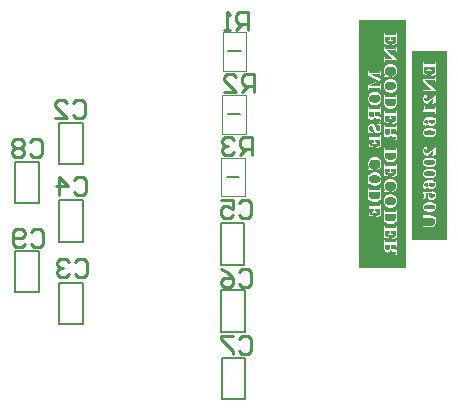
<source format=gbo>
G04*
G04 #@! TF.GenerationSoftware,Altium Limited,Altium Designer,23.4.1 (23)*
G04*
G04 Layer_Color=32896*
%FSLAX25Y25*%
%MOIN*%
G70*
G04*
G04 #@! TF.SameCoordinates,EF30BACE-0BBC-42E6-AA2A-B86B67AF279B*
G04*
G04*
G04 #@! TF.FilePolarity,Positive*
G04*
G01*
G75*
%ADD11C,0.00787*%
%ADD12C,0.01000*%
%ADD45C,0.00200*%
G36*
X152854Y58563D02*
X141043D01*
Y121555D01*
X152854D01*
Y58563D01*
D02*
G37*
G36*
X139272Y49311D02*
X123524D01*
Y131988D01*
X139272D01*
Y49311D01*
D02*
G37*
%LPC*%
G36*
X149133Y117837D02*
X148833D01*
Y117140D01*
X145029D01*
Y117837D01*
X144728D01*
Y113817D01*
X146285Y113618D01*
Y113925D01*
X146279D01*
X146273D01*
X146243Y113931D01*
X146195Y113937D01*
X146128Y113943D01*
X146062Y113955D01*
X145990Y113967D01*
X145918Y113979D01*
X145852Y113997D01*
X145846D01*
X145822Y114003D01*
X145786Y114015D01*
X145744Y114027D01*
X145690Y114045D01*
X145636Y114069D01*
X145509Y114129D01*
X145503Y114135D01*
X145479Y114147D01*
X145449Y114165D01*
X145413Y114189D01*
X145371Y114225D01*
X145329Y114261D01*
X145281Y114309D01*
X145245Y114357D01*
X145239Y114364D01*
X145227Y114382D01*
X145209Y114412D01*
X145185Y114454D01*
X145161Y114508D01*
X145137Y114568D01*
X145113Y114640D01*
X145089Y114718D01*
Y114730D01*
X145077Y114754D01*
X145071Y114802D01*
X145059Y114862D01*
X145047Y114941D01*
X145041Y115031D01*
X145029Y115133D01*
Y116221D01*
X146699D01*
Y115794D01*
X146687Y115722D01*
X146675Y115632D01*
X146657Y115542D01*
X146627Y115445D01*
X146585Y115367D01*
X146555Y115331D01*
X146525Y115307D01*
X146519Y115301D01*
X146489Y115289D01*
X146447Y115265D01*
X146387Y115241D01*
X146309Y115217D01*
X146207Y115193D01*
X146086Y115181D01*
X145942Y115175D01*
Y114874D01*
X147757D01*
Y115175D01*
X147751D01*
X147739D01*
X147721D01*
X147691D01*
X147619Y115181D01*
X147535Y115193D01*
X147439Y115205D01*
X147343Y115229D01*
X147252Y115265D01*
X147180Y115307D01*
X147174Y115313D01*
X147150Y115331D01*
X147120Y115367D01*
X147090Y115421D01*
X147054Y115499D01*
X147042Y115542D01*
X147030Y115596D01*
X147018Y115656D01*
X147006Y115716D01*
X147000Y115788D01*
Y116221D01*
X148833D01*
Y115139D01*
X148827Y115067D01*
X148821Y114982D01*
X148815Y114898D01*
X148803Y114808D01*
X148791Y114724D01*
Y114712D01*
X148785Y114688D01*
X148773Y114646D01*
X148755Y114592D01*
X148737Y114532D01*
X148713Y114472D01*
X148689Y114406D01*
X148653Y114346D01*
X148647Y114339D01*
X148635Y114321D01*
X148617Y114291D01*
X148586Y114255D01*
X148520Y114165D01*
X148436Y114081D01*
X148430Y114075D01*
X148418Y114063D01*
X148388Y114045D01*
X148358Y114021D01*
X148310Y113991D01*
X148262Y113961D01*
X148202Y113931D01*
X148136Y113907D01*
X148130Y113901D01*
X148106Y113895D01*
X148070Y113883D01*
X148022Y113865D01*
X147968Y113853D01*
X147907Y113835D01*
X147781Y113805D01*
X147775D01*
X147751Y113799D01*
X147715Y113793D01*
X147667Y113780D01*
X147607Y113768D01*
X147535Y113751D01*
X147451Y113732D01*
X147361Y113714D01*
Y113408D01*
X149133Y113708D01*
Y113408D01*
X144728D01*
X149133D01*
Y117837D01*
D02*
G37*
G36*
Y112951D02*
D01*
Y111244D01*
X149127Y111268D01*
Y111377D01*
X149121Y111425D01*
Y111617D01*
X149115Y111701D01*
Y112428D01*
X149121Y112573D01*
Y112717D01*
X149127Y112843D01*
Y112903D01*
X149133Y112951D01*
X148833D01*
Y112681D01*
X148827Y112627D01*
Y112566D01*
X148815Y112440D01*
Y112416D01*
X148809Y112398D01*
X148803Y112368D01*
X148797Y112320D01*
X148785Y112296D01*
X148779Y112284D01*
X148773Y112278D01*
X148755Y112266D01*
X148737D01*
X148713Y112260D01*
X148683Y112254D01*
X148647D01*
X144993D01*
Y112951D01*
X144692D01*
Y111419D01*
X144698Y111377D01*
X144704Y111358D01*
X144710Y111346D01*
Y111340D01*
X144722Y111322D01*
X144746Y111298D01*
X144782Y111262D01*
X147811Y108678D01*
X145185D01*
X145179D01*
X145167D01*
X145125Y108684D01*
X145083Y108690D01*
X145065Y108696D01*
X145053Y108708D01*
X145047Y108714D01*
Y108720D01*
X145041Y108738D01*
X145035Y108762D01*
X145029Y108786D01*
X145023Y108828D01*
X145017Y108876D01*
Y108882D01*
X145011Y108906D01*
Y108942D01*
X145005Y108984D01*
X144999Y109033D01*
Y109093D01*
X144993Y109213D01*
Y109375D01*
X144692D01*
Y109345D01*
X144698Y109327D01*
Y109261D01*
X144704Y109219D01*
Y109111D01*
X144710Y109051D01*
Y108900D01*
X144716Y108810D01*
Y108293D01*
X144710Y108161D01*
Y108023D01*
X144704Y107879D01*
X144698Y107747D01*
Y107686D01*
X144692Y107638D01*
D01*
X149133D01*
Y112951D01*
D02*
G37*
G36*
Y107007D02*
X148965D01*
X148923Y107001D01*
X148899D01*
X148887Y106995D01*
X148881D01*
X148863Y106983D01*
X148839Y106959D01*
X148803Y106929D01*
X147475Y105637D01*
X147469Y105631D01*
X147445Y105607D01*
X147403Y105571D01*
X147354Y105529D01*
X147288Y105475D01*
X147216Y105415D01*
X147132Y105349D01*
X147036Y105282D01*
X146940Y105222D01*
X146832Y105156D01*
X146717Y105096D01*
X146603Y105042D01*
X146489Y105000D01*
X146369Y104964D01*
X146249Y104940D01*
X146128Y104934D01*
X146122D01*
X146110D01*
X146092D01*
X146062Y104940D01*
X146032D01*
X145990Y104946D01*
X145900Y104964D01*
X145798Y104988D01*
X145684Y105030D01*
X145575Y105084D01*
X145467Y105162D01*
X145461D01*
X145455Y105174D01*
X145425Y105204D01*
X145383Y105258D01*
X145329Y105324D01*
X145281Y105415D01*
X145239Y105523D01*
X145209Y105649D01*
X145197Y105721D01*
Y105829D01*
X145203Y105859D01*
Y105889D01*
X145209Y105931D01*
X145227Y106022D01*
X145251Y106124D01*
X145293Y106238D01*
X145347Y106346D01*
X145425Y106454D01*
Y106448D01*
X145431Y106442D01*
X145437Y106412D01*
X145455Y106364D01*
X145479Y106316D01*
Y106310D01*
X145485Y106304D01*
X145509Y106268D01*
X145534Y106250D01*
X145557Y106220D01*
X145588Y106196D01*
X145630Y106166D01*
X145636Y106160D01*
X145648Y106154D01*
X145672Y106142D01*
X145702Y106124D01*
X145738Y106112D01*
X145786Y106100D01*
X145834Y106094D01*
X145888Y106088D01*
X145900D01*
X145924D01*
X145966Y106094D01*
X146014Y106106D01*
X146074Y106124D01*
X146128Y106154D01*
X146189Y106190D01*
X146237Y106238D01*
X146243Y106244D01*
X146255Y106262D01*
X146273Y106292D01*
X146291Y106328D01*
X146315Y106376D01*
X146333Y106430D01*
X146345Y106490D01*
X146351Y106551D01*
Y106580D01*
X146345Y106611D01*
X146339Y106653D01*
X146327Y106701D01*
X146303Y106749D01*
X146279Y106809D01*
X146243Y106863D01*
X146237Y106869D01*
X146219Y106887D01*
X146195Y106911D01*
X146152Y106935D01*
X146104Y106959D01*
X146038Y106983D01*
X145966Y107001D01*
X145876Y107007D01*
X145834D01*
X145804Y107001D01*
X145768Y106995D01*
X145726Y106989D01*
X145630Y106959D01*
X145515Y106911D01*
X145455Y106881D01*
X145401Y106845D01*
X145341Y106797D01*
X145281Y106743D01*
X145227Y106683D01*
X145173Y106617D01*
X145167Y106611D01*
X145161Y106599D01*
X145149Y106574D01*
X145131Y106544D01*
X145107Y106508D01*
X145083Y106460D01*
X145059Y106406D01*
X145035Y106346D01*
X145011Y106274D01*
X144987Y106202D01*
X144963Y106118D01*
X144939Y106034D01*
X144908Y105841D01*
X144896Y105739D01*
Y105565D01*
X144902Y105517D01*
X144908Y105457D01*
X144914Y105391D01*
X144926Y105312D01*
X144939Y105234D01*
X144981Y105054D01*
X145041Y104868D01*
X145077Y104771D01*
X145119Y104675D01*
X145173Y104585D01*
X145233Y104501D01*
X145239Y104495D01*
X145251Y104483D01*
X145269Y104459D01*
X145293Y104429D01*
X145329Y104399D01*
X145365Y104363D01*
X145413Y104321D01*
X145467Y104279D01*
X145527Y104237D01*
X145594Y104195D01*
X145672Y104158D01*
X145750Y104129D01*
X145834Y104098D01*
X145924Y104074D01*
X146014Y104062D01*
X146116Y104056D01*
X144896D01*
X149133D01*
Y107007D01*
D02*
G37*
G36*
X144896Y105841D02*
Y105739D01*
D01*
Y105841D01*
D02*
G37*
G36*
X145612Y103149D02*
X145311D01*
Y102945D01*
X145305Y102890D01*
X145299Y102818D01*
X145293Y102740D01*
X145281Y102650D01*
X145263Y102554D01*
X145221Y102343D01*
X145191Y102235D01*
X145155Y102127D01*
X145113Y102019D01*
X145065Y101911D01*
X145011Y101809D01*
X144945Y101713D01*
X144939Y101700D01*
X144920Y101676D01*
X144902Y101628D01*
X144896Y101574D01*
Y100474D01*
Y101556D01*
X144902Y101514D01*
X144914Y101472D01*
X144926Y101454D01*
X144939Y101442D01*
X144945Y101436D01*
X144975Y101424D01*
X144999D01*
X145029Y101418D01*
X145065Y101412D01*
X145107D01*
X148833D01*
Y100474D01*
X144896D01*
X149133D01*
Y100511D01*
X149127Y100534D01*
Y100679D01*
X149121Y100745D01*
Y101027D01*
X149115Y101147D01*
Y102320D01*
X149121Y102542D01*
Y102752D01*
X149127Y102854D01*
Y103017D01*
X149133Y103077D01*
X148833D01*
Y102151D01*
X145485D01*
Y102157D01*
X145491Y102169D01*
X145497Y102193D01*
X145503Y102223D01*
X145515Y102259D01*
X145527Y102307D01*
X145539Y102356D01*
X145545Y102416D01*
X145570Y102542D01*
X145594Y102692D01*
X145606Y102848D01*
X145612Y103017D01*
Y103149D01*
D02*
G37*
G36*
X149206Y99663D02*
Y98142D01*
X149200Y98185D01*
X149194Y98245D01*
X149188Y98311D01*
X149170Y98389D01*
X149152Y98479D01*
X149127Y98575D01*
X149091Y98671D01*
X149049Y98774D01*
X148995Y98882D01*
X148935Y98984D01*
X148863Y99080D01*
X148773Y99176D01*
X148677Y99266D01*
X148563Y99344D01*
X148556Y99351D01*
X148538Y99357D01*
X148508Y99375D01*
X148460Y99393D01*
X148406Y99417D01*
X148340Y99447D01*
X148262Y99477D01*
X148172Y99501D01*
X148070Y99531D01*
X147961Y99561D01*
X147841Y99591D01*
X147709Y99615D01*
X147565Y99633D01*
X147415Y99651D01*
X147252Y99657D01*
X147084Y99663D01*
X146988D01*
X146934Y99657D01*
X146874Y99651D01*
X146808D01*
X146736Y99639D01*
X146579Y99621D01*
X146405Y99591D01*
X146231Y99549D01*
X146056Y99489D01*
X146050D01*
X146038Y99483D01*
X146014Y99471D01*
X145984Y99459D01*
X145948Y99441D01*
X145900Y99417D01*
X145804Y99362D01*
X145690Y99296D01*
X145575Y99212D01*
X145467Y99122D01*
X145365Y99020D01*
Y99014D01*
X145353Y99008D01*
X145341Y98990D01*
X145323Y98972D01*
X145281Y98912D01*
X145227Y98834D01*
X145167Y98743D01*
X145107Y98641D01*
X145053Y98527D01*
X145005Y98407D01*
Y98401D01*
X144999Y98389D01*
X144993Y98377D01*
X144987Y98347D01*
X144968Y98281D01*
X144945Y98197D01*
X144920Y98094D01*
X144902Y97980D01*
X144890Y97854D01*
X144884Y97722D01*
Y97674D01*
X144890Y97644D01*
Y97602D01*
X144896Y97553D01*
X144914Y97445D01*
X144945Y97331D01*
X144987Y97205D01*
X145047Y97091D01*
X145125Y96989D01*
X145137Y96977D01*
X145167Y96952D01*
X145215Y96911D01*
X145281Y96862D01*
X145365Y96820D01*
X145461Y96778D01*
X145575Y96754D01*
X145696Y96742D01*
X145702D01*
X145726D01*
X145762Y96748D01*
X145804Y96754D01*
X145852Y96772D01*
X145900Y96790D01*
X145948Y96820D01*
X145996Y96862D01*
X146002Y96868D01*
X146014Y96880D01*
X146032Y96911D01*
X146050Y96940D01*
X146068Y96989D01*
X146086Y97037D01*
X146098Y97103D01*
X146104Y97169D01*
Y97199D01*
X146098Y97229D01*
X146092Y97271D01*
X146074Y97319D01*
X146056Y97367D01*
X146026Y97415D01*
X145990Y97463D01*
X145984Y97469D01*
X145972Y97481D01*
X145948Y97499D01*
X145912Y97518D01*
X145870Y97536D01*
X145828Y97553D01*
X145774Y97566D01*
X145714Y97572D01*
X145708D01*
X145690D01*
X145660Y97566D01*
X145624Y97559D01*
X145581Y97548D01*
X145534Y97536D01*
X145491Y97512D01*
X145449Y97481D01*
X145443Y97475D01*
X145431Y97463D01*
X145413Y97445D01*
X145389Y97415D01*
X145371Y97379D01*
X145347Y97331D01*
X145329Y97283D01*
X145317Y97223D01*
X145311Y97229D01*
X145293Y97253D01*
X145263Y97295D01*
X145233Y97349D01*
X145203Y97415D01*
X145173Y97499D01*
X145155Y97596D01*
X145143Y97710D01*
Y97758D01*
X145149Y97818D01*
X145161Y97890D01*
X145179Y97968D01*
X145209Y98064D01*
X145245Y98154D01*
X145299Y98251D01*
X145305Y98263D01*
X145329Y98293D01*
X145359Y98335D01*
X145407Y98389D01*
X145461Y98449D01*
X145527Y98509D01*
X145600Y98569D01*
X145684Y98617D01*
X145690D01*
X145702Y98623D01*
X145726Y98635D01*
X145756Y98647D01*
X145798Y98659D01*
X145846Y98677D01*
X145906Y98695D01*
X145972Y98707D01*
X146044Y98725D01*
X146128Y98743D01*
X146219Y98761D01*
X146321Y98774D01*
X146429Y98786D01*
X146543Y98798D01*
X146669Y98804D01*
X146802D01*
X146928D01*
X146922Y98798D01*
X146904Y98792D01*
X146880Y98774D01*
X146850Y98750D01*
X146814Y98725D01*
X146772Y98689D01*
X146723Y98647D01*
X146675Y98599D01*
X146585Y98491D01*
X146507Y98353D01*
X146477Y98281D01*
X146453Y98197D01*
X146435Y98106D01*
X146429Y98016D01*
Y97956D01*
X146435Y97914D01*
X146441Y97860D01*
X146447Y97800D01*
X146459Y97734D01*
X146477Y97656D01*
X146519Y97499D01*
X146549Y97415D01*
X146585Y97325D01*
X146627Y97241D01*
X146675Y97157D01*
X146729Y97073D01*
X146796Y96995D01*
X146802Y96989D01*
X146814Y96977D01*
X146832Y96959D01*
X146862Y96929D01*
X146898Y96898D01*
X146946Y96862D01*
X147000Y96826D01*
X147060Y96784D01*
X147126Y96748D01*
X147204Y96712D01*
X147282Y96676D01*
X147379Y96646D01*
X147475Y96616D01*
X147577Y96598D01*
X147691Y96586D01*
X147811Y96580D01*
X144884D01*
X149206D01*
Y99663D01*
D02*
G37*
G36*
Y95967D02*
Y94452D01*
X149200Y94512D01*
X149194Y94591D01*
X149181Y94681D01*
X149170Y94783D01*
X149145Y94879D01*
X149115Y94981D01*
X149109Y94993D01*
X149097Y95023D01*
X149079Y95071D01*
X149055Y95126D01*
X149025Y95192D01*
X148983Y95264D01*
X148947Y95330D01*
X148899Y95396D01*
X148893Y95402D01*
X148875Y95420D01*
X148845Y95450D01*
X148809Y95486D01*
X148761Y95534D01*
X148701Y95576D01*
X148635Y95624D01*
X148563Y95672D01*
X148550Y95678D01*
X148526Y95690D01*
X148484Y95709D01*
X148436Y95739D01*
X148376Y95762D01*
X148316Y95793D01*
X148184Y95841D01*
X148178D01*
X148154Y95847D01*
X148118Y95859D01*
X148070Y95871D01*
X148010Y95889D01*
X147938Y95901D01*
X147859Y95919D01*
X147769Y95931D01*
X147757D01*
X147727Y95937D01*
X147685Y95943D01*
X147631Y95949D01*
X147511Y95961D01*
X147451D01*
X147397Y95967D01*
X146723D01*
X146693Y95961D01*
X146651D01*
X146597Y95955D01*
X146531Y95949D01*
X146453Y95943D01*
X146369Y95931D01*
X146357D01*
X146327Y95925D01*
X146279Y95919D01*
X146219Y95907D01*
X146152Y95895D01*
X146080Y95877D01*
X146008Y95859D01*
X145942Y95841D01*
X145936D01*
X145912Y95829D01*
X145876Y95817D01*
X145828Y95799D01*
X145774Y95775D01*
X145708Y95745D01*
X145636Y95714D01*
X145557Y95672D01*
X145545Y95666D01*
X145521Y95648D01*
X145479Y95624D01*
X145431Y95594D01*
X145377Y95552D01*
X145317Y95504D01*
X145263Y95450D01*
X145209Y95396D01*
X145203Y95390D01*
X145185Y95366D01*
X145161Y95330D01*
X145131Y95282D01*
X145095Y95222D01*
X145059Y95149D01*
X145023Y95071D01*
X144987Y94981D01*
Y94975D01*
X144981Y94969D01*
X144968Y94933D01*
X144957Y94885D01*
X144939Y94813D01*
X144920Y94723D01*
X144902Y94627D01*
X144896Y94519D01*
X144890Y94398D01*
Y94344D01*
X144896Y94284D01*
X144902Y94206D01*
X144914Y94116D01*
X144932Y94020D01*
X144957Y93918D01*
X144987Y93821D01*
Y93815D01*
X144993Y93809D01*
X145005Y93779D01*
X145023Y93731D01*
X145053Y93671D01*
X145083Y93605D01*
X145125Y93539D01*
X145167Y93467D01*
X145215Y93407D01*
X145221Y93401D01*
X145239Y93377D01*
X145269Y93347D01*
X145305Y93310D01*
X145353Y93268D01*
X145413Y93220D01*
X145479Y93172D01*
X145557Y93130D01*
X145570Y93124D01*
X145594Y93112D01*
X145636Y93088D01*
X145690Y93064D01*
X145750Y93040D01*
X145816Y93010D01*
X145948Y92962D01*
X145954D01*
X145978Y92950D01*
X146014Y92944D01*
X146062Y92926D01*
X146122Y92914D01*
X146195Y92896D01*
X146279Y92884D01*
X146369Y92872D01*
X146381D01*
X146411Y92866D01*
X146453Y92860D01*
X146507Y92854D01*
X146567Y92848D01*
X146633Y92842D01*
X146693D01*
X146748Y92836D01*
X146754D01*
X146772D01*
X146796D01*
X146838Y92830D01*
X144890D01*
D01*
X149206D01*
Y95967D01*
D02*
G37*
G36*
X149133Y89686D02*
X148965D01*
X148923Y89680D01*
X148899D01*
X148887Y89674D01*
X148881D01*
X148863Y89662D01*
X148839Y89638D01*
X148803Y89608D01*
X147475Y88316D01*
X147469Y88310D01*
X147445Y88286D01*
X147403Y88250D01*
X147354Y88208D01*
X147288Y88154D01*
X147216Y88094D01*
X147132Y88028D01*
X147036Y87962D01*
X146940Y87902D01*
X146832Y87835D01*
X146717Y87775D01*
X146603Y87721D01*
X146489Y87679D01*
X146369Y87643D01*
X146249Y87619D01*
X146128Y87613D01*
X146122D01*
X146110D01*
X146092D01*
X146062Y87619D01*
X146032D01*
X145990Y87625D01*
X145900Y87643D01*
X145798Y87667D01*
X145684Y87709D01*
X145575Y87763D01*
X145467Y87841D01*
X145461D01*
X145455Y87853D01*
X145425Y87883D01*
X145383Y87937D01*
X145329Y88004D01*
X145281Y88094D01*
X145239Y88202D01*
X145209Y88328D01*
X145197Y88400D01*
Y88508D01*
X145203Y88538D01*
Y88569D01*
X145209Y88611D01*
X145227Y88701D01*
X145251Y88803D01*
X145293Y88917D01*
X145347Y89025D01*
X145425Y89134D01*
Y89127D01*
X145431Y89122D01*
X145437Y89091D01*
X145455Y89043D01*
X145479Y88995D01*
Y88989D01*
X145485Y88983D01*
X145509Y88947D01*
X145534Y88929D01*
X145557Y88899D01*
X145588Y88875D01*
X145630Y88845D01*
X145636Y88839D01*
X145648Y88833D01*
X145672Y88821D01*
X145702Y88803D01*
X145738Y88791D01*
X145786Y88779D01*
X145834Y88773D01*
X145888Y88767D01*
X145900D01*
X145924D01*
X145966Y88773D01*
X146014Y88785D01*
X146074Y88803D01*
X146128Y88833D01*
X146189Y88869D01*
X146237Y88917D01*
X146243Y88923D01*
X146255Y88941D01*
X146273Y88971D01*
X146291Y89007D01*
X146315Y89055D01*
X146333Y89109D01*
X146345Y89170D01*
X146351Y89230D01*
Y89260D01*
X146345Y89290D01*
X146339Y89332D01*
X146327Y89380D01*
X146303Y89428D01*
X146279Y89488D01*
X146243Y89542D01*
X146237Y89548D01*
X146219Y89566D01*
X146195Y89590D01*
X146152Y89614D01*
X146104Y89638D01*
X146038Y89662D01*
X145966Y89680D01*
X145876Y89686D01*
X145834D01*
X145804Y89680D01*
X145768Y89674D01*
X145726Y89668D01*
X145630Y89638D01*
X145515Y89590D01*
X145455Y89560D01*
X145401Y89524D01*
X145341Y89476D01*
X145281Y89422D01*
X145227Y89362D01*
X145173Y89296D01*
X145167Y89290D01*
X145161Y89278D01*
X145149Y89254D01*
X145131Y89224D01*
X145107Y89188D01*
X145083Y89139D01*
X145059Y89085D01*
X145035Y89025D01*
X145011Y88953D01*
X144987Y88881D01*
X144963Y88797D01*
X144939Y88713D01*
X144908Y88520D01*
X144896Y88418D01*
Y88244D01*
X144902Y88196D01*
X144908Y88136D01*
X144914Y88070D01*
X144926Y87992D01*
X144939Y87914D01*
X144981Y87733D01*
X145041Y87547D01*
X145077Y87451D01*
X145119Y87355D01*
X145173Y87264D01*
X145233Y87180D01*
X145239Y87174D01*
X145251Y87162D01*
X145269Y87138D01*
X145293Y87108D01*
X145329Y87078D01*
X145365Y87042D01*
X145413Y87000D01*
X145467Y86958D01*
X145527Y86916D01*
X145594Y86874D01*
X145672Y86838D01*
X145750Y86808D01*
X145834Y86778D01*
X145924Y86754D01*
X146014Y86742D01*
X146116Y86735D01*
X144896D01*
X149133D01*
Y89686D01*
D02*
G37*
G36*
X149206Y86062D02*
Y84548D01*
X149200Y84608D01*
X149194Y84686D01*
X149181Y84776D01*
X149170Y84878D01*
X149145Y84975D01*
X149115Y85077D01*
X149109Y85089D01*
X149097Y85119D01*
X149079Y85167D01*
X149055Y85221D01*
X149025Y85287D01*
X148983Y85359D01*
X148947Y85425D01*
X148899Y85492D01*
X148893Y85497D01*
X148875Y85515D01*
X148845Y85546D01*
X148809Y85582D01*
X148761Y85630D01*
X148701Y85672D01*
X148635Y85720D01*
X148563Y85768D01*
X148550Y85774D01*
X148526Y85786D01*
X148484Y85804D01*
X148436Y85834D01*
X148376Y85858D01*
X148316Y85888D01*
X148184Y85936D01*
X148178D01*
X148154Y85942D01*
X148118Y85954D01*
X148070Y85966D01*
X148010Y85984D01*
X147938Y85996D01*
X147859Y86014D01*
X147769Y86026D01*
X147757D01*
X147727Y86032D01*
X147685Y86038D01*
X147631Y86044D01*
X147511Y86056D01*
X147451D01*
X147397Y86062D01*
X146723D01*
X146693Y86056D01*
X146651D01*
X146597Y86050D01*
X146531Y86044D01*
X146453Y86038D01*
X146369Y86026D01*
X146357D01*
X146327Y86020D01*
X146279Y86014D01*
X146219Y86002D01*
X146152Y85990D01*
X146080Y85972D01*
X146008Y85954D01*
X145942Y85936D01*
X145936D01*
X145912Y85924D01*
X145876Y85912D01*
X145828Y85894D01*
X145774Y85870D01*
X145708Y85840D01*
X145636Y85810D01*
X145557Y85768D01*
X145545Y85762D01*
X145521Y85744D01*
X145479Y85720D01*
X145431Y85690D01*
X145377Y85648D01*
X145317Y85600D01*
X145263Y85546D01*
X145209Y85492D01*
X145203Y85486D01*
X145185Y85461D01*
X145161Y85425D01*
X145131Y85377D01*
X145095Y85317D01*
X145059Y85245D01*
X145023Y85167D01*
X144987Y85077D01*
Y85071D01*
X144981Y85065D01*
X144968Y85029D01*
X144957Y84981D01*
X144939Y84908D01*
X144920Y84818D01*
X144902Y84722D01*
X144896Y84614D01*
X144890Y84494D01*
Y84440D01*
X144896Y84380D01*
X144902Y84302D01*
X144914Y84211D01*
X144932Y84115D01*
X144957Y84013D01*
X144987Y83917D01*
Y83911D01*
X144993Y83905D01*
X145005Y83875D01*
X145023Y83827D01*
X145053Y83767D01*
X145083Y83701D01*
X145125Y83634D01*
X145167Y83562D01*
X145215Y83502D01*
X145221Y83496D01*
X145239Y83472D01*
X145269Y83442D01*
X145305Y83406D01*
X145353Y83364D01*
X145413Y83316D01*
X145479Y83268D01*
X145557Y83226D01*
X145570Y83220D01*
X145594Y83208D01*
X145636Y83184D01*
X145690Y83160D01*
X145750Y83135D01*
X145816Y83105D01*
X145948Y83057D01*
X145954D01*
X145978Y83045D01*
X146014Y83039D01*
X146062Y83021D01*
X146122Y83009D01*
X146195Y82991D01*
X146279Y82979D01*
X146369Y82967D01*
X146381D01*
X146411Y82961D01*
X146453Y82955D01*
X146507Y82949D01*
X146567Y82943D01*
X146633Y82937D01*
X146693D01*
X146748Y82931D01*
X146754D01*
X146772D01*
X146796D01*
X146838Y82925D01*
X144890D01*
D01*
X149206D01*
Y86062D01*
D02*
G37*
G36*
Y82342D02*
Y80828D01*
X149200Y80888D01*
X149194Y80966D01*
X149181Y81056D01*
X149170Y81158D01*
X149145Y81254D01*
X149115Y81357D01*
X149109Y81369D01*
X149097Y81399D01*
X149079Y81447D01*
X149055Y81501D01*
X149025Y81567D01*
X148983Y81639D01*
X148947Y81705D01*
X148899Y81771D01*
X148893Y81777D01*
X148875Y81795D01*
X148845Y81825D01*
X148809Y81861D01*
X148761Y81910D01*
X148701Y81952D01*
X148635Y82000D01*
X148563Y82048D01*
X148550Y82054D01*
X148526Y82066D01*
X148484Y82084D01*
X148436Y82114D01*
X148376Y82138D01*
X148316Y82168D01*
X148184Y82216D01*
X148178D01*
X148154Y82222D01*
X148118Y82234D01*
X148070Y82246D01*
X148010Y82264D01*
X147938Y82276D01*
X147859Y82294D01*
X147769Y82306D01*
X147757D01*
X147727Y82312D01*
X147685Y82318D01*
X147631Y82324D01*
X147511Y82336D01*
X147451D01*
X147397Y82342D01*
X146723D01*
X146693Y82336D01*
X146651D01*
X146597Y82330D01*
X146531Y82324D01*
X146453Y82318D01*
X146369Y82306D01*
X146357D01*
X146327Y82300D01*
X146279Y82294D01*
X146219Y82282D01*
X146152Y82270D01*
X146080Y82252D01*
X146008Y82234D01*
X145942Y82216D01*
X145936D01*
X145912Y82204D01*
X145876Y82192D01*
X145828Y82174D01*
X145774Y82150D01*
X145708Y82120D01*
X145636Y82090D01*
X145557Y82048D01*
X145545Y82042D01*
X145521Y82024D01*
X145479Y82000D01*
X145431Y81970D01*
X145377Y81928D01*
X145317Y81879D01*
X145263Y81825D01*
X145209Y81771D01*
X145203Y81765D01*
X145185Y81741D01*
X145161Y81705D01*
X145131Y81657D01*
X145095Y81597D01*
X145059Y81525D01*
X145023Y81447D01*
X144987Y81357D01*
Y81351D01*
X144981Y81345D01*
X144968Y81309D01*
X144957Y81260D01*
X144939Y81188D01*
X144920Y81098D01*
X144902Y81002D01*
X144896Y80894D01*
X144890Y80774D01*
Y80720D01*
X144896Y80659D01*
X144902Y80581D01*
X144914Y80491D01*
X144932Y80395D01*
X144957Y80293D01*
X144987Y80197D01*
Y80191D01*
X144993Y80185D01*
X145005Y80155D01*
X145023Y80107D01*
X145053Y80046D01*
X145083Y79980D01*
X145125Y79914D01*
X145167Y79842D01*
X145215Y79782D01*
X145221Y79776D01*
X145239Y79752D01*
X145269Y79722D01*
X145305Y79686D01*
X145353Y79644D01*
X145413Y79596D01*
X145479Y79548D01*
X145557Y79505D01*
X145570Y79500D01*
X145594Y79488D01*
X145636Y79463D01*
X145690Y79439D01*
X145750Y79415D01*
X145816Y79385D01*
X145948Y79337D01*
X145954D01*
X145978Y79325D01*
X146014Y79319D01*
X146062Y79301D01*
X146122Y79289D01*
X146195Y79271D01*
X146279Y79259D01*
X146369Y79247D01*
X146381D01*
X146411Y79241D01*
X146453Y79235D01*
X146507Y79229D01*
X146567Y79223D01*
X146633Y79217D01*
X146693D01*
X146748Y79211D01*
X146754D01*
X146772D01*
X146796D01*
X146838Y79205D01*
X144890D01*
D01*
X149206D01*
Y82342D01*
D02*
G37*
G36*
Y78598D02*
Y77078D01*
X149200Y77119D01*
X149194Y77180D01*
X149188Y77246D01*
X149170Y77324D01*
X149152Y77414D01*
X149127Y77510D01*
X149091Y77606D01*
X149049Y77709D01*
X148995Y77817D01*
X148935Y77919D01*
X148863Y78015D01*
X148773Y78111D01*
X148677Y78201D01*
X148563Y78280D01*
X148556Y78285D01*
X148538Y78291D01*
X148508Y78310D01*
X148460Y78328D01*
X148406Y78352D01*
X148340Y78382D01*
X148262Y78412D01*
X148172Y78436D01*
X148070Y78466D01*
X147961Y78496D01*
X147841Y78526D01*
X147709Y78550D01*
X147565Y78568D01*
X147415Y78586D01*
X147252Y78592D01*
X147084Y78598D01*
X146988D01*
X146934Y78592D01*
X146874Y78586D01*
X146808D01*
X146736Y78574D01*
X146579Y78556D01*
X146405Y78526D01*
X146231Y78484D01*
X146056Y78424D01*
X146050D01*
X146038Y78418D01*
X146014Y78406D01*
X145984Y78394D01*
X145948Y78376D01*
X145900Y78352D01*
X145804Y78298D01*
X145690Y78231D01*
X145575Y78147D01*
X145467Y78057D01*
X145365Y77955D01*
Y77949D01*
X145353Y77943D01*
X145341Y77925D01*
X145323Y77907D01*
X145281Y77847D01*
X145227Y77769D01*
X145167Y77679D01*
X145107Y77576D01*
X145053Y77462D01*
X145005Y77342D01*
Y77336D01*
X144999Y77324D01*
X144993Y77312D01*
X144987Y77282D01*
X144968Y77216D01*
X144945Y77132D01*
X144920Y77029D01*
X144902Y76915D01*
X144890Y76789D01*
X144884Y76657D01*
Y76609D01*
X144890Y76579D01*
Y76537D01*
X144896Y76489D01*
X144914Y76380D01*
X144945Y76266D01*
X144987Y76140D01*
X145047Y76026D01*
X145125Y75924D01*
X145137Y75911D01*
X145167Y75888D01*
X145215Y75845D01*
X145281Y75797D01*
X145365Y75755D01*
X145461Y75713D01*
X145575Y75689D01*
X145696Y75677D01*
X145702D01*
X145726D01*
X145762Y75683D01*
X145804Y75689D01*
X145852Y75707D01*
X145900Y75725D01*
X145948Y75755D01*
X145996Y75797D01*
X146002Y75803D01*
X146014Y75815D01*
X146032Y75845D01*
X146050Y75876D01*
X146068Y75924D01*
X146086Y75972D01*
X146098Y76038D01*
X146104Y76104D01*
Y76134D01*
X146098Y76164D01*
X146092Y76206D01*
X146074Y76254D01*
X146056Y76302D01*
X146026Y76350D01*
X145990Y76398D01*
X145984Y76404D01*
X145972Y76416D01*
X145948Y76434D01*
X145912Y76452D01*
X145870Y76471D01*
X145828Y76489D01*
X145774Y76500D01*
X145714Y76507D01*
X145708D01*
X145690D01*
X145660Y76500D01*
X145624Y76494D01*
X145581Y76482D01*
X145534Y76471D01*
X145491Y76446D01*
X145449Y76416D01*
X145443Y76410D01*
X145431Y76398D01*
X145413Y76380D01*
X145389Y76350D01*
X145371Y76314D01*
X145347Y76266D01*
X145329Y76218D01*
X145317Y76158D01*
X145311Y76164D01*
X145293Y76188D01*
X145263Y76230D01*
X145233Y76284D01*
X145203Y76350D01*
X145173Y76434D01*
X145155Y76531D01*
X145143Y76645D01*
Y76693D01*
X145149Y76753D01*
X145161Y76825D01*
X145179Y76903D01*
X145209Y76999D01*
X145245Y77090D01*
X145299Y77186D01*
X145305Y77198D01*
X145329Y77228D01*
X145359Y77270D01*
X145407Y77324D01*
X145461Y77384D01*
X145527Y77444D01*
X145600Y77504D01*
X145684Y77552D01*
X145690D01*
X145702Y77558D01*
X145726Y77570D01*
X145756Y77582D01*
X145798Y77594D01*
X145846Y77612D01*
X145906Y77630D01*
X145972Y77642D01*
X146044Y77660D01*
X146128Y77679D01*
X146219Y77697D01*
X146321Y77709D01*
X146429Y77720D01*
X146543Y77733D01*
X146669Y77739D01*
X146802D01*
X146928D01*
X146922Y77733D01*
X146904Y77727D01*
X146880Y77709D01*
X146850Y77684D01*
X146814Y77660D01*
X146772Y77624D01*
X146723Y77582D01*
X146675Y77534D01*
X146585Y77426D01*
X146507Y77288D01*
X146477Y77216D01*
X146453Y77132D01*
X146435Y77041D01*
X146429Y76951D01*
Y76891D01*
X146435Y76849D01*
X146441Y76795D01*
X146447Y76735D01*
X146459Y76669D01*
X146477Y76591D01*
X146519Y76434D01*
X146549Y76350D01*
X146585Y76260D01*
X146627Y76176D01*
X146675Y76092D01*
X146729Y76008D01*
X146796Y75929D01*
X146802Y75924D01*
X146814Y75911D01*
X146832Y75893D01*
X146862Y75863D01*
X146898Y75833D01*
X146946Y75797D01*
X147000Y75761D01*
X147060Y75719D01*
X147126Y75683D01*
X147204Y75647D01*
X147282Y75611D01*
X147379Y75581D01*
X147475Y75551D01*
X147577Y75533D01*
X147691Y75521D01*
X147811Y75515D01*
X144884D01*
X149206D01*
Y78598D01*
D02*
G37*
G36*
X148106Y74836D02*
X148076D01*
X148046Y74830D01*
X148004Y74824D01*
X147961Y74812D01*
X147913Y74800D01*
X147865Y74776D01*
X147823Y74746D01*
X147817Y74740D01*
X147805Y74727D01*
X147787Y74709D01*
X147763Y74686D01*
X147715Y74625D01*
X147697Y74595D01*
X147685Y74559D01*
Y74553D01*
X147679Y74541D01*
X147673Y74529D01*
X147667Y74505D01*
X147661Y74451D01*
X147655Y74391D01*
Y74367D01*
X147661Y74337D01*
X147667Y74301D01*
X147679Y74253D01*
X147703Y74205D01*
X147727Y74157D01*
X147763Y74102D01*
X147769Y74097D01*
X147781Y74079D01*
X147811Y74054D01*
X147847Y74030D01*
X147889Y74006D01*
X147950Y73982D01*
X148016Y73964D01*
X148094Y73958D01*
X148100D01*
X148124D01*
X148160Y73964D01*
X148202Y73970D01*
X148250Y73988D01*
X148304Y74006D01*
X148352Y74036D01*
X148400Y74079D01*
X148406Y74085D01*
X148418Y74102D01*
X148436Y74126D01*
X148460Y74163D01*
X148478Y74205D01*
X148502Y74253D01*
X148514Y74313D01*
X148526Y74379D01*
X148532Y74373D01*
X148545Y74367D01*
X148563Y74349D01*
X148586Y74325D01*
X148617Y74295D01*
X148653Y74259D01*
X148689Y74217D01*
X148725Y74163D01*
X148761Y74108D01*
X148797Y74042D01*
X148833Y73976D01*
X148863Y73904D01*
X148887Y73820D01*
X148905Y73736D01*
X148917Y73640D01*
X148923Y73544D01*
Y73484D01*
X148917Y73447D01*
X148905Y73351D01*
X148887Y73255D01*
Y73249D01*
X148881Y73231D01*
X148875Y73213D01*
X148863Y73183D01*
X148833Y73117D01*
X148791Y73051D01*
Y73045D01*
X148779Y73039D01*
X148749Y73003D01*
X148701Y72955D01*
X148635Y72913D01*
X148629D01*
X148617Y72900D01*
X148599Y72895D01*
X148574Y72882D01*
X148514Y72852D01*
X148454Y72828D01*
X148448D01*
X148436Y72822D01*
X148418Y72816D01*
X148394Y72810D01*
X148364Y72804D01*
X148328Y72798D01*
X148238Y72786D01*
X148232D01*
X148214D01*
X148190Y72780D01*
X148160D01*
X148088Y72774D01*
X148022Y72768D01*
X148016D01*
X148010D01*
X147992D01*
X147968Y72762D01*
X147931D01*
X147895D01*
X147853D01*
X147805D01*
X147793D01*
X147769D01*
X147733D01*
X147691D01*
X147589D01*
X147535Y72768D01*
X147493D01*
X147487D01*
X147475D01*
X147445Y72774D01*
X147415D01*
X147372Y72780D01*
X147324Y72786D01*
X147270Y72792D01*
X147210Y72804D01*
X147204D01*
X147180Y72810D01*
X147150Y72816D01*
X147114Y72822D01*
X147030Y72852D01*
X146988Y72864D01*
X146952Y72888D01*
X146946D01*
X146934Y72900D01*
X146898Y72931D01*
X146844Y72985D01*
X146790Y73063D01*
X146783Y73069D01*
X146777Y73081D01*
X146765Y73105D01*
X146754Y73141D01*
X146741Y73183D01*
X146729Y73231D01*
X146717Y73285D01*
Y73399D01*
X146723Y73435D01*
X146729Y73484D01*
X146736Y73538D01*
X146765Y73664D01*
X146808Y73802D01*
X146838Y73874D01*
X146874Y73946D01*
X146916Y74018D01*
X146964Y74085D01*
X147018Y74151D01*
X147084Y74211D01*
X147090D01*
X147096Y74223D01*
X147120Y74253D01*
X147150Y74301D01*
X147156Y74325D01*
X147162Y74355D01*
Y74367D01*
X147156Y74391D01*
X147150Y74421D01*
X147132Y74451D01*
X147126Y74457D01*
X147114Y74469D01*
X147090Y74481D01*
X147066Y74487D01*
X147060D01*
X147042D01*
X147006Y74493D01*
X146964D01*
X145077D01*
X145065D01*
X145041D01*
X145011D01*
X144987D01*
X144981D01*
X144968Y74487D01*
X144932Y74469D01*
X144926Y74463D01*
X144914Y74451D01*
X144908Y74433D01*
X144902Y74403D01*
X144908Y74391D01*
X144914Y74367D01*
X144920Y74349D01*
X144932Y74325D01*
Y74319D01*
X144939Y74301D01*
X144950Y74271D01*
X144957Y74235D01*
X144968Y74187D01*
X144987Y74133D01*
X144999Y74066D01*
X145017Y74000D01*
X145047Y73844D01*
X145077Y73676D01*
X145095Y73496D01*
X145101Y73315D01*
Y73225D01*
X145095Y73183D01*
X145089Y73129D01*
Y73063D01*
X145077Y72997D01*
X145059Y72846D01*
X145029Y72678D01*
X144987Y72504D01*
X144932Y72330D01*
Y72324D01*
X144926Y72317D01*
X144914Y72287D01*
X144908Y72257D01*
X144902Y72233D01*
D01*
D01*
Y72215D01*
X144914Y72185D01*
X144932Y72167D01*
X144950Y72149D01*
X144981Y72143D01*
X145017Y72137D01*
X145023D01*
X145029D01*
X145047Y72143D01*
X145071Y72149D01*
X145101Y72167D01*
X145137Y72185D01*
X145179Y72215D01*
X145227Y72251D01*
X145233Y72257D01*
X145251Y72269D01*
X145281Y72299D01*
X145317Y72330D01*
X145359Y72378D01*
X145407Y72426D01*
X145461Y72492D01*
X145521Y72558D01*
X145527Y72564D01*
X145545Y72594D01*
X145575Y72630D01*
X145612Y72690D01*
X145654Y72762D01*
X145702Y72846D01*
X145750Y72943D01*
X145792Y73051D01*
Y73057D01*
X145798Y73063D01*
X145804Y73081D01*
X145810Y73105D01*
X145828Y73165D01*
X145846Y73243D01*
X145870Y73339D01*
X145888Y73441D01*
X145900Y73562D01*
X145906Y73682D01*
Y73766D01*
X145900Y73826D01*
X145894Y73892D01*
X145888Y73970D01*
X145876Y74060D01*
X145864Y74151D01*
X146711D01*
Y74145D01*
X146699Y74133D01*
X146687Y74115D01*
X146675Y74090D01*
X146657Y74060D01*
X146639Y74018D01*
X146621Y73976D01*
X146597Y73922D01*
X146555Y73802D01*
X146519Y73664D01*
X146495Y73496D01*
X146483Y73315D01*
Y73249D01*
X146489Y73201D01*
X146495Y73141D01*
X146501Y73075D01*
X146513Y73003D01*
X146531Y72918D01*
X146579Y72744D01*
X146609Y72660D01*
X146645Y72570D01*
X146687Y72480D01*
X146741Y72390D01*
X146802Y72312D01*
X146868Y72233D01*
X146874Y72227D01*
X146886Y72215D01*
X146910Y72197D01*
X146934Y72173D01*
X146976Y72143D01*
X147018Y72107D01*
X147072Y72077D01*
X147132Y72035D01*
X147198Y71999D01*
X147270Y71969D01*
X147354Y71933D01*
X147439Y71903D01*
X147529Y71879D01*
X147625Y71861D01*
X147727Y71849D01*
X147835Y71843D01*
X144902D01*
D01*
X149206D01*
Y73574D01*
X149200Y73616D01*
X149194Y73664D01*
X149188Y73724D01*
X149176Y73790D01*
X149163Y73856D01*
X149127Y74006D01*
X149067Y74169D01*
X149025Y74247D01*
X148983Y74325D01*
X148935Y74397D01*
X148875Y74469D01*
X148869Y74475D01*
X148857Y74487D01*
X148839Y74505D01*
X148815Y74523D01*
X148785Y74553D01*
X148743Y74583D01*
X148653Y74649D01*
X148538Y74721D01*
X148406Y74776D01*
X148340Y74800D01*
X148262Y74818D01*
X148184Y74830D01*
X148106Y74836D01*
D02*
G37*
G36*
X149206Y71182D02*
Y69667D01*
X149200Y69727D01*
X149194Y69805D01*
X149181Y69895D01*
X149170Y69998D01*
X149145Y70094D01*
X149115Y70196D01*
X149109Y70208D01*
X149097Y70238D01*
X149079Y70286D01*
X149055Y70340D01*
X149025Y70406D01*
X148983Y70478D01*
X148947Y70545D01*
X148899Y70611D01*
X148893Y70617D01*
X148875Y70635D01*
X148845Y70665D01*
X148809Y70701D01*
X148761Y70749D01*
X148701Y70791D01*
X148635Y70839D01*
X148563Y70887D01*
X148550Y70893D01*
X148526Y70905D01*
X148484Y70923D01*
X148436Y70953D01*
X148376Y70977D01*
X148316Y71007D01*
X148184Y71055D01*
X148178D01*
X148154Y71061D01*
X148118Y71074D01*
X148070Y71086D01*
X148010Y71104D01*
X147938Y71115D01*
X147859Y71134D01*
X147769Y71146D01*
X147757D01*
X147727Y71152D01*
X147685Y71158D01*
X147631Y71164D01*
X147511Y71176D01*
X147451D01*
X147397Y71182D01*
X146723D01*
X146693Y71176D01*
X146651D01*
X146597Y71170D01*
X146531Y71164D01*
X146453Y71158D01*
X146369Y71146D01*
X146357D01*
X146327Y71140D01*
X146279Y71134D01*
X146219Y71122D01*
X146152Y71109D01*
X146080Y71092D01*
X146008Y71074D01*
X145942Y71055D01*
X145936D01*
X145912Y71043D01*
X145876Y71031D01*
X145828Y71013D01*
X145774Y70989D01*
X145708Y70959D01*
X145636Y70929D01*
X145557Y70887D01*
X145545Y70881D01*
X145521Y70863D01*
X145479Y70839D01*
X145431Y70809D01*
X145377Y70767D01*
X145317Y70719D01*
X145263Y70665D01*
X145209Y70611D01*
X145203Y70605D01*
X145185Y70581D01*
X145161Y70545D01*
X145131Y70496D01*
X145095Y70436D01*
X145059Y70364D01*
X145023Y70286D01*
X144987Y70196D01*
Y70190D01*
X144981Y70184D01*
X144968Y70148D01*
X144957Y70100D01*
X144939Y70028D01*
X144920Y69938D01*
X144902Y69841D01*
X144896Y69733D01*
X144890Y69613D01*
Y69559D01*
X144896Y69499D01*
X144902Y69421D01*
X144914Y69331D01*
X144932Y69234D01*
X144957Y69132D01*
X144987Y69036D01*
Y69030D01*
X144993Y69024D01*
X145005Y68994D01*
X145023Y68946D01*
X145053Y68886D01*
X145083Y68820D01*
X145125Y68754D01*
X145167Y68682D01*
X145215Y68621D01*
X145221Y68615D01*
X145239Y68591D01*
X145269Y68561D01*
X145305Y68525D01*
X145353Y68483D01*
X145413Y68435D01*
X145479Y68387D01*
X145557Y68345D01*
X145570Y68339D01*
X145594Y68327D01*
X145636Y68303D01*
X145690Y68279D01*
X145750Y68255D01*
X145816Y68225D01*
X145948Y68177D01*
X145954D01*
X145978Y68165D01*
X146014Y68159D01*
X146062Y68141D01*
X146122Y68129D01*
X146195Y68111D01*
X146279Y68098D01*
X146369Y68086D01*
X146381D01*
X146411Y68081D01*
X146453Y68075D01*
X146507Y68068D01*
X146567Y68063D01*
X146633Y68056D01*
X146693D01*
X146748Y68050D01*
X146754D01*
X146772D01*
X146796D01*
X146838Y68044D01*
X144890D01*
D01*
X149206D01*
Y71182D01*
D02*
G37*
G36*
Y67497D02*
D01*
Y64805D01*
X149200Y64853D01*
Y64925D01*
X149194Y65003D01*
X149181Y65100D01*
X149170Y65202D01*
X149152Y65316D01*
X149127Y65430D01*
X149097Y65556D01*
X149061Y65683D01*
X149019Y65803D01*
X148971Y65929D01*
X148911Y66049D01*
X148845Y66157D01*
X148767Y66265D01*
X148761Y66272D01*
X148749Y66290D01*
X148719Y66313D01*
X148689Y66350D01*
X148641Y66392D01*
X148593Y66434D01*
X148526Y66482D01*
X148460Y66530D01*
X148382Y66584D01*
X148298Y66632D01*
X148202Y66674D01*
X148100Y66716D01*
X147998Y66752D01*
X147883Y66776D01*
X147763Y66794D01*
X147637Y66800D01*
X144993D01*
Y67497D01*
X144692D01*
Y67467D01*
X144698Y67443D01*
Y67371D01*
X144704Y67323D01*
Y67191D01*
X144710Y67107D01*
Y66909D01*
X144716Y66788D01*
Y65953D01*
X144710Y65857D01*
Y65562D01*
X144704Y65466D01*
Y65382D01*
X144698Y65304D01*
Y65238D01*
X144692Y65184D01*
D01*
X144993D01*
Y65881D01*
X147697D01*
X147703D01*
X147721D01*
X147751D01*
X147787D01*
X147877D01*
X147968Y65875D01*
X147974D01*
X147985Y65869D01*
X148010D01*
X148046Y65863D01*
X148088Y65851D01*
X148142Y65839D01*
X148202Y65821D01*
X148274Y65803D01*
X148280D01*
X148304Y65791D01*
X148340Y65779D01*
X148388Y65761D01*
X148490Y65706D01*
X148545Y65671D01*
X148593Y65634D01*
X148599Y65628D01*
X148611Y65610D01*
X148635Y65586D01*
X148665Y65550D01*
X148701Y65502D01*
X148737Y65442D01*
X148773Y65370D01*
X148809Y65292D01*
X148815Y65280D01*
X148821Y65250D01*
X148839Y65202D01*
X148857Y65136D01*
X148875Y65057D01*
X148887Y64961D01*
X148899Y64853D01*
X148905Y64739D01*
Y64691D01*
X148899Y64637D01*
Y64571D01*
X148887Y64492D01*
X148875Y64402D01*
X148863Y64306D01*
X148839Y64216D01*
X148833Y64204D01*
X148827Y64174D01*
X148809Y64126D01*
X148785Y64066D01*
X148761Y64000D01*
X148725Y63922D01*
X148677Y63850D01*
X148629Y63771D01*
X148623Y63759D01*
X148605Y63735D01*
X148568Y63699D01*
X148526Y63651D01*
X148466Y63603D01*
X148400Y63549D01*
X148322Y63495D01*
X148232Y63447D01*
X148226D01*
X148220Y63441D01*
X148184Y63429D01*
X148130Y63405D01*
X148058Y63381D01*
X147974Y63363D01*
X147871Y63339D01*
X147757Y63327D01*
X147631Y63321D01*
X145185D01*
X145179D01*
X145167D01*
X145125Y63327D01*
X145083Y63333D01*
X145065Y63339D01*
X145053Y63351D01*
X145047Y63357D01*
Y63363D01*
X145041Y63381D01*
X145035Y63405D01*
X145029Y63429D01*
X145023Y63471D01*
X145017Y63519D01*
Y63525D01*
X145011Y63549D01*
Y63585D01*
X145005Y63627D01*
X144999Y63681D01*
Y63735D01*
X144993Y63862D01*
Y64018D01*
X144692D01*
Y63988D01*
X144698Y63970D01*
Y63903D01*
X144704Y63862D01*
Y63753D01*
X144710Y63687D01*
Y63537D01*
X144716Y63453D01*
Y62936D01*
X144710Y62804D01*
Y62665D01*
X144704Y62521D01*
X144698Y62389D01*
Y62329D01*
X144692Y62281D01*
D01*
X149206D01*
Y67497D01*
D02*
G37*
%LPD*%
G36*
X148701Y111905D02*
X148749Y111899D01*
X148767Y111893D01*
X148779Y111887D01*
X148785Y111881D01*
Y111869D01*
X148791Y111857D01*
X148797Y111833D01*
X148803Y111803D01*
X148809Y111767D01*
X148815Y111719D01*
Y111689D01*
X148821Y111659D01*
Y111611D01*
X148827Y111563D01*
Y111503D01*
X148833Y111377D01*
Y111214D01*
X149133D01*
Y108558D01*
X149127Y108594D01*
X149121Y108618D01*
X149115Y108624D01*
X149109Y108630D01*
X149085Y108654D01*
X149049Y108684D01*
X145257Y111911D01*
X148647D01*
X148653D01*
X148665D01*
X148701Y111905D01*
D02*
G37*
G36*
X149133Y107638D02*
X144993D01*
Y107915D01*
X144999Y107969D01*
X145005Y108029D01*
X145017Y108155D01*
Y108173D01*
X145023Y108197D01*
Y108221D01*
X145035Y108275D01*
X145047Y108299D01*
X145053Y108311D01*
X145059Y108317D01*
X145077Y108324D01*
X145095Y108329D01*
X145119D01*
X145149Y108335D01*
X145185D01*
X148929D01*
X148935D01*
X148947D01*
X148971D01*
X148995Y108342D01*
X149055Y108347D01*
X149079Y108353D01*
X149097Y108365D01*
X149103Y108371D01*
X149115Y108396D01*
X149121Y108414D01*
X149127Y108438D01*
X149133Y108474D01*
Y107638D01*
D02*
G37*
G36*
X148322Y105000D02*
X148316Y104886D01*
Y104771D01*
X148304Y104663D01*
Y104615D01*
X148298Y104579D01*
X148292Y104549D01*
X148286Y104531D01*
X148280Y104525D01*
X148268Y104519D01*
X148244Y104501D01*
X148226Y104489D01*
X148196Y104477D01*
X148166Y104465D01*
X148124Y104453D01*
X148076Y104435D01*
X148022Y104423D01*
X147956Y104405D01*
X147877Y104393D01*
X147793Y104375D01*
X147697Y104357D01*
Y104056D01*
X149133Y104261D01*
Y104056D01*
X146152D01*
X146201Y104062D01*
X146255D01*
X146315Y104074D01*
X146381Y104086D01*
X146453Y104098D01*
X146519Y104122D01*
X146525D01*
X146549Y104135D01*
X146585Y104153D01*
X146627Y104176D01*
X146687Y104213D01*
X146748Y104255D01*
X146814Y104309D01*
X146886Y104369D01*
X146892Y104375D01*
X146916Y104399D01*
X146952Y104435D01*
X147000Y104477D01*
X147048Y104525D01*
X147102Y104579D01*
X147156Y104639D01*
X147204Y104699D01*
X147210Y104705D01*
X147228Y104729D01*
X147258Y104765D01*
X147294Y104820D01*
X147348Y104886D01*
X147415Y104976D01*
X147487Y105078D01*
X147577Y105198D01*
Y105204D01*
X147589Y105210D01*
X147601Y105228D01*
X147619Y105252D01*
X147643Y105288D01*
X147673Y105324D01*
X147709Y105373D01*
X147751Y105427D01*
X147799Y105487D01*
X147859Y105559D01*
X147919Y105631D01*
X147985Y105715D01*
X148058Y105811D01*
X148142Y105907D01*
X148226Y106016D01*
X148322Y106130D01*
Y105000D01*
D02*
G37*
G36*
X147919Y98780D02*
X147974D01*
X148094Y98774D01*
X148232Y98761D01*
X148358Y98743D01*
X148424Y98731D01*
X148478Y98720D01*
X148532Y98701D01*
X148574Y98683D01*
X148581D01*
X148593Y98677D01*
X148605Y98665D01*
X148629Y98647D01*
X148689Y98605D01*
X148749Y98545D01*
X148815Y98467D01*
X148869Y98371D01*
X148893Y98311D01*
X148911Y98251D01*
X148917Y98191D01*
X148923Y98119D01*
Y98088D01*
X148917Y98052D01*
Y98010D01*
X148911Y97956D01*
X148899Y97908D01*
X148869Y97800D01*
Y97794D01*
X148857Y97776D01*
X148845Y97752D01*
X148827Y97728D01*
X148785Y97662D01*
X148755Y97632D01*
X148725Y97608D01*
X148719Y97602D01*
X148707Y97596D01*
X148689Y97584D01*
X148659Y97572D01*
X148623Y97553D01*
X148581Y97541D01*
X148526Y97523D01*
X148466Y97512D01*
X148460D01*
X148436Y97505D01*
X148406Y97499D01*
X148364Y97493D01*
X148268Y97475D01*
X148172Y97469D01*
X148166D01*
X148148D01*
X148118Y97463D01*
X148082D01*
X148028D01*
X147961Y97457D01*
X147889D01*
X147799D01*
X147793D01*
X147787D01*
X147757D01*
X147709D01*
X147655D01*
X147535D01*
X147475Y97463D01*
X147427D01*
X147421D01*
X147403D01*
X147379Y97469D01*
X147343D01*
X147300Y97475D01*
X147252Y97481D01*
X147192Y97493D01*
X147132Y97505D01*
X147126D01*
X147102Y97512D01*
X147072Y97518D01*
X147030Y97530D01*
X146946Y97553D01*
X146910Y97572D01*
X146874Y97596D01*
X146868D01*
X146862Y97608D01*
X146826Y97638D01*
X146777Y97698D01*
X146729Y97776D01*
X146723Y97782D01*
X146717Y97800D01*
X146705Y97824D01*
X146693Y97860D01*
X146681Y97902D01*
X146675Y97950D01*
X146663Y98010D01*
Y98088D01*
X146669Y98124D01*
X146675Y98185D01*
X146699Y98251D01*
X146729Y98329D01*
X146777Y98413D01*
X146850Y98503D01*
X146892Y98539D01*
X146940Y98581D01*
X146946D01*
X146952Y98587D01*
X146970Y98599D01*
X146994Y98611D01*
X147018Y98629D01*
X147054Y98647D01*
X147096Y98665D01*
X147150Y98683D01*
X147204Y98701D01*
X147264Y98720D01*
X147336Y98738D01*
X147409Y98756D01*
X147493Y98768D01*
X147577Y98780D01*
X147673Y98786D01*
X147775D01*
X147781D01*
X147799D01*
X147829D01*
X147871D01*
X147919Y98780D01*
D02*
G37*
G36*
X149206Y96580D02*
X147871D01*
X147919Y96586D01*
X147968Y96592D01*
X148034Y96604D01*
X148100Y96616D01*
X148178Y96634D01*
X148256Y96652D01*
X148340Y96682D01*
X148424Y96718D01*
X148508Y96754D01*
X148593Y96808D01*
X148677Y96862D01*
X148755Y96929D01*
X148827Y97001D01*
X148833Y97007D01*
X148845Y97019D01*
X148863Y97043D01*
X148887Y97079D01*
X148917Y97121D01*
X148947Y97169D01*
X148983Y97229D01*
X149013Y97295D01*
X149049Y97373D01*
X149085Y97457D01*
X149115Y97548D01*
X149145Y97644D01*
X149170Y97752D01*
X149188Y97860D01*
X149200Y97980D01*
X149206Y98106D01*
Y96580D01*
D02*
G37*
G36*
X147336Y95131D02*
X147439D01*
X147547D01*
X147781Y95126D01*
X147895Y95120D01*
X148004Y95113D01*
X148106Y95108D01*
X148202Y95095D01*
X148286Y95089D01*
X148358Y95077D01*
X148364D01*
X148370D01*
X148388Y95071D01*
X148412Y95065D01*
X148466Y95047D01*
X148538Y95023D01*
X148611Y94993D01*
X148689Y94945D01*
X148761Y94891D01*
X148827Y94819D01*
X148833Y94807D01*
X148851Y94783D01*
X148875Y94741D01*
X148899Y94687D01*
X148923Y94627D01*
X148947Y94555D01*
X148965Y94476D01*
X148971Y94398D01*
Y94350D01*
X148965Y94320D01*
X148953Y94242D01*
X148929Y94152D01*
Y94146D01*
X148917Y94128D01*
X148905Y94104D01*
X148887Y94074D01*
X148863Y94032D01*
X148827Y93990D01*
X148779Y93936D01*
X148725Y93887D01*
X148719Y93881D01*
X148695Y93863D01*
X148659Y93839D01*
X148611Y93809D01*
X148545Y93779D01*
X148466Y93749D01*
X148382Y93725D01*
X148280Y93707D01*
X148274D01*
X148262D01*
X148244Y93701D01*
X148214D01*
X148172Y93695D01*
X148124Y93689D01*
X148064D01*
X147998Y93683D01*
X147913Y93677D01*
X147823Y93671D01*
X147715D01*
X147595Y93665D01*
X147469D01*
X147324Y93659D01*
X147168D01*
X146994D01*
X146988D01*
X146982D01*
X146964D01*
X146940D01*
X146880D01*
X146802D01*
X146705Y93665D01*
X146597D01*
X146477Y93671D01*
X146351D01*
X146098Y93689D01*
X145978Y93695D01*
X145864Y93707D01*
X145756Y93719D01*
X145666Y93737D01*
X145588Y93755D01*
X145534Y93773D01*
X145527Y93779D01*
X145503Y93791D01*
X145467Y93809D01*
X145419Y93839D01*
X145371Y93875D01*
X145323Y93918D01*
X145275Y93972D01*
X145233Y94032D01*
X145227Y94038D01*
X145215Y94062D01*
X145197Y94098D01*
X145179Y94140D01*
X145161Y94200D01*
X145143Y94260D01*
X145131Y94326D01*
X145125Y94398D01*
Y94440D01*
X145131Y94470D01*
X145137Y94548D01*
X145161Y94639D01*
Y94645D01*
X145167Y94657D01*
X145179Y94687D01*
X145197Y94717D01*
X145221Y94759D01*
X145257Y94801D01*
X145299Y94855D01*
X145353Y94909D01*
X145359Y94915D01*
X145383Y94933D01*
X145413Y94957D01*
X145461Y94987D01*
X145521Y95017D01*
X145594Y95047D01*
X145678Y95071D01*
X145768Y95089D01*
X145774D01*
X145786D01*
X145804Y95095D01*
X145834D01*
X145870Y95101D01*
X145918D01*
X145978Y95108D01*
X146044Y95113D01*
X146128Y95120D01*
X146213D01*
X146315Y95126D01*
X146429Y95131D01*
X146549D01*
X146687Y95138D01*
X146832D01*
X146994D01*
X147006D01*
X147036D01*
X147090D01*
X147162D01*
X147240D01*
X147336Y95131D01*
D02*
G37*
G36*
X149206Y92830D02*
X147288D01*
X147397Y92836D01*
X147403D01*
X147421D01*
X147451Y92842D01*
X147493D01*
X147547Y92848D01*
X147613Y92854D01*
X147685Y92860D01*
X147775Y92872D01*
X147787D01*
X147817Y92878D01*
X147859Y92884D01*
X147919Y92896D01*
X147979Y92908D01*
X148052Y92920D01*
X148124Y92938D01*
X148190Y92962D01*
X148196D01*
X148220Y92974D01*
X148256Y92986D01*
X148298Y93004D01*
X148358Y93028D01*
X148418Y93058D01*
X148490Y93088D01*
X148568Y93130D01*
X148574Y93136D01*
X148605Y93148D01*
X148641Y93172D01*
X148689Y93208D01*
X148743Y93250D01*
X148797Y93292D01*
X148851Y93347D01*
X148905Y93407D01*
X148911Y93413D01*
X148923Y93437D01*
X148947Y93473D01*
X148977Y93521D01*
X149013Y93581D01*
X149049Y93653D01*
X149085Y93737D01*
X149121Y93827D01*
X149127Y93839D01*
X149133Y93869D01*
X149145Y93923D01*
X149163Y93996D01*
X149181Y94080D01*
X149194Y94176D01*
X149200Y94284D01*
X149206Y94398D01*
Y92830D01*
D02*
G37*
G36*
X148322Y87679D02*
X148316Y87565D01*
Y87451D01*
X148304Y87343D01*
Y87295D01*
X148298Y87258D01*
X148292Y87228D01*
X148286Y87210D01*
X148280Y87204D01*
X148268Y87198D01*
X148244Y87180D01*
X148226Y87168D01*
X148196Y87156D01*
X148166Y87144D01*
X148124Y87132D01*
X148076Y87114D01*
X148022Y87102D01*
X147956Y87084D01*
X147877Y87072D01*
X147793Y87054D01*
X147697Y87036D01*
Y86735D01*
X149133Y86940D01*
Y86735D01*
X146152D01*
X146201Y86742D01*
X146255D01*
X146315Y86754D01*
X146381Y86766D01*
X146453Y86778D01*
X146519Y86802D01*
X146525D01*
X146549Y86814D01*
X146585Y86832D01*
X146627Y86856D01*
X146687Y86892D01*
X146748Y86934D01*
X146814Y86988D01*
X146886Y87048D01*
X146892Y87054D01*
X146916Y87078D01*
X146952Y87114D01*
X147000Y87156D01*
X147048Y87204D01*
X147102Y87258D01*
X147156Y87318D01*
X147204Y87379D01*
X147210Y87385D01*
X147228Y87409D01*
X147258Y87445D01*
X147294Y87499D01*
X147348Y87565D01*
X147415Y87655D01*
X147487Y87757D01*
X147577Y87877D01*
Y87883D01*
X147589Y87889D01*
X147601Y87907D01*
X147619Y87932D01*
X147643Y87968D01*
X147673Y88004D01*
X147709Y88052D01*
X147751Y88106D01*
X147799Y88166D01*
X147859Y88238D01*
X147919Y88310D01*
X147985Y88394D01*
X148058Y88490D01*
X148142Y88587D01*
X148226Y88695D01*
X148322Y88809D01*
Y87679D01*
D02*
G37*
G36*
X147336Y85227D02*
X147439D01*
X147547D01*
X147781Y85221D01*
X147895Y85215D01*
X148004Y85209D01*
X148106Y85203D01*
X148202Y85191D01*
X148286Y85185D01*
X148358Y85173D01*
X148364D01*
X148370D01*
X148388Y85167D01*
X148412Y85161D01*
X148466Y85143D01*
X148538Y85119D01*
X148611Y85089D01*
X148689Y85041D01*
X148761Y84987D01*
X148827Y84914D01*
X148833Y84903D01*
X148851Y84878D01*
X148875Y84836D01*
X148899Y84782D01*
X148923Y84722D01*
X148947Y84650D01*
X148965Y84572D01*
X148971Y84494D01*
Y84446D01*
X148965Y84416D01*
X148953Y84338D01*
X148929Y84247D01*
Y84241D01*
X148917Y84223D01*
X148905Y84199D01*
X148887Y84169D01*
X148863Y84127D01*
X148827Y84085D01*
X148779Y84031D01*
X148725Y83983D01*
X148719Y83977D01*
X148695Y83959D01*
X148659Y83935D01*
X148611Y83905D01*
X148545Y83875D01*
X148466Y83845D01*
X148382Y83821D01*
X148280Y83803D01*
X148274D01*
X148262D01*
X148244Y83797D01*
X148214D01*
X148172Y83791D01*
X148124Y83785D01*
X148064D01*
X147998Y83779D01*
X147913Y83773D01*
X147823Y83767D01*
X147715D01*
X147595Y83761D01*
X147469D01*
X147324Y83755D01*
X147168D01*
X146994D01*
X146988D01*
X146982D01*
X146964D01*
X146940D01*
X146880D01*
X146802D01*
X146705Y83761D01*
X146597D01*
X146477Y83767D01*
X146351D01*
X146098Y83785D01*
X145978Y83791D01*
X145864Y83803D01*
X145756Y83815D01*
X145666Y83833D01*
X145588Y83851D01*
X145534Y83869D01*
X145527Y83875D01*
X145503Y83887D01*
X145467Y83905D01*
X145419Y83935D01*
X145371Y83971D01*
X145323Y84013D01*
X145275Y84067D01*
X145233Y84127D01*
X145227Y84133D01*
X145215Y84157D01*
X145197Y84193D01*
X145179Y84235D01*
X145161Y84295D01*
X145143Y84356D01*
X145131Y84422D01*
X145125Y84494D01*
Y84536D01*
X145131Y84566D01*
X145137Y84644D01*
X145161Y84734D01*
Y84740D01*
X145167Y84752D01*
X145179Y84782D01*
X145197Y84812D01*
X145221Y84854D01*
X145257Y84896D01*
X145299Y84951D01*
X145353Y85005D01*
X145359Y85011D01*
X145383Y85029D01*
X145413Y85053D01*
X145461Y85083D01*
X145521Y85113D01*
X145594Y85143D01*
X145678Y85167D01*
X145768Y85185D01*
X145774D01*
X145786D01*
X145804Y85191D01*
X145834D01*
X145870Y85197D01*
X145918D01*
X145978Y85203D01*
X146044Y85209D01*
X146128Y85215D01*
X146213D01*
X146315Y85221D01*
X146429Y85227D01*
X146549D01*
X146687Y85233D01*
X146832D01*
X146994D01*
X147006D01*
X147036D01*
X147090D01*
X147162D01*
X147240D01*
X147336Y85227D01*
D02*
G37*
G36*
X149206Y82925D02*
X147288D01*
X147397Y82931D01*
X147403D01*
X147421D01*
X147451Y82937D01*
X147493D01*
X147547Y82943D01*
X147613Y82949D01*
X147685Y82955D01*
X147775Y82967D01*
X147787D01*
X147817Y82973D01*
X147859Y82979D01*
X147919Y82991D01*
X147979Y83003D01*
X148052Y83015D01*
X148124Y83033D01*
X148190Y83057D01*
X148196D01*
X148220Y83069D01*
X148256Y83081D01*
X148298Y83100D01*
X148358Y83123D01*
X148418Y83154D01*
X148490Y83184D01*
X148568Y83226D01*
X148574Y83232D01*
X148605Y83244D01*
X148641Y83268D01*
X148689Y83304D01*
X148743Y83346D01*
X148797Y83388D01*
X148851Y83442D01*
X148905Y83502D01*
X148911Y83508D01*
X148923Y83532D01*
X148947Y83568D01*
X148977Y83616D01*
X149013Y83676D01*
X149049Y83749D01*
X149085Y83833D01*
X149121Y83923D01*
X149127Y83935D01*
X149133Y83965D01*
X149145Y84019D01*
X149163Y84091D01*
X149181Y84175D01*
X149194Y84271D01*
X149200Y84380D01*
X149206Y84494D01*
Y82925D01*
D02*
G37*
G36*
X147336Y81507D02*
X147439D01*
X147547D01*
X147781Y81501D01*
X147895Y81495D01*
X148004Y81489D01*
X148106Y81483D01*
X148202Y81471D01*
X148286Y81465D01*
X148358Y81453D01*
X148364D01*
X148370D01*
X148388Y81447D01*
X148412Y81441D01*
X148466Y81423D01*
X148538Y81399D01*
X148611Y81369D01*
X148689Y81321D01*
X148761Y81266D01*
X148827Y81194D01*
X148833Y81182D01*
X148851Y81158D01*
X148875Y81116D01*
X148899Y81062D01*
X148923Y81002D01*
X148947Y80930D01*
X148965Y80852D01*
X148971Y80774D01*
Y80726D01*
X148965Y80695D01*
X148953Y80617D01*
X148929Y80527D01*
Y80521D01*
X148917Y80503D01*
X148905Y80479D01*
X148887Y80449D01*
X148863Y80407D01*
X148827Y80365D01*
X148779Y80311D01*
X148725Y80263D01*
X148719Y80257D01*
X148695Y80239D01*
X148659Y80215D01*
X148611Y80185D01*
X148545Y80155D01*
X148466Y80124D01*
X148382Y80101D01*
X148280Y80082D01*
X148274D01*
X148262D01*
X148244Y80076D01*
X148214D01*
X148172Y80070D01*
X148124Y80064D01*
X148064D01*
X147998Y80058D01*
X147913Y80052D01*
X147823Y80046D01*
X147715D01*
X147595Y80040D01*
X147469D01*
X147324Y80034D01*
X147168D01*
X146994D01*
X146988D01*
X146982D01*
X146964D01*
X146940D01*
X146880D01*
X146802D01*
X146705Y80040D01*
X146597D01*
X146477Y80046D01*
X146351D01*
X146098Y80064D01*
X145978Y80070D01*
X145864Y80082D01*
X145756Y80094D01*
X145666Y80112D01*
X145588Y80130D01*
X145534Y80149D01*
X145527Y80155D01*
X145503Y80167D01*
X145467Y80185D01*
X145419Y80215D01*
X145371Y80251D01*
X145323Y80293D01*
X145275Y80347D01*
X145233Y80407D01*
X145227Y80413D01*
X145215Y80437D01*
X145197Y80473D01*
X145179Y80515D01*
X145161Y80575D01*
X145143Y80635D01*
X145131Y80702D01*
X145125Y80774D01*
Y80816D01*
X145131Y80846D01*
X145137Y80924D01*
X145161Y81014D01*
Y81020D01*
X145167Y81032D01*
X145179Y81062D01*
X145197Y81092D01*
X145221Y81134D01*
X145257Y81176D01*
X145299Y81230D01*
X145353Y81284D01*
X145359Y81291D01*
X145383Y81309D01*
X145413Y81332D01*
X145461Y81363D01*
X145521Y81393D01*
X145594Y81423D01*
X145678Y81447D01*
X145768Y81465D01*
X145774D01*
X145786D01*
X145804Y81471D01*
X145834D01*
X145870Y81477D01*
X145918D01*
X145978Y81483D01*
X146044Y81489D01*
X146128Y81495D01*
X146213D01*
X146315Y81501D01*
X146429Y81507D01*
X146549D01*
X146687Y81513D01*
X146832D01*
X146994D01*
X147006D01*
X147036D01*
X147090D01*
X147162D01*
X147240D01*
X147336Y81507D01*
D02*
G37*
G36*
X149206Y79205D02*
X147288D01*
X147397Y79211D01*
X147403D01*
X147421D01*
X147451Y79217D01*
X147493D01*
X147547Y79223D01*
X147613Y79229D01*
X147685Y79235D01*
X147775Y79247D01*
X147787D01*
X147817Y79253D01*
X147859Y79259D01*
X147919Y79271D01*
X147979Y79283D01*
X148052Y79295D01*
X148124Y79313D01*
X148190Y79337D01*
X148196D01*
X148220Y79349D01*
X148256Y79361D01*
X148298Y79379D01*
X148358Y79403D01*
X148418Y79433D01*
X148490Y79463D01*
X148568Y79505D01*
X148574Y79511D01*
X148605Y79523D01*
X148641Y79548D01*
X148689Y79584D01*
X148743Y79626D01*
X148797Y79668D01*
X148851Y79722D01*
X148905Y79782D01*
X148911Y79788D01*
X148923Y79812D01*
X148947Y79848D01*
X148977Y79896D01*
X149013Y79956D01*
X149049Y80028D01*
X149085Y80112D01*
X149121Y80203D01*
X149127Y80215D01*
X149133Y80245D01*
X149145Y80299D01*
X149163Y80371D01*
X149181Y80455D01*
X149194Y80551D01*
X149200Y80659D01*
X149206Y80774D01*
Y79205D01*
D02*
G37*
G36*
X147919Y77715D02*
X147974D01*
X148094Y77709D01*
X148232Y77697D01*
X148358Y77679D01*
X148424Y77666D01*
X148478Y77654D01*
X148532Y77636D01*
X148574Y77618D01*
X148581D01*
X148593Y77612D01*
X148605Y77600D01*
X148629Y77582D01*
X148689Y77540D01*
X148749Y77480D01*
X148815Y77402D01*
X148869Y77306D01*
X148893Y77246D01*
X148911Y77186D01*
X148917Y77126D01*
X148923Y77053D01*
Y77023D01*
X148917Y76987D01*
Y76945D01*
X148911Y76891D01*
X148899Y76843D01*
X148869Y76735D01*
Y76729D01*
X148857Y76711D01*
X148845Y76687D01*
X148827Y76663D01*
X148785Y76597D01*
X148755Y76567D01*
X148725Y76543D01*
X148719Y76537D01*
X148707Y76531D01*
X148689Y76518D01*
X148659Y76507D01*
X148623Y76489D01*
X148581Y76477D01*
X148526Y76458D01*
X148466Y76446D01*
X148460D01*
X148436Y76440D01*
X148406Y76434D01*
X148364Y76428D01*
X148268Y76410D01*
X148172Y76404D01*
X148166D01*
X148148D01*
X148118Y76398D01*
X148082D01*
X148028D01*
X147961Y76392D01*
X147889D01*
X147799D01*
X147793D01*
X147787D01*
X147757D01*
X147709D01*
X147655D01*
X147535D01*
X147475Y76398D01*
X147427D01*
X147421D01*
X147403D01*
X147379Y76404D01*
X147343D01*
X147300Y76410D01*
X147252Y76416D01*
X147192Y76428D01*
X147132Y76440D01*
X147126D01*
X147102Y76446D01*
X147072Y76452D01*
X147030Y76464D01*
X146946Y76489D01*
X146910Y76507D01*
X146874Y76531D01*
X146868D01*
X146862Y76543D01*
X146826Y76573D01*
X146777Y76633D01*
X146729Y76711D01*
X146723Y76717D01*
X146717Y76735D01*
X146705Y76759D01*
X146693Y76795D01*
X146681Y76837D01*
X146675Y76885D01*
X146663Y76945D01*
Y77023D01*
X146669Y77059D01*
X146675Y77119D01*
X146699Y77186D01*
X146729Y77264D01*
X146777Y77348D01*
X146850Y77438D01*
X146892Y77474D01*
X146940Y77516D01*
X146946D01*
X146952Y77522D01*
X146970Y77534D01*
X146994Y77546D01*
X147018Y77564D01*
X147054Y77582D01*
X147096Y77600D01*
X147150Y77618D01*
X147204Y77636D01*
X147264Y77654D01*
X147336Y77672D01*
X147409Y77691D01*
X147493Y77702D01*
X147577Y77715D01*
X147673Y77720D01*
X147775D01*
X147781D01*
X147799D01*
X147829D01*
X147871D01*
X147919Y77715D01*
D02*
G37*
G36*
X149206Y75515D02*
X147871D01*
X147919Y75521D01*
X147968Y75527D01*
X148034Y75539D01*
X148100Y75551D01*
X148178Y75569D01*
X148256Y75587D01*
X148340Y75617D01*
X148424Y75653D01*
X148508Y75689D01*
X148593Y75743D01*
X148677Y75797D01*
X148755Y75863D01*
X148827Y75936D01*
X148833Y75942D01*
X148845Y75954D01*
X148863Y75978D01*
X148887Y76014D01*
X148917Y76056D01*
X148947Y76104D01*
X148983Y76164D01*
X149013Y76230D01*
X149049Y76308D01*
X149085Y76392D01*
X149115Y76482D01*
X149145Y76579D01*
X149170Y76687D01*
X149188Y76795D01*
X149200Y76915D01*
X149206Y77041D01*
Y75515D01*
D02*
G37*
G36*
Y71843D02*
X147895D01*
X147938Y71849D01*
X147985Y71855D01*
X148046Y71867D01*
X148112Y71879D01*
X148184Y71897D01*
X148262Y71921D01*
X148340Y71957D01*
X148424Y71993D01*
X148502Y72035D01*
X148586Y72089D01*
X148671Y72149D01*
X148749Y72221D01*
X148821Y72299D01*
X148827Y72306D01*
X148839Y72317D01*
X148857Y72348D01*
X148881Y72384D01*
X148911Y72426D01*
X148941Y72486D01*
X148977Y72552D01*
X149013Y72624D01*
X149049Y72708D01*
X149085Y72798D01*
X149115Y72900D01*
X149145Y73009D01*
X149170Y73123D01*
X149188Y73249D01*
X149200Y73381D01*
X149206Y73519D01*
Y71843D01*
D02*
G37*
G36*
X147336Y70346D02*
X147439D01*
X147547D01*
X147781Y70340D01*
X147895Y70334D01*
X148004Y70328D01*
X148106Y70322D01*
X148202Y70310D01*
X148286Y70304D01*
X148358Y70292D01*
X148364D01*
X148370D01*
X148388Y70286D01*
X148412Y70280D01*
X148466Y70262D01*
X148538Y70238D01*
X148611Y70208D01*
X148689Y70160D01*
X148761Y70106D01*
X148827Y70034D01*
X148833Y70022D01*
X148851Y69998D01*
X148875Y69956D01*
X148899Y69902D01*
X148923Y69841D01*
X148947Y69769D01*
X148965Y69691D01*
X148971Y69613D01*
Y69565D01*
X148965Y69535D01*
X148953Y69457D01*
X148929Y69367D01*
Y69361D01*
X148917Y69343D01*
X148905Y69319D01*
X148887Y69288D01*
X148863Y69246D01*
X148827Y69204D01*
X148779Y69150D01*
X148725Y69102D01*
X148719Y69096D01*
X148695Y69078D01*
X148659Y69054D01*
X148611Y69024D01*
X148545Y68994D01*
X148466Y68964D01*
X148382Y68940D01*
X148280Y68922D01*
X148274D01*
X148262D01*
X148244Y68916D01*
X148214D01*
X148172Y68910D01*
X148124Y68904D01*
X148064D01*
X147998Y68898D01*
X147913Y68892D01*
X147823Y68886D01*
X147715D01*
X147595Y68880D01*
X147469D01*
X147324Y68874D01*
X147168D01*
X146994D01*
X146988D01*
X146982D01*
X146964D01*
X146940D01*
X146880D01*
X146802D01*
X146705Y68880D01*
X146597D01*
X146477Y68886D01*
X146351D01*
X146098Y68904D01*
X145978Y68910D01*
X145864Y68922D01*
X145756Y68934D01*
X145666Y68952D01*
X145588Y68970D01*
X145534Y68988D01*
X145527Y68994D01*
X145503Y69006D01*
X145467Y69024D01*
X145419Y69054D01*
X145371Y69090D01*
X145323Y69132D01*
X145275Y69186D01*
X145233Y69246D01*
X145227Y69252D01*
X145215Y69276D01*
X145197Y69313D01*
X145179Y69355D01*
X145161Y69415D01*
X145143Y69475D01*
X145131Y69541D01*
X145125Y69613D01*
Y69655D01*
X145131Y69685D01*
X145137Y69763D01*
X145161Y69853D01*
Y69859D01*
X145167Y69871D01*
X145179Y69902D01*
X145197Y69932D01*
X145221Y69974D01*
X145257Y70016D01*
X145299Y70070D01*
X145353Y70124D01*
X145359Y70130D01*
X145383Y70148D01*
X145413Y70172D01*
X145461Y70202D01*
X145521Y70232D01*
X145594Y70262D01*
X145678Y70286D01*
X145768Y70304D01*
X145774D01*
X145786D01*
X145804Y70310D01*
X145834D01*
X145870Y70316D01*
X145918D01*
X145978Y70322D01*
X146044Y70328D01*
X146128Y70334D01*
X146213D01*
X146315Y70340D01*
X146429Y70346D01*
X146549D01*
X146687Y70352D01*
X146832D01*
X146994D01*
X147006D01*
X147036D01*
X147090D01*
X147162D01*
X147240D01*
X147336Y70346D01*
D02*
G37*
G36*
X149206Y68044D02*
X147288D01*
X147397Y68050D01*
X147403D01*
X147421D01*
X147451Y68056D01*
X147493D01*
X147547Y68063D01*
X147613Y68068D01*
X147685Y68075D01*
X147775Y68086D01*
X147787D01*
X147817Y68093D01*
X147859Y68098D01*
X147919Y68111D01*
X147979Y68123D01*
X148052Y68135D01*
X148124Y68153D01*
X148190Y68177D01*
X148196D01*
X148220Y68189D01*
X148256Y68201D01*
X148298Y68219D01*
X148358Y68243D01*
X148418Y68273D01*
X148490Y68303D01*
X148568Y68345D01*
X148574Y68351D01*
X148605Y68363D01*
X148641Y68387D01*
X148689Y68423D01*
X148743Y68465D01*
X148797Y68507D01*
X148851Y68561D01*
X148905Y68621D01*
X148911Y68627D01*
X148923Y68651D01*
X148947Y68687D01*
X148977Y68736D01*
X149013Y68796D01*
X149049Y68868D01*
X149085Y68952D01*
X149121Y69042D01*
X149127Y69054D01*
X149133Y69084D01*
X149145Y69138D01*
X149163Y69210D01*
X149181Y69295D01*
X149194Y69391D01*
X149200Y69499D01*
X149206Y69613D01*
Y68044D01*
D02*
G37*
G36*
Y62281D02*
X144993D01*
Y62563D01*
X144999Y62617D01*
X145005Y62678D01*
X145017Y62792D01*
Y62816D01*
X145023Y62834D01*
Y62864D01*
X145035Y62918D01*
X145047Y62942D01*
X145053Y62954D01*
X145059Y62960D01*
X145077Y62966D01*
X145095Y62972D01*
X145119D01*
X145149Y62978D01*
X145185D01*
X147655D01*
X147661D01*
X147685D01*
X147715D01*
X147763Y62984D01*
X147817Y62990D01*
X147883Y63002D01*
X147956Y63014D01*
X148034Y63032D01*
X148118Y63056D01*
X148208Y63092D01*
X148298Y63128D01*
X148394Y63170D01*
X148484Y63224D01*
X148581Y63284D01*
X148671Y63357D01*
X148755Y63435D01*
X148761Y63441D01*
X148773Y63459D01*
X148797Y63483D01*
X148827Y63519D01*
X148857Y63567D01*
X148899Y63627D01*
X148935Y63693D01*
X148977Y63771D01*
X149019Y63862D01*
X149061Y63958D01*
X149103Y64066D01*
X149133Y64186D01*
X149163Y64318D01*
X149188Y64456D01*
X149200Y64607D01*
X149206Y64763D01*
Y62281D01*
D02*
G37*
%LPC*%
G36*
X136129Y127776D02*
X131922D01*
Y123936D01*
X133408Y123746D01*
Y124039D01*
X133403D01*
X133397D01*
X133368Y124045D01*
X133322Y124051D01*
X133259Y124056D01*
X133196Y124068D01*
X133127Y124079D01*
X133058Y124091D01*
X132995Y124108D01*
X132989D01*
X132966Y124114D01*
X132932Y124125D01*
X132892Y124137D01*
X132840Y124154D01*
X132788Y124177D01*
X132668Y124234D01*
X132662Y124240D01*
X132639Y124251D01*
X132610Y124269D01*
X132576Y124292D01*
X132536Y124326D01*
X132496Y124361D01*
X132450Y124407D01*
X132415Y124452D01*
X132410Y124458D01*
X132398Y124475D01*
X132381Y124504D01*
X132358Y124544D01*
X132335Y124596D01*
X132312Y124653D01*
X132289Y124722D01*
X132266Y124797D01*
Y124808D01*
X132255Y124831D01*
X132249Y124877D01*
X132237Y124935D01*
X132226Y125009D01*
X132220Y125095D01*
X132209Y125193D01*
Y126232D01*
X133804D01*
Y125824D01*
X133793Y125755D01*
X133781Y125669D01*
X133764Y125583D01*
X133736Y125491D01*
X133695Y125417D01*
X133667Y125382D01*
X133638Y125359D01*
X133632Y125354D01*
X133604Y125342D01*
X133563Y125319D01*
X133506Y125296D01*
X133431Y125273D01*
X133334Y125250D01*
X133219Y125239D01*
X133081Y125233D01*
Y124946D01*
X134815D01*
Y125233D01*
X134809D01*
X134797D01*
X134780D01*
X134751D01*
X134683Y125239D01*
X134602Y125250D01*
X134510Y125262D01*
X134419Y125285D01*
X134333Y125319D01*
X134264Y125359D01*
X134258Y125365D01*
X134235Y125382D01*
X134206Y125417D01*
X134177Y125468D01*
X134143Y125543D01*
X134132Y125583D01*
X134120Y125635D01*
X134109Y125692D01*
X134097Y125750D01*
X134091Y125819D01*
Y126232D01*
X135842D01*
Y125199D01*
X135836Y125130D01*
X135831Y125049D01*
X135825Y124969D01*
X135813Y124883D01*
X135802Y124803D01*
Y124791D01*
X135796Y124768D01*
X135785Y124728D01*
X135767Y124676D01*
X135750Y124619D01*
X135727Y124562D01*
X135704Y124498D01*
X135670Y124441D01*
X135664Y124435D01*
X135653Y124418D01*
X135635Y124389D01*
X135607Y124355D01*
X135544Y124269D01*
X135463Y124188D01*
X135458Y124183D01*
X135446Y124171D01*
X135417Y124154D01*
X135389Y124131D01*
X135343Y124102D01*
X135297Y124074D01*
X135239Y124045D01*
X135176Y124022D01*
X135170Y124016D01*
X135148Y124011D01*
X135113Y123999D01*
X135067Y123982D01*
X135015Y123970D01*
X134958Y123953D01*
X134838Y123924D01*
X134832D01*
X134809Y123919D01*
X134774Y123913D01*
X134729Y123901D01*
X134671Y123890D01*
X134602Y123873D01*
X134522Y123855D01*
X134436Y123838D01*
Y123546D01*
D01*
X136129Y123832D01*
Y127776D01*
D02*
G37*
G36*
Y123109D02*
D01*
Y121479D01*
X136123Y121502D01*
Y121605D01*
X136118Y121651D01*
Y121835D01*
X136112Y121915D01*
Y122610D01*
X136118Y122748D01*
Y122885D01*
X136123Y123006D01*
Y123063D01*
X136129Y123109D01*
X131887D01*
Y121646D01*
X131893Y121605D01*
X131899Y121588D01*
X131904Y121577D01*
Y121571D01*
X131916Y121554D01*
X131939Y121531D01*
X131973Y121496D01*
X134866Y119028D01*
X132358D01*
X132352D01*
X132341D01*
X132300Y119034D01*
X132260Y119040D01*
X132243Y119045D01*
X132232Y119057D01*
X132226Y119063D01*
Y119068D01*
X132220Y119086D01*
X132214Y119108D01*
X132209Y119132D01*
X132203Y119172D01*
X132197Y119218D01*
Y119223D01*
X132192Y119246D01*
Y119281D01*
X132186Y119321D01*
X132180Y119367D01*
Y119424D01*
X132174Y119539D01*
Y119694D01*
X131887D01*
D01*
Y118035D01*
Y119665D01*
X131893Y119648D01*
Y119585D01*
X131899Y119545D01*
Y119441D01*
X131904Y119384D01*
Y119240D01*
X131910Y119154D01*
Y118661D01*
X131904Y118535D01*
Y118403D01*
X131899Y118265D01*
X131893Y118138D01*
Y118081D01*
X131887Y118035D01*
X132174D01*
Y118299D01*
X132180Y118351D01*
X132186Y118408D01*
X132197Y118529D01*
Y118546D01*
X132203Y118569D01*
Y118592D01*
X132214Y118644D01*
X132226Y118667D01*
X132232Y118678D01*
X132237Y118684D01*
X132255Y118690D01*
X132272Y118695D01*
X132295D01*
X132324Y118701D01*
X132358D01*
X135934D01*
X135940D01*
X135951D01*
X135974D01*
X135997Y118707D01*
X136055Y118712D01*
X136077Y118718D01*
X136095Y118730D01*
X136100Y118735D01*
X136112Y118758D01*
X136118Y118776D01*
X136123Y118799D01*
X136129Y118833D01*
Y118569D01*
Y118913D01*
X136123Y118948D01*
X136118Y118971D01*
X136112Y118976D01*
X136106Y118982D01*
X136083Y119005D01*
X136049Y119034D01*
X132427Y122116D01*
X135664D01*
X135670D01*
X135681D01*
X135716Y122110D01*
X135762Y122105D01*
X135779Y122099D01*
X135790Y122093D01*
X135796Y122088D01*
Y122076D01*
X135802Y122065D01*
X135808Y122042D01*
X135813Y122013D01*
X135819Y121978D01*
X135825Y121933D01*
Y121904D01*
X135831Y121875D01*
Y121829D01*
X135836Y121783D01*
Y121726D01*
X135842Y121605D01*
Y121450D01*
X136129D01*
Y119694D01*
Y123109D01*
D02*
G37*
G36*
X130908Y114915D02*
D01*
Y113285D01*
X130902Y113308D01*
Y113412D01*
X130896Y113458D01*
Y113641D01*
X130891Y113722D01*
Y114416D01*
X130896Y114554D01*
Y114692D01*
X130902Y114812D01*
Y114869D01*
X130908Y114915D01*
X126666D01*
Y113498D01*
X126672Y113463D01*
X126678Y113429D01*
Y113423D01*
X126683Y113406D01*
X126695Y113377D01*
X126718Y113348D01*
X126724Y113343D01*
X126741Y113326D01*
X126775Y113303D01*
X126821Y113274D01*
X130099Y111793D01*
X126821Y110306D01*
X126815D01*
X126804Y110301D01*
X126764Y110277D01*
X126724Y110243D01*
X126706Y110226D01*
X126695Y110209D01*
X126689Y110197D01*
X126678Y110163D01*
X126672Y110111D01*
X126666Y110036D01*
Y108670D01*
X126953D01*
Y109313D01*
X130621D01*
Y108670D01*
X130908D01*
Y114915D01*
D02*
G37*
G36*
X136198Y117392D02*
X131818D01*
Y114838D01*
X131824Y114792D01*
X131830Y114729D01*
X131841Y114660D01*
X131853Y114580D01*
X131870Y114494D01*
X131893Y114402D01*
X131922Y114304D01*
X131956Y114201D01*
X131996Y114097D01*
X132042Y113994D01*
X132100Y113891D01*
X132163Y113787D01*
X132237Y113684D01*
X131876Y113282D01*
X131864Y113271D01*
X131847Y113248D01*
X131830Y113208D01*
X131818Y113168D01*
Y113053D01*
Y113156D01*
X131824Y113127D01*
X131830Y113099D01*
X131853Y113076D01*
X131859Y113070D01*
X131881Y113064D01*
X131927Y113058D01*
X131956Y113053D01*
X133357D01*
X133380Y113058D01*
X133431Y113064D01*
X133454Y113070D01*
X133466Y113082D01*
X133472Y113087D01*
X133477Y113110D01*
X133483Y113127D01*
Y113150D01*
X133489Y113185D01*
Y113277D01*
X133483Y113317D01*
X133477Y113334D01*
X133472Y113346D01*
X133466Y113351D01*
X133449Y113357D01*
X133420Y113368D01*
X133391Y113374D01*
X133362Y113380D01*
X133357D01*
X133340Y113386D01*
X133305Y113391D01*
X133265Y113403D01*
X133219Y113414D01*
X133161Y113432D01*
X133098Y113455D01*
X133035Y113478D01*
X132886Y113547D01*
X132737Y113633D01*
X132662Y113684D01*
X132588Y113742D01*
X132513Y113805D01*
X132450Y113874D01*
X132444Y113879D01*
X132432Y113891D01*
X132415Y113914D01*
X132398Y113943D01*
X132369Y113977D01*
X132341Y114023D01*
X132312Y114075D01*
X132278Y114132D01*
X132243Y114195D01*
X132214Y114264D01*
X132157Y114419D01*
X132140Y114505D01*
X132123Y114591D01*
X132111Y114683D01*
X132105Y114780D01*
Y114815D01*
X132111Y114855D01*
Y114913D01*
X132123Y114976D01*
X132128Y115056D01*
X132146Y115142D01*
X132163Y115234D01*
X132192Y115332D01*
X132220Y115435D01*
X132260Y115544D01*
X132306Y115647D01*
X132358Y115751D01*
X132427Y115854D01*
X132496Y115952D01*
X132582Y116043D01*
X132588Y116049D01*
X132605Y116061D01*
X132628Y116084D01*
X132662Y116106D01*
X132714Y116135D01*
X132771Y116170D01*
X132840Y116210D01*
X132920Y116244D01*
X133012Y116284D01*
X133121Y116325D01*
X133236Y116359D01*
X133368Y116388D01*
X133506Y116411D01*
X133661Y116434D01*
X133827Y116445D01*
X134011Y116451D01*
X134022D01*
X134051D01*
X134097D01*
X134160Y116445D01*
X134241Y116439D01*
X134327Y116434D01*
X134424Y116422D01*
X134533Y116405D01*
X134757Y116365D01*
X134872Y116330D01*
X134987Y116296D01*
X135096Y116256D01*
X135199Y116210D01*
X135297Y116152D01*
X135389Y116089D01*
X135394Y116084D01*
X135412Y116066D01*
X135434Y116043D01*
X135469Y116003D01*
X135509Y115957D01*
X135555Y115900D01*
X135601Y115831D01*
X135647Y115756D01*
X135699Y115665D01*
X135745Y115567D01*
X135790Y115458D01*
X135831Y115337D01*
X135865Y115211D01*
X135888Y115068D01*
X135905Y114918D01*
X135911Y114758D01*
Y114706D01*
X135905Y114666D01*
X135899Y114620D01*
X135894Y114568D01*
X135882Y114505D01*
X135871Y114442D01*
X135836Y114293D01*
X135779Y114132D01*
X135739Y114052D01*
X135699Y113965D01*
X135653Y113885D01*
X135595Y113805D01*
X135590Y113799D01*
X135578Y113787D01*
X135561Y113765D01*
X135538Y113736D01*
X135503Y113701D01*
X135463Y113667D01*
X135417Y113627D01*
X135366Y113587D01*
X135308Y113541D01*
X135239Y113500D01*
X135165Y113460D01*
X135084Y113426D01*
X134998Y113397D01*
X134906Y113368D01*
X134809Y113351D01*
X134706Y113340D01*
X134700D01*
X134694D01*
X134665Y113334D01*
X134637Y113323D01*
X134614Y113305D01*
X134608Y113300D01*
X134602Y113282D01*
X134597Y113248D01*
Y113156D01*
X134608Y113116D01*
X134619Y113087D01*
X134625Y113082D01*
X134642Y113070D01*
X134677Y113058D01*
X134700Y113053D01*
X134751D01*
X134786Y113058D01*
X134826D01*
X134872Y113070D01*
X134929Y113082D01*
X134998Y113099D01*
X135067Y113116D01*
X135148Y113145D01*
X135228Y113179D01*
X135314Y113219D01*
X135400Y113271D01*
X135486Y113328D01*
X135578Y113397D01*
X135664Y113478D01*
X135750Y113569D01*
X135756Y113575D01*
X135767Y113592D01*
X135790Y113621D01*
X135819Y113661D01*
X135854Y113713D01*
X135894Y113776D01*
X135934Y113851D01*
X135974Y113931D01*
X136014Y114023D01*
X136055Y114120D01*
X136095Y114235D01*
X136129Y114350D01*
X136158Y114476D01*
X136181Y114614D01*
X136192Y114758D01*
X136198Y114907D01*
Y114959D01*
X136192Y115016D01*
X136187Y115096D01*
X136181Y115194D01*
X136163Y115303D01*
X136146Y115429D01*
X136123Y115561D01*
X136089Y115705D01*
X136049Y115854D01*
X136003Y116003D01*
X135940Y116152D01*
X135871Y116302D01*
X135790Y116451D01*
X135699Y116589D01*
X135590Y116721D01*
X135584Y116726D01*
X135561Y116749D01*
X135526Y116784D01*
X135480Y116824D01*
X135417Y116876D01*
X135348Y116933D01*
X135262Y116996D01*
X135165Y117054D01*
X135056Y117117D01*
X134935Y117180D01*
X134809Y117237D01*
X134665Y117289D01*
X134516Y117329D01*
X134355Y117364D01*
X134189Y117386D01*
X134011Y117392D01*
X136198D01*
D02*
G37*
G36*
Y112261D02*
X131818D01*
D01*
X133994D01*
X133942Y112255D01*
X133873Y112249D01*
X133793Y112243D01*
X133695Y112226D01*
X133586Y112209D01*
X133466Y112186D01*
X133340Y112152D01*
X133213Y112111D01*
X133075Y112060D01*
X132943Y112002D01*
X132811Y111934D01*
X132679Y111847D01*
X132553Y111756D01*
X132432Y111646D01*
X132427Y111641D01*
X132404Y111618D01*
X132375Y111583D01*
X132335Y111532D01*
X132289Y111474D01*
X132237Y111400D01*
X132180Y111308D01*
X132123Y111210D01*
X132065Y111095D01*
X132013Y110969D01*
X131962Y110837D01*
X131916Y110688D01*
X131876Y110527D01*
X131847Y110361D01*
X131824Y110177D01*
X131818Y109988D01*
Y109942D01*
X131824Y109890D01*
X131830Y109816D01*
X131836Y109729D01*
X131853Y109632D01*
X131870Y109523D01*
X131893Y109396D01*
X131927Y109270D01*
X131968Y109138D01*
X132013Y109000D01*
X132077Y108863D01*
X132146Y108725D01*
X132226Y108593D01*
X132318Y108467D01*
X132427Y108346D01*
X132432Y108340D01*
X132456Y108317D01*
X132490Y108289D01*
X132536Y108248D01*
X132599Y108203D01*
X132674Y108145D01*
X132760Y108094D01*
X132857Y108030D01*
X132966Y107973D01*
X133087Y107915D01*
X133219Y107864D01*
X133362Y107818D01*
X133517Y107778D01*
X133684Y107749D01*
X133856Y107726D01*
X134040Y107720D01*
X134080D01*
X134132Y107726D01*
X134201Y107732D01*
X134281Y107738D01*
X134373Y107755D01*
X134482Y107772D01*
X134597Y107795D01*
X134717Y107829D01*
X134843Y107870D01*
X134970Y107921D01*
X135102Y107979D01*
X135234Y108047D01*
X135360Y108134D01*
X135486Y108226D01*
X135601Y108335D01*
X135607Y108340D01*
X135624Y108363D01*
X135658Y108398D01*
X135693Y108444D01*
X135739Y108507D01*
X135790Y108581D01*
X135842Y108668D01*
X135899Y108771D01*
X135957Y108880D01*
X136009Y109006D01*
X136060Y109144D01*
X136106Y109293D01*
X136141Y109448D01*
X136169Y109620D01*
X136192Y109804D01*
X136198Y109993D01*
Y108690D01*
Y109993D01*
Y110217D01*
Y110039D01*
X136192Y110091D01*
X136187Y110166D01*
X136181Y110252D01*
X136169Y110355D01*
X136146Y110470D01*
X136123Y110590D01*
X136095Y110717D01*
X136055Y110854D01*
X136003Y110992D01*
X135951Y111130D01*
X135882Y111268D01*
X135802Y111400D01*
X135710Y111526D01*
X135607Y111646D01*
X135601Y111652D01*
X135578Y111675D01*
X135544Y111704D01*
X135498Y111744D01*
X135440Y111790D01*
X135366Y111842D01*
X135285Y111893D01*
X135188Y111951D01*
X135079Y112008D01*
X134964Y112065D01*
X134832Y112117D01*
X134694Y112163D01*
X134545Y112203D01*
X134384Y112232D01*
X134218Y112255D01*
X134040Y112261D01*
X136198D01*
D02*
G37*
%LPD*%
G36*
X128859Y103470D02*
D01*
D01*
D01*
D02*
G37*
%LPC*%
G36*
X130977Y108010D02*
X126597D01*
X128773D01*
X128721Y108004D01*
X128652Y107999D01*
X128572Y107993D01*
X128474Y107976D01*
X128365Y107959D01*
X128245Y107936D01*
X128118Y107901D01*
X127992Y107861D01*
X127854Y107809D01*
X127722Y107752D01*
X127590Y107683D01*
X127458Y107597D01*
X127332Y107505D01*
X127211Y107396D01*
X127206Y107390D01*
X127183Y107367D01*
X127154Y107333D01*
X127114Y107281D01*
X127068Y107224D01*
X127016Y107149D01*
X126959Y107057D01*
X126901Y106960D01*
X126844Y106845D01*
X126792Y106719D01*
X126741Y106587D01*
X126695Y106438D01*
X126655Y106277D01*
X126626Y106110D01*
X126603Y105927D01*
X126597Y105737D01*
Y105691D01*
X126603Y105640D01*
X126609Y105565D01*
X126614Y105479D01*
X126632Y105381D01*
X126649Y105272D01*
X126672Y105146D01*
X126706Y105020D01*
X126746Y104888D01*
X126792Y104750D01*
X126856Y104612D01*
X126924Y104474D01*
X127005Y104342D01*
X127097Y104216D01*
X127206Y104095D01*
X127211Y104090D01*
X127234Y104067D01*
X127269Y104038D01*
X127315Y103998D01*
X127378Y103952D01*
X127453Y103895D01*
X127539Y103843D01*
X127636Y103780D01*
X127745Y103722D01*
X127866Y103665D01*
X127998Y103613D01*
X128141Y103568D01*
X128296Y103527D01*
X128463Y103499D01*
X128635Y103476D01*
X128819Y103470D01*
X128859D01*
X130080D01*
X128859D01*
X128911Y103476D01*
X128979Y103481D01*
X129060Y103487D01*
X129151Y103504D01*
X129261Y103522D01*
X129375Y103544D01*
X129496Y103579D01*
X129622Y103619D01*
X129748Y103671D01*
X129880Y103728D01*
X130013Y103797D01*
X130139Y103883D01*
X130265Y103975D01*
X130380Y104084D01*
X130386Y104090D01*
X130403Y104113D01*
X130437Y104147D01*
X130472Y104193D01*
X130518Y104256D01*
X130569Y104331D01*
X130621Y104417D01*
X130678Y104520D01*
X130736Y104629D01*
X130787Y104756D01*
X130839Y104893D01*
X130885Y105043D01*
X130920Y105198D01*
X130948Y105370D01*
X130971Y105553D01*
X130977Y105743D01*
Y105789D01*
X130971Y105841D01*
X130965Y105915D01*
X130960Y106001D01*
X130948Y106105D01*
X130925Y106219D01*
X130902Y106340D01*
X130874Y106466D01*
X130833Y106604D01*
X130782Y106742D01*
X130730Y106879D01*
X130661Y107017D01*
X130581Y107149D01*
X130489Y107275D01*
X130386Y107396D01*
X130380Y107402D01*
X130357Y107425D01*
X130323Y107453D01*
X130277Y107494D01*
X130219Y107539D01*
X130145Y107591D01*
X130064Y107643D01*
X129967Y107700D01*
X129858Y107758D01*
X129743Y107815D01*
X129611Y107867D01*
X129473Y107913D01*
X129324Y107953D01*
X129163Y107982D01*
X128997Y108004D01*
X128819Y108010D01*
X130977D01*
D02*
G37*
G36*
X136129Y107089D02*
X131887D01*
Y102273D01*
Y104385D01*
X131893Y104334D01*
X131899Y104271D01*
X131904Y104190D01*
X131916Y104098D01*
X131939Y103995D01*
X131962Y103880D01*
X131991Y103760D01*
X132031Y103639D01*
X132077Y103507D01*
X132134Y103381D01*
X132203Y103249D01*
X132278Y103123D01*
X132369Y102996D01*
X132473Y102882D01*
X132478Y102876D01*
X132501Y102853D01*
X132530Y102824D01*
X132576Y102784D01*
X132639Y102738D01*
X132708Y102686D01*
X132794Y102635D01*
X132886Y102577D01*
X132995Y102520D01*
X133110Y102468D01*
X133242Y102417D01*
X133385Y102371D01*
X133535Y102331D01*
X133695Y102302D01*
X133868Y102279D01*
X134051Y102273D01*
X134091D01*
X134143Y102279D01*
X134212Y102285D01*
X134292Y102290D01*
X134390Y102307D01*
X134493Y102325D01*
X134608Y102348D01*
X134723Y102382D01*
X134849Y102422D01*
X134975Y102468D01*
X135102Y102526D01*
X135228Y102594D01*
X135354Y102675D01*
X135469Y102767D01*
X135578Y102876D01*
X135584Y102882D01*
X135601Y102904D01*
X135630Y102939D01*
X135664Y102985D01*
X135704Y103042D01*
X135750Y103117D01*
X135802Y103197D01*
X135854Y103295D01*
X135905Y103398D01*
X135957Y103519D01*
X136003Y103645D01*
X136043Y103783D01*
X136077Y103926D01*
X136106Y104081D01*
X136123Y104248D01*
X136129Y104420D01*
Y102655D01*
Y107089D01*
D02*
G37*
G36*
X130977Y102833D02*
X126666D01*
Y97770D01*
Y100410D01*
X126672Y100347D01*
X126678Y100278D01*
X126683Y100198D01*
X126695Y100106D01*
X126706Y100003D01*
X126724Y99900D01*
X126746Y99791D01*
X126769Y99676D01*
X126804Y99567D01*
X126844Y99452D01*
X126884Y99349D01*
X126936Y99245D01*
X126993Y99148D01*
X126999Y99142D01*
X127011Y99125D01*
X127028Y99102D01*
X127051Y99067D01*
X127085Y99033D01*
X127120Y98987D01*
X127165Y98947D01*
X127217Y98895D01*
X127338Y98803D01*
X127401Y98763D01*
X127476Y98729D01*
X127550Y98694D01*
X127630Y98671D01*
X127717Y98654D01*
X127808Y98648D01*
X127814D01*
X127826D01*
X127843D01*
X127866Y98654D01*
X127929Y98660D01*
X128009Y98683D01*
X128101Y98711D01*
X128204Y98757D01*
X128308Y98821D01*
X128359Y98861D01*
X128411Y98907D01*
X128417D01*
X128423Y98918D01*
X128434Y98935D01*
X128457Y98953D01*
X128480Y98981D01*
X128503Y99016D01*
X128532Y99056D01*
X128560Y99102D01*
X128595Y99153D01*
X128623Y99205D01*
X128658Y99268D01*
X128692Y99337D01*
X128721Y99417D01*
X128755Y99498D01*
X128784Y99584D01*
X128807Y99676D01*
Y99670D01*
X128819Y99647D01*
X128830Y99618D01*
X128847Y99578D01*
X128876Y99532D01*
X128905Y99481D01*
X128939Y99423D01*
X128979Y99366D01*
X129031Y99303D01*
X129083Y99239D01*
X129140Y99182D01*
X129209Y99130D01*
X129278Y99079D01*
X129358Y99033D01*
X129439Y98998D01*
X129530Y98975D01*
X129536D01*
X129548D01*
X129565Y98970D01*
X129599D01*
X129639Y98958D01*
X129703Y98953D01*
X129783Y98941D01*
X129794D01*
X129817Y98935D01*
X129858Y98930D01*
X129903Y98924D01*
X129949Y98918D01*
X129995Y98907D01*
X130030D01*
X130053Y98901D01*
X130059D01*
X130076Y98895D01*
X130099D01*
X130133Y98889D01*
X130208Y98878D01*
X130282Y98866D01*
X130288D01*
X130299D01*
X130317Y98861D01*
X130345Y98855D01*
X130374Y98849D01*
X130414Y98838D01*
X130500Y98809D01*
X130506D01*
X130523Y98798D01*
X130546Y98792D01*
X130569Y98775D01*
X130632Y98734D01*
X130661Y98706D01*
X130690Y98677D01*
Y98671D01*
X130701Y98660D01*
X130707Y98642D01*
X130719Y98614D01*
X130730Y98585D01*
X130742Y98545D01*
X130747Y98505D01*
X130753Y98459D01*
Y98436D01*
X130747Y98407D01*
X130742Y98373D01*
X130724Y98333D01*
X130707Y98287D01*
X130678Y98241D01*
X130644Y98201D01*
X130638Y98195D01*
X130621Y98183D01*
X130598Y98160D01*
X130564Y98137D01*
X130518Y98115D01*
X130466Y98092D01*
X130403Y98074D01*
X130328Y98063D01*
X130323D01*
X130299Y98057D01*
X130282D01*
X130259Y98051D01*
X130254D01*
X130242Y98040D01*
X130225Y98028D01*
X130208Y98011D01*
X130202Y98005D01*
X130196Y97988D01*
X130191Y97960D01*
X130185Y97919D01*
Y97896D01*
X130191Y97873D01*
X130202Y97845D01*
X130219Y97816D01*
X130242Y97793D01*
X130277Y97776D01*
X130323Y97770D01*
X126666D01*
X130351D01*
X130386Y97776D01*
X130432Y97787D01*
X130437D01*
X130443D01*
X130477Y97799D01*
X130529Y97816D01*
X130598Y97845D01*
X130604D01*
X130615Y97850D01*
X130632Y97862D01*
X130655Y97879D01*
X130719Y97914D01*
X130782Y97965D01*
X130787Y97971D01*
X130793Y97977D01*
X130810Y97994D01*
X130828Y98023D01*
X130851Y98051D01*
X130874Y98092D01*
X130896Y98137D01*
X130920Y98189D01*
Y98195D01*
X130931Y98212D01*
X130937Y98247D01*
X130948Y98287D01*
X130960Y98333D01*
X130965Y98390D01*
X130977Y98453D01*
Y98614D01*
X130971Y98665D01*
X130965Y98723D01*
Y98780D01*
X130954Y98849D01*
X130937Y98993D01*
X130908Y99142D01*
X130868Y99285D01*
X130845Y99349D01*
X130816Y99412D01*
X130810Y99417D01*
X130805Y99435D01*
X130787Y99463D01*
X130764Y99498D01*
X130713Y99578D01*
X130650Y99653D01*
X130644Y99659D01*
X130632Y99670D01*
X130615Y99682D01*
X130587Y99704D01*
X130552Y99722D01*
X130512Y99745D01*
X130420Y99779D01*
X130414D01*
X130391Y99785D01*
X130363Y99791D01*
X130317Y99796D01*
X130259Y99808D01*
X130185Y99819D01*
X130099Y99825D01*
X130001Y99836D01*
X129995D01*
X129990D01*
X129955D01*
X129909Y99842D01*
X129858D01*
X129806Y99848D01*
X129766D01*
X129731Y99854D01*
X129726D01*
X129720D01*
X129714D01*
X129708D01*
X129691D01*
X129662Y99859D01*
X129622D01*
X129565Y99865D01*
X129490Y99871D01*
X129479D01*
X129450Y99877D01*
X129410Y99882D01*
X129358Y99900D01*
X129295Y99917D01*
X129232Y99945D01*
X129169Y99986D01*
X129111Y100037D01*
X129100Y100049D01*
X129077Y100072D01*
X129042Y100118D01*
X129002Y100181D01*
X128968Y100261D01*
X128933Y100353D01*
X128911Y100468D01*
X128899Y100594D01*
Y101329D01*
X130621D01*
Y100663D01*
X130908D01*
Y100692D01*
X130902Y100709D01*
Y100824D01*
X130896Y100881D01*
Y101117D01*
X130891Y101220D01*
Y102213D01*
X130896Y102397D01*
Y102574D01*
X130902Y102655D01*
Y102787D01*
X130908Y102833D01*
X130977D01*
D02*
G37*
G36*
Y97770D02*
X130415D01*
X130977D01*
D01*
D02*
G37*
G36*
X136129Y101636D02*
X131922D01*
Y97796D01*
X133408Y97606D01*
Y97899D01*
X133403D01*
X133397D01*
X133368Y97905D01*
X133322Y97911D01*
X133259Y97916D01*
X133196Y97928D01*
X133127Y97939D01*
X133058Y97951D01*
X132995Y97968D01*
X132989D01*
X132966Y97974D01*
X132932Y97985D01*
X132892Y97997D01*
X132840Y98014D01*
X132788Y98037D01*
X132668Y98094D01*
X132662Y98100D01*
X132639Y98112D01*
X132610Y98129D01*
X132576Y98152D01*
X132536Y98186D01*
X132496Y98221D01*
X132450Y98267D01*
X132415Y98312D01*
X132410Y98318D01*
X132398Y98335D01*
X132381Y98364D01*
X132358Y98404D01*
X132335Y98456D01*
X132312Y98513D01*
X132289Y98582D01*
X132266Y98657D01*
Y98668D01*
X132255Y98691D01*
X132249Y98737D01*
X132237Y98795D01*
X132226Y98869D01*
X132220Y98955D01*
X132209Y99053D01*
Y100092D01*
X133804D01*
Y99684D01*
X133793Y99616D01*
X133781Y99529D01*
X133764Y99443D01*
X133736Y99351D01*
X133695Y99277D01*
X133667Y99242D01*
X133638Y99219D01*
X133632Y99214D01*
X133604Y99202D01*
X133563Y99179D01*
X133506Y99156D01*
X133431Y99133D01*
X133334Y99110D01*
X133219Y99099D01*
X133081Y99093D01*
Y98806D01*
X134815D01*
Y99093D01*
X134809D01*
X134797D01*
X134780D01*
X134751D01*
X134683Y99099D01*
X134602Y99110D01*
X134510Y99122D01*
X134419Y99145D01*
X134333Y99179D01*
X134264Y99219D01*
X134258Y99225D01*
X134235Y99242D01*
X134206Y99277D01*
X134177Y99329D01*
X134143Y99403D01*
X134132Y99443D01*
X134120Y99495D01*
X134109Y99552D01*
X134097Y99610D01*
X134091Y99679D01*
Y100092D01*
X135842D01*
Y99059D01*
X135836Y98990D01*
X135831Y98909D01*
X135825Y98829D01*
X135813Y98743D01*
X135802Y98663D01*
Y98651D01*
X135796Y98628D01*
X135785Y98588D01*
X135767Y98536D01*
X135750Y98479D01*
X135727Y98422D01*
X135704Y98358D01*
X135670Y98301D01*
X135664Y98295D01*
X135653Y98278D01*
X135635Y98249D01*
X135607Y98215D01*
X135544Y98129D01*
X135463Y98049D01*
X135458Y98043D01*
X135446Y98031D01*
X135417Y98014D01*
X135389Y97991D01*
X135343Y97962D01*
X135297Y97934D01*
X135239Y97905D01*
X135176Y97882D01*
X135170Y97876D01*
X135148Y97870D01*
X135113Y97859D01*
X135067Y97842D01*
X135015Y97830D01*
X134958Y97813D01*
X134838Y97784D01*
X134832D01*
X134809Y97779D01*
X134774Y97773D01*
X134729Y97761D01*
X134671Y97750D01*
X134602Y97733D01*
X134522Y97716D01*
X134436Y97698D01*
Y97406D01*
D01*
X136129Y97693D01*
Y101636D01*
D02*
G37*
G36*
X126597Y97351D02*
D01*
Y96272D01*
Y97351D01*
D02*
G37*
G36*
X136198Y96969D02*
X131887D01*
Y91907D01*
Y94547D01*
X131893Y94484D01*
X131899Y94415D01*
X131904Y94335D01*
X131916Y94243D01*
X131927Y94139D01*
X131945Y94036D01*
X131968Y93927D01*
X131991Y93812D01*
X132025Y93703D01*
X132065Y93589D01*
X132105Y93485D01*
X132157Y93382D01*
X132214Y93284D01*
X132220Y93278D01*
X132232Y93261D01*
X132249Y93238D01*
X132272Y93204D01*
X132306Y93169D01*
X132341Y93124D01*
X132387Y93083D01*
X132438Y93032D01*
X132559Y92940D01*
X132622Y92900D01*
X132697Y92865D01*
X132771Y92831D01*
X132852Y92808D01*
X132938Y92791D01*
X133029Y92785D01*
X133035D01*
X133047D01*
X133064D01*
X133087Y92791D01*
X133150Y92796D01*
X133230Y92819D01*
X133322Y92848D01*
X133425Y92894D01*
X133529Y92957D01*
X133581Y92997D01*
X133632Y93043D01*
X133638D01*
X133644Y93055D01*
X133655Y93072D01*
X133678Y93089D01*
X133701Y93118D01*
X133724Y93152D01*
X133753Y93192D01*
X133781Y93238D01*
X133816Y93290D01*
X133845Y93342D01*
X133879Y93405D01*
X133913Y93474D01*
X133942Y93554D01*
X133977Y93634D01*
X134005Y93721D01*
X134028Y93812D01*
Y93807D01*
X134040Y93784D01*
X134051Y93755D01*
X134068Y93715D01*
X134097Y93669D01*
X134126Y93617D01*
X134160Y93560D01*
X134201Y93502D01*
X134252Y93439D01*
X134304Y93376D01*
X134361Y93319D01*
X134430Y93267D01*
X134499Y93215D01*
X134579Y93169D01*
X134660Y93135D01*
X134751Y93112D01*
X134757D01*
X134769D01*
X134786Y93106D01*
X134820D01*
X134861Y93095D01*
X134924Y93089D01*
X135004Y93078D01*
X135015D01*
X135038Y93072D01*
X135079Y93066D01*
X135125Y93060D01*
X135170Y93055D01*
X135216Y93043D01*
X135251D01*
X135274Y93037D01*
X135280D01*
X135297Y93032D01*
X135320D01*
X135354Y93026D01*
X135429Y93015D01*
X135503Y93003D01*
X135509D01*
X135521D01*
X135538Y92997D01*
X135567Y92992D01*
X135595Y92986D01*
X135635Y92974D01*
X135722Y92946D01*
X135727D01*
X135745Y92934D01*
X135767Y92928D01*
X135790Y92911D01*
X135854Y92871D01*
X135882Y92842D01*
X135911Y92814D01*
Y92808D01*
X135923Y92796D01*
X135928Y92779D01*
X135940Y92750D01*
X135951Y92722D01*
X135963Y92682D01*
X135968Y92641D01*
X135974Y92595D01*
Y92572D01*
X135968Y92544D01*
X135963Y92509D01*
X135945Y92469D01*
X135928Y92423D01*
X135899Y92377D01*
X135865Y92337D01*
X135859Y92331D01*
X135842Y92320D01*
X135819Y92297D01*
X135785Y92274D01*
X135739Y92251D01*
X135687Y92228D01*
X135624Y92211D01*
X135549Y92199D01*
X135544D01*
X135521Y92194D01*
X135503D01*
X135480Y92188D01*
X135475D01*
X135463Y92176D01*
X135446Y92165D01*
X135429Y92148D01*
X135423Y92142D01*
X135417Y92125D01*
X135412Y92096D01*
X135406Y92056D01*
Y92033D01*
X135412Y92010D01*
X135423Y91981D01*
X135440Y91953D01*
X135463Y91930D01*
X135498Y91912D01*
X135544Y91907D01*
X135572D01*
X135607Y91912D01*
X135653Y91924D01*
X135658D01*
X135664D01*
X135699Y91935D01*
X135750Y91953D01*
X135819Y91981D01*
X135825D01*
X135836Y91987D01*
X135854Y91998D01*
X135877Y92016D01*
X135940Y92050D01*
X136003Y92102D01*
X136009Y92108D01*
X136014Y92113D01*
X136031Y92131D01*
X136049Y92159D01*
X136072Y92188D01*
X136095Y92228D01*
X136118Y92274D01*
X136141Y92326D01*
Y92331D01*
X136152Y92349D01*
X136158Y92383D01*
X136169Y92423D01*
X136181Y92469D01*
X136187Y92527D01*
X136198Y92590D01*
Y92750D01*
X136192Y92802D01*
X136187Y92860D01*
Y92917D01*
X136175Y92986D01*
X136158Y93129D01*
X136129Y93278D01*
X136089Y93422D01*
X136066Y93485D01*
X136037Y93548D01*
X136031Y93554D01*
X136026Y93571D01*
X136009Y93600D01*
X135986Y93634D01*
X135934Y93715D01*
X135871Y93789D01*
X135865Y93795D01*
X135854Y93807D01*
X135836Y93818D01*
X135808Y93841D01*
X135773Y93858D01*
X135733Y93881D01*
X135641Y93916D01*
X135635D01*
X135612Y93921D01*
X135584Y93927D01*
X135538Y93933D01*
X135480Y93944D01*
X135406Y93956D01*
X135320Y93962D01*
X135222Y93973D01*
X135216D01*
X135211D01*
X135176D01*
X135130Y93979D01*
X135079D01*
X135027Y93985D01*
X134987D01*
X134952Y93990D01*
X134947D01*
X134941D01*
X134935D01*
X134929D01*
X134912D01*
X134883Y93996D01*
X134843D01*
X134786Y94002D01*
X134711Y94007D01*
X134700D01*
X134671Y94013D01*
X134631Y94019D01*
X134579Y94036D01*
X134516Y94053D01*
X134453Y94082D01*
X134390Y94122D01*
X134333Y94174D01*
X134321Y94185D01*
X134298Y94208D01*
X134264Y94254D01*
X134223Y94317D01*
X134189Y94398D01*
X134154Y94490D01*
X134132Y94604D01*
X134120Y94731D01*
Y95465D01*
X135842D01*
Y94800D01*
X136129D01*
Y94828D01*
X136123Y94845D01*
Y94960D01*
X136118Y95018D01*
Y95253D01*
X136112Y95356D01*
Y96349D01*
X136118Y96533D01*
Y96711D01*
X136123Y96791D01*
Y96923D01*
X136129Y96969D01*
X136198D01*
D02*
G37*
G36*
X130839Y97351D02*
X129616D01*
X129571Y97345D01*
X129548Y97340D01*
X129536Y97334D01*
X129530Y97328D01*
X129519Y97311D01*
X129513Y97294D01*
X129507Y97271D01*
X129502Y97242D01*
Y97179D01*
X129507Y97156D01*
X129513Y97133D01*
Y97127D01*
X129519Y97116D01*
X129525Y97104D01*
X129536Y97093D01*
Y97087D01*
X129548Y97081D01*
X129576Y97070D01*
X129582D01*
X129594Y97064D01*
X129616D01*
X129645D01*
X129651D01*
X129657D01*
X129674D01*
X129697Y97058D01*
X129760Y97053D01*
X129835Y97035D01*
X129921Y97012D01*
X130013Y96984D01*
X130104Y96943D01*
X130196Y96892D01*
X130208Y96886D01*
X130231Y96863D01*
X130271Y96829D01*
X130323Y96783D01*
X130374Y96725D01*
X130426Y96657D01*
X130477Y96576D01*
X130523Y96490D01*
Y96484D01*
X130529Y96479D01*
X130541Y96450D01*
X130558Y96398D01*
X130575Y96341D01*
X130598Y96272D01*
X130621Y96192D01*
X130638Y96117D01*
X130655Y96037D01*
Y96025D01*
X130661Y96002D01*
X130667Y95956D01*
X130673Y95905D01*
X130678Y95836D01*
X130684Y95767D01*
X130690Y95606D01*
Y95566D01*
X130684Y95537D01*
Y95497D01*
X130678Y95457D01*
X130661Y95365D01*
X130638Y95262D01*
X130598Y95158D01*
X130546Y95066D01*
X130512Y95021D01*
X130472Y94986D01*
X130460Y94980D01*
X130432Y94958D01*
X130386Y94929D01*
X130323Y94889D01*
X130248Y94854D01*
X130162Y94825D01*
X130070Y94802D01*
X129967Y94797D01*
X129961D01*
X129955D01*
X129938D01*
X129915Y94802D01*
X129863Y94808D01*
X129789Y94825D01*
X129708Y94860D01*
X129616Y94906D01*
X129525Y94963D01*
X129473Y95003D01*
X129427Y95049D01*
X129421Y95055D01*
X129410Y95066D01*
X129398Y95090D01*
X129375Y95112D01*
X129358Y95147D01*
X129335Y95187D01*
X129318Y95227D01*
X129306Y95273D01*
Y95279D01*
X129301Y95296D01*
X129289Y95336D01*
X129272Y95388D01*
X129266Y95422D01*
X129255Y95463D01*
X129243Y95508D01*
X129226Y95560D01*
X129215Y95618D01*
X129198Y95686D01*
X129180Y95755D01*
X129157Y95836D01*
Y95841D01*
X129151Y95859D01*
X129146Y95887D01*
X129134Y95928D01*
X129129Y95973D01*
X129117Y96025D01*
X129088Y96140D01*
X129054Y96266D01*
X129019Y96393D01*
X128985Y96513D01*
X128974Y96559D01*
X128956Y96605D01*
X128951Y96616D01*
X128939Y96639D01*
X128922Y96680D01*
X128887Y96731D01*
X128847Y96794D01*
X128801Y96869D01*
X128738Y96943D01*
X128664Y97018D01*
X128658Y97024D01*
X128646Y97030D01*
X128629Y97047D01*
X128601Y97070D01*
X128566Y97093D01*
X128526Y97121D01*
X128480Y97156D01*
X128428Y97185D01*
X128308Y97248D01*
X128164Y97299D01*
X128090Y97322D01*
X128009Y97334D01*
X127923Y97345D01*
X127837Y97351D01*
X127785D01*
X127751Y97345D01*
X127705Y97340D01*
X127653Y97334D01*
X127596Y97322D01*
X127533Y97305D01*
X127395Y97265D01*
X127321Y97236D01*
X127246Y97202D01*
X127171Y97162D01*
X127097Y97110D01*
X127028Y97058D01*
X126959Y96995D01*
X126953Y96989D01*
X126942Y96978D01*
X126924Y96955D01*
X126901Y96926D01*
X126873Y96892D01*
X126844Y96846D01*
X126810Y96794D01*
X126775Y96731D01*
X126746Y96662D01*
X126712Y96582D01*
X126683Y96501D01*
X126655Y96404D01*
X126632Y96306D01*
X126614Y96197D01*
X126603Y96083D01*
X126597Y95962D01*
Y94527D01*
Y95899D01*
X126603Y95859D01*
X126609Y95801D01*
X126614Y95738D01*
X126626Y95669D01*
X126637Y95595D01*
X126678Y95422D01*
X126706Y95336D01*
X126735Y95250D01*
X126775Y95158D01*
X126821Y95066D01*
X126873Y94980D01*
X126930Y94900D01*
X126666Y94613D01*
X126660Y94607D01*
X126655Y94602D01*
X126632Y94567D01*
X126609Y94521D01*
X126597Y94504D01*
Y94470D01*
X126603Y94441D01*
X126609Y94406D01*
X126620Y94395D01*
X126632Y94384D01*
X126637Y94378D01*
X126660Y94372D01*
X126706Y94366D01*
X126735Y94361D01*
X126769D01*
X127906D01*
X127912D01*
X127923D01*
X127940D01*
X127963D01*
X128009Y94372D01*
X128032Y94378D01*
X128044Y94384D01*
X128050Y94389D01*
X128055Y94406D01*
X128061Y94429D01*
X128067Y94452D01*
X128072Y94481D01*
Y94573D01*
X128067Y94619D01*
X128061Y94636D01*
X128055Y94648D01*
X128050Y94653D01*
X128026Y94659D01*
X128009Y94665D01*
X127986Y94676D01*
X127952Y94682D01*
X127912Y94688D01*
X127906D01*
X127894Y94693D01*
X127872D01*
X127849Y94699D01*
X127814Y94711D01*
X127774Y94722D01*
X127682Y94751D01*
X127579Y94785D01*
X127476Y94837D01*
X127366Y94894D01*
X127269Y94969D01*
X127263D01*
X127257Y94980D01*
X127229Y95003D01*
X127189Y95049D01*
X127137Y95101D01*
X127079Y95170D01*
X127028Y95244D01*
X126976Y95325D01*
X126942Y95411D01*
X126936Y95422D01*
X126930Y95451D01*
X126913Y95497D01*
X126896Y95560D01*
X126884Y95635D01*
X126867Y95721D01*
X126861Y95819D01*
X126856Y95916D01*
Y95956D01*
X126861Y95985D01*
Y96019D01*
X126867Y96054D01*
X126878Y96146D01*
X126907Y96243D01*
X126942Y96341D01*
X126988Y96433D01*
X127056Y96507D01*
X127068Y96513D01*
X127091Y96536D01*
X127131Y96565D01*
X127189Y96593D01*
X127252Y96628D01*
X127332Y96657D01*
X127412Y96680D01*
X127504Y96685D01*
X127516D01*
X127544D01*
X127596Y96674D01*
X127653Y96662D01*
X127722Y96645D01*
X127791Y96616D01*
X127860Y96576D01*
X127929Y96525D01*
X127935Y96519D01*
X127958Y96496D01*
X127986Y96461D01*
X128021Y96415D01*
X128055Y96364D01*
X128090Y96301D01*
X128124Y96232D01*
X128147Y96157D01*
X128337Y95262D01*
Y95256D01*
X128342Y95239D01*
X128348Y95216D01*
X128354Y95181D01*
X128371Y95141D01*
X128382Y95095D01*
X128428Y94986D01*
X128486Y94860D01*
X128566Y94728D01*
X128612Y94659D01*
X128664Y94590D01*
X128727Y94527D01*
X128790Y94464D01*
X128796Y94458D01*
X128807Y94447D01*
X128824Y94435D01*
X128853Y94412D01*
X128887Y94389D01*
X128933Y94361D01*
X128979Y94326D01*
X129031Y94297D01*
X129094Y94269D01*
X129163Y94234D01*
X129306Y94183D01*
X129387Y94160D01*
X129473Y94142D01*
X129565Y94137D01*
X129657Y94131D01*
X126597D01*
X130977D01*
D01*
X129708D01*
X129743Y94137D01*
X129789Y94142D01*
X129846Y94148D01*
X129903Y94160D01*
X129972Y94177D01*
X130116Y94223D01*
X130191Y94251D01*
X130271Y94286D01*
X130345Y94326D01*
X130426Y94378D01*
X130506Y94435D01*
X130581Y94498D01*
X130587Y94504D01*
X130598Y94516D01*
X130615Y94538D01*
X130644Y94567D01*
X130673Y94607D01*
X130707Y94653D01*
X130742Y94711D01*
X130776Y94774D01*
X130816Y94848D01*
X130851Y94929D01*
X130885Y95015D01*
X130914Y95118D01*
X130942Y95222D01*
X130960Y95336D01*
X130971Y95463D01*
X130977Y95595D01*
Y95669D01*
X130971Y95721D01*
X130965Y95784D01*
X130960Y95859D01*
X130948Y95939D01*
X130937Y96031D01*
X130896Y96220D01*
X130868Y96318D01*
X130833Y96421D01*
X130799Y96519D01*
X130753Y96616D01*
X130701Y96708D01*
X130644Y96794D01*
X130920Y97104D01*
X130925Y97116D01*
X130948Y97144D01*
X130965Y97185D01*
X130977Y97230D01*
Y97242D01*
X130971Y97276D01*
X130960Y97311D01*
X130954Y97322D01*
X130942Y97334D01*
X130937D01*
X130914Y97340D01*
X130868Y97345D01*
X130839Y97351D01*
D02*
G37*
G36*
X130908Y93557D02*
X128804D01*
X130621D01*
Y92891D01*
X126988D01*
Y93557D01*
X126701D01*
Y89327D01*
D01*
Y89717D01*
X128187Y89527D01*
Y89820D01*
X128182D01*
X128176D01*
X128147Y89826D01*
X128101Y89832D01*
X128038Y89837D01*
X127975Y89849D01*
X127906Y89860D01*
X127837Y89872D01*
X127774Y89889D01*
X127768D01*
X127745Y89895D01*
X127711Y89906D01*
X127671Y89918D01*
X127619Y89935D01*
X127567Y89958D01*
X127447Y90015D01*
X127441Y90021D01*
X127418Y90033D01*
X127389Y90050D01*
X127355Y90073D01*
X127315Y90107D01*
X127275Y90142D01*
X127229Y90188D01*
X127194Y90233D01*
X127189Y90239D01*
X127177Y90256D01*
X127160Y90285D01*
X127137Y90325D01*
X127114Y90377D01*
X127091Y90434D01*
X127068Y90503D01*
X127045Y90578D01*
Y90589D01*
X127033Y90612D01*
X127028Y90658D01*
X127016Y90716D01*
X127005Y90790D01*
X126999Y90876D01*
X126988Y90974D01*
Y92013D01*
X128583D01*
Y91605D01*
X128572Y91536D01*
X128560Y91450D01*
X128543Y91364D01*
X128514Y91272D01*
X128474Y91198D01*
X128445Y91163D01*
X128417Y91140D01*
X128411Y91135D01*
X128382Y91123D01*
X128342Y91100D01*
X128285Y91077D01*
X128210Y91054D01*
X128113Y91031D01*
X127998Y91020D01*
X127860Y91014D01*
Y90727D01*
X129594D01*
Y91014D01*
X129588D01*
X129576D01*
X129559D01*
X129530D01*
X129462Y91020D01*
X129381Y91031D01*
X129289Y91043D01*
X129198Y91066D01*
X129111Y91100D01*
X129042Y91140D01*
X129037Y91146D01*
X129014Y91163D01*
X128985Y91198D01*
X128956Y91249D01*
X128922Y91324D01*
X128911Y91364D01*
X128899Y91416D01*
X128887Y91473D01*
X128876Y91531D01*
X128870Y91600D01*
Y92013D01*
X130621D01*
Y90980D01*
X130615Y90911D01*
X130610Y90830D01*
X130604Y90750D01*
X130592Y90664D01*
X130581Y90584D01*
Y90572D01*
X130575Y90549D01*
X130564Y90509D01*
X130546Y90457D01*
X130529Y90400D01*
X130506Y90342D01*
X130483Y90279D01*
X130449Y90222D01*
X130443Y90216D01*
X130432Y90199D01*
X130414Y90170D01*
X130386Y90136D01*
X130323Y90050D01*
X130242Y89969D01*
X130236Y89964D01*
X130225Y89952D01*
X130196Y89935D01*
X130167Y89912D01*
X130122Y89883D01*
X130076Y89855D01*
X130018Y89826D01*
X129955Y89803D01*
X129949Y89797D01*
X129926Y89792D01*
X129892Y89780D01*
X129846Y89763D01*
X129794Y89751D01*
X129737Y89734D01*
X129616Y89705D01*
X129611D01*
X129588Y89700D01*
X129553Y89694D01*
X129507Y89682D01*
X129450Y89671D01*
X129381Y89654D01*
X129301Y89636D01*
X129215Y89619D01*
Y89327D01*
X130908Y89613D01*
Y93557D01*
D02*
G37*
G36*
X136129Y89284D02*
X131887D01*
Y84468D01*
Y86580D01*
X131893Y86528D01*
X131899Y86465D01*
X131904Y86385D01*
X131916Y86293D01*
X131939Y86190D01*
X131962Y86075D01*
X131991Y85954D01*
X132031Y85834D01*
X132077Y85702D01*
X132134Y85575D01*
X132203Y85443D01*
X132278Y85317D01*
X132369Y85191D01*
X132473Y85076D01*
X132478Y85070D01*
X132501Y85047D01*
X132530Y85019D01*
X132576Y84978D01*
X132639Y84933D01*
X132708Y84881D01*
X132794Y84829D01*
X132886Y84772D01*
X132995Y84714D01*
X133110Y84663D01*
X133242Y84611D01*
X133385Y84565D01*
X133535Y84525D01*
X133695Y84496D01*
X133868Y84473D01*
X134051Y84468D01*
X134091D01*
X134143Y84473D01*
X134212Y84479D01*
X134292Y84485D01*
X134390Y84502D01*
X134493Y84519D01*
X134608Y84542D01*
X134723Y84577D01*
X134849Y84617D01*
X134975Y84663D01*
X135102Y84720D01*
X135228Y84789D01*
X135354Y84869D01*
X135469Y84961D01*
X135578Y85070D01*
X135584Y85076D01*
X135601Y85099D01*
X135630Y85133D01*
X135664Y85179D01*
X135704Y85237D01*
X135750Y85311D01*
X135802Y85392D01*
X135854Y85489D01*
X135905Y85593D01*
X135957Y85713D01*
X136003Y85839D01*
X136043Y85977D01*
X136077Y86121D01*
X136106Y86276D01*
X136123Y86442D01*
X136129Y86614D01*
Y84832D01*
Y89284D01*
D02*
G37*
G36*
X128790Y86370D02*
X128744D01*
X128698Y86365D01*
X128629Y86359D01*
X128549Y86348D01*
X128451Y86336D01*
X128342Y86313D01*
X128227Y86284D01*
X128107Y86250D01*
X127981Y86204D01*
X127849Y86152D01*
X127717Y86089D01*
X127585Y86009D01*
X127453Y85923D01*
X127332Y85819D01*
X127211Y85699D01*
X127206Y85693D01*
X127183Y85670D01*
X127154Y85630D01*
X127114Y85573D01*
X127068Y85509D01*
X127016Y85423D01*
X126959Y85326D01*
X126901Y85217D01*
X126844Y85096D01*
X126792Y84958D01*
X126741Y84809D01*
X126695Y84648D01*
X126655Y84476D01*
X126626Y84287D01*
X126603Y84092D01*
X126597Y83885D01*
Y83937D01*
Y83816D01*
X126603Y83770D01*
X126609Y83707D01*
X126620Y83638D01*
X126632Y83558D01*
X126649Y83472D01*
X126672Y83380D01*
X126701Y83282D01*
X126735Y83179D01*
X126775Y83076D01*
X126821Y82972D01*
X126878Y82869D01*
X126942Y82766D01*
X127016Y82662D01*
X126655Y82261D01*
X126643Y82249D01*
X126626Y82226D01*
X126609Y82186D01*
X126597Y82146D01*
Y82031D01*
Y82134D01*
X126603Y82106D01*
X126609Y82077D01*
X126632Y82054D01*
X126637Y82048D01*
X126660Y82042D01*
X126706Y82037D01*
X126735Y82031D01*
X126597D01*
X130977D01*
D01*
X129530D01*
X129565Y82037D01*
X129605D01*
X129651Y82048D01*
X129708Y82060D01*
X129777Y82077D01*
X129846Y82094D01*
X129926Y82123D01*
X130007Y82157D01*
X130093Y82197D01*
X130179Y82249D01*
X130265Y82306D01*
X130357Y82375D01*
X130443Y82456D01*
X130529Y82548D01*
X130535Y82553D01*
X130546Y82570D01*
X130569Y82599D01*
X130598Y82639D01*
X130632Y82691D01*
X130673Y82754D01*
X130713Y82829D01*
X130753Y82909D01*
X130793Y83001D01*
X130833Y83099D01*
X130874Y83213D01*
X130908Y83328D01*
X130937Y83455D01*
X130960Y83592D01*
X130971Y83736D01*
X130977Y83885D01*
Y83937D01*
X130971Y83994D01*
X130965Y84074D01*
X130960Y84172D01*
X130942Y84281D01*
X130925Y84407D01*
X130902Y84539D01*
X130868Y84683D01*
X130828Y84832D01*
X130782Y84981D01*
X130719Y85131D01*
X130650Y85280D01*
X130569Y85429D01*
X130477Y85567D01*
X130368Y85699D01*
X130363Y85705D01*
X130340Y85728D01*
X130305Y85762D01*
X130259Y85802D01*
X130196Y85854D01*
X130127Y85911D01*
X130041Y85974D01*
X129944Y86032D01*
X129835Y86095D01*
X129714Y86158D01*
X129588Y86215D01*
X129444Y86267D01*
X129295Y86307D01*
X129134Y86342D01*
X128968Y86365D01*
X128790Y86370D01*
D02*
G37*
G36*
X136129Y83830D02*
X131922D01*
Y79990D01*
X133408Y79801D01*
Y80094D01*
X133403D01*
X133397D01*
X133368Y80099D01*
X133322Y80105D01*
X133259Y80111D01*
X133196Y80122D01*
X133127Y80134D01*
X133058Y80145D01*
X132995Y80163D01*
X132989D01*
X132966Y80168D01*
X132932Y80180D01*
X132892Y80191D01*
X132840Y80208D01*
X132788Y80231D01*
X132668Y80289D01*
X132662Y80295D01*
X132639Y80306D01*
X132610Y80323D01*
X132576Y80346D01*
X132536Y80381D01*
X132496Y80415D01*
X132450Y80461D01*
X132415Y80507D01*
X132410Y80513D01*
X132398Y80530D01*
X132381Y80559D01*
X132358Y80599D01*
X132335Y80651D01*
X132312Y80708D01*
X132289Y80777D01*
X132266Y80851D01*
Y80863D01*
X132255Y80886D01*
X132249Y80932D01*
X132237Y80989D01*
X132226Y81064D01*
X132220Y81150D01*
X132209Y81248D01*
Y82286D01*
X133804D01*
Y81879D01*
X133793Y81810D01*
X133781Y81724D01*
X133764Y81638D01*
X133736Y81546D01*
X133695Y81471D01*
X133667Y81437D01*
X133638Y81414D01*
X133632Y81408D01*
X133604Y81397D01*
X133563Y81374D01*
X133506Y81351D01*
X133431Y81328D01*
X133334Y81305D01*
X133219Y81293D01*
X133081Y81288D01*
Y81001D01*
X134815D01*
Y81288D01*
X134809D01*
X134797D01*
X134780D01*
X134751D01*
X134683Y81293D01*
X134602Y81305D01*
X134510Y81316D01*
X134419Y81339D01*
X134333Y81374D01*
X134264Y81414D01*
X134258Y81420D01*
X134235Y81437D01*
X134206Y81471D01*
X134177Y81523D01*
X134143Y81598D01*
X134132Y81638D01*
X134120Y81689D01*
X134109Y81747D01*
X134097Y81804D01*
X134091Y81873D01*
Y82286D01*
X135842D01*
Y81253D01*
X135836Y81184D01*
X135831Y81104D01*
X135825Y81024D01*
X135813Y80937D01*
X135802Y80857D01*
Y80846D01*
X135796Y80823D01*
X135785Y80783D01*
X135767Y80731D01*
X135750Y80673D01*
X135727Y80616D01*
X135704Y80553D01*
X135670Y80496D01*
X135664Y80490D01*
X135653Y80473D01*
X135635Y80444D01*
X135607Y80409D01*
X135544Y80323D01*
X135463Y80243D01*
X135458Y80237D01*
X135446Y80226D01*
X135417Y80208D01*
X135389Y80186D01*
X135343Y80157D01*
X135297Y80128D01*
X135239Y80099D01*
X135176Y80076D01*
X135170Y80071D01*
X135148Y80065D01*
X135113Y80054D01*
X135067Y80036D01*
X135015Y80025D01*
X134958Y80008D01*
X134838Y79979D01*
X134832D01*
X134809Y79973D01*
X134774Y79967D01*
X134729Y79956D01*
X134671Y79944D01*
X134602Y79927D01*
X134522Y79910D01*
X134436Y79893D01*
Y79600D01*
D01*
X136129Y79887D01*
Y79833D01*
Y83830D01*
D02*
G37*
G36*
X128954Y81239D02*
X128773D01*
X128721Y81233D01*
X128652Y81227D01*
X128572Y81222D01*
X128474Y81204D01*
X128365Y81187D01*
X128245Y81164D01*
X128118Y81130D01*
X127992Y81090D01*
X127854Y81038D01*
X127722Y80981D01*
X127590Y80912D01*
X127458Y80826D01*
X127332Y80734D01*
X127211Y80625D01*
X127206Y80619D01*
X127183Y80596D01*
X127154Y80562D01*
X127114Y80510D01*
X127068Y80453D01*
X127016Y80378D01*
X126959Y80286D01*
X126901Y80188D01*
X126844Y80074D01*
X126792Y79947D01*
X126741Y79815D01*
X126695Y79666D01*
X126655Y79505D01*
X126626Y79339D01*
X126603Y79155D01*
X126597Y78966D01*
Y81239D01*
D01*
Y76698D01*
Y78920D01*
X126603Y78868D01*
X126609Y78794D01*
X126614Y78707D01*
X126632Y78610D01*
X126649Y78501D01*
X126672Y78375D01*
X126706Y78248D01*
X126746Y78116D01*
X126792Y77978D01*
X126856Y77841D01*
X126924Y77703D01*
X127005Y77571D01*
X127097Y77445D01*
X127206Y77324D01*
X127211Y77318D01*
X127234Y77296D01*
X127269Y77267D01*
X127315Y77227D01*
X127378Y77181D01*
X127453Y77123D01*
X127539Y77072D01*
X127636Y77008D01*
X127745Y76951D01*
X127866Y76894D01*
X127998Y76842D01*
X128141Y76796D01*
X128296Y76756D01*
X128463Y76727D01*
X128635Y76704D01*
X128819Y76698D01*
X130977D01*
D01*
X128859D01*
X128911Y76704D01*
X128979Y76710D01*
X129060Y76716D01*
X129151Y76733D01*
X129261Y76750D01*
X129375Y76773D01*
X129496Y76808D01*
X129622Y76848D01*
X129748Y76899D01*
X129880Y76957D01*
X130013Y77026D01*
X130139Y77112D01*
X130265Y77204D01*
X130380Y77313D01*
X130386Y77318D01*
X130403Y77341D01*
X130437Y77376D01*
X130472Y77422D01*
X130518Y77485D01*
X130569Y77560D01*
X130621Y77646D01*
X130678Y77749D01*
X130736Y77858D01*
X130787Y77984D01*
X130839Y78122D01*
X130885Y78271D01*
X130920Y78426D01*
X130948Y78598D01*
X130971Y78782D01*
X130977Y78971D01*
Y79018D01*
X130971Y79069D01*
X130965Y79144D01*
X130960Y79230D01*
X130948Y79333D01*
X130925Y79448D01*
X130902Y79568D01*
X130874Y79695D01*
X130833Y79833D01*
X130782Y79970D01*
X130730Y80108D01*
X130661Y80246D01*
X130581Y80378D01*
X130489Y80504D01*
X130386Y80625D01*
X130380Y80630D01*
X130357Y80653D01*
X130323Y80682D01*
X130277Y80722D01*
X130219Y80768D01*
X130145Y80820D01*
X130064Y80871D01*
X129967Y80929D01*
X129858Y80986D01*
X129743Y81044D01*
X129611Y81095D01*
X129473Y81141D01*
X129324Y81182D01*
X129163Y81210D01*
X128997Y81233D01*
X128819Y81239D01*
X128954D01*
D02*
G37*
G36*
X136198Y79009D02*
X131818D01*
Y76455D01*
X131824Y76409D01*
X131830Y76345D01*
X131841Y76277D01*
X131853Y76196D01*
X131870Y76110D01*
X131893Y76018D01*
X131922Y75921D01*
X131956Y75817D01*
X131996Y75714D01*
X132042Y75611D01*
X132100Y75507D01*
X132163Y75404D01*
X132237Y75301D01*
X131876Y74899D01*
X131864Y74888D01*
X131847Y74865D01*
X131830Y74824D01*
X131818Y74784D01*
Y74669D01*
Y74773D01*
X131824Y74744D01*
X131830Y74715D01*
X131853Y74692D01*
X131859Y74687D01*
X131881Y74681D01*
X131927Y74675D01*
X131956Y74669D01*
X133357D01*
X133380Y74675D01*
X133431Y74681D01*
X133454Y74687D01*
X133466Y74698D01*
X133472Y74704D01*
X133477Y74727D01*
X133483Y74744D01*
Y74767D01*
X133489Y74801D01*
Y74893D01*
X133483Y74933D01*
X133477Y74951D01*
X133472Y74962D01*
X133466Y74968D01*
X133449Y74974D01*
X133420Y74985D01*
X133391Y74991D01*
X133362Y74997D01*
X133357D01*
X133340Y75002D01*
X133305Y75008D01*
X133265Y75020D01*
X133219Y75031D01*
X133161Y75048D01*
X133098Y75071D01*
X133035Y75094D01*
X132886Y75163D01*
X132737Y75249D01*
X132662Y75301D01*
X132588Y75358D01*
X132513Y75421D01*
X132450Y75490D01*
X132444Y75496D01*
X132432Y75507D01*
X132415Y75530D01*
X132398Y75559D01*
X132369Y75594D01*
X132341Y75639D01*
X132312Y75691D01*
X132278Y75749D01*
X132243Y75812D01*
X132214Y75881D01*
X132157Y76036D01*
X132140Y76122D01*
X132123Y76208D01*
X132111Y76300D01*
X132105Y76397D01*
Y76432D01*
X132111Y76472D01*
Y76529D01*
X132123Y76592D01*
X132128Y76673D01*
X132146Y76759D01*
X132163Y76851D01*
X132192Y76948D01*
X132220Y77052D01*
X132260Y77161D01*
X132306Y77264D01*
X132358Y77367D01*
X132427Y77471D01*
X132496Y77568D01*
X132582Y77660D01*
X132588Y77666D01*
X132605Y77677D01*
X132628Y77700D01*
X132662Y77723D01*
X132714Y77752D01*
X132771Y77786D01*
X132840Y77826D01*
X132920Y77861D01*
X133012Y77901D01*
X133121Y77941D01*
X133236Y77976D01*
X133368Y78004D01*
X133506Y78027D01*
X133661Y78050D01*
X133827Y78062D01*
X134011Y78067D01*
X134022D01*
X134051D01*
X134097D01*
X134160Y78062D01*
X134241Y78056D01*
X134327Y78050D01*
X134424Y78039D01*
X134533Y78022D01*
X134757Y77981D01*
X134872Y77947D01*
X134987Y77912D01*
X135096Y77872D01*
X135199Y77826D01*
X135297Y77769D01*
X135389Y77706D01*
X135394Y77700D01*
X135412Y77683D01*
X135434Y77660D01*
X135469Y77620D01*
X135509Y77574D01*
X135555Y77517D01*
X135601Y77448D01*
X135647Y77373D01*
X135699Y77281D01*
X135745Y77184D01*
X135790Y77074D01*
X135831Y76954D01*
X135865Y76828D01*
X135888Y76684D01*
X135905Y76535D01*
X135911Y76374D01*
Y76323D01*
X135905Y76282D01*
X135899Y76236D01*
X135894Y76185D01*
X135882Y76122D01*
X135871Y76059D01*
X135836Y75909D01*
X135779Y75749D01*
X135739Y75668D01*
X135699Y75582D01*
X135653Y75502D01*
X135595Y75421D01*
X135590Y75416D01*
X135578Y75404D01*
X135561Y75381D01*
X135538Y75353D01*
X135503Y75318D01*
X135463Y75284D01*
X135417Y75243D01*
X135366Y75203D01*
X135308Y75157D01*
X135239Y75117D01*
X135165Y75077D01*
X135084Y75042D01*
X134998Y75014D01*
X134906Y74985D01*
X134809Y74968D01*
X134706Y74956D01*
X134700D01*
X134694D01*
X134665Y74951D01*
X134637Y74939D01*
X134614Y74922D01*
X134608Y74916D01*
X134602Y74899D01*
X134597Y74865D01*
Y74773D01*
X134608Y74733D01*
X134619Y74704D01*
X134625Y74698D01*
X134642Y74687D01*
X134677Y74675D01*
X134700Y74669D01*
X134751D01*
X134786Y74675D01*
X134826D01*
X134872Y74687D01*
X134929Y74698D01*
X134998Y74715D01*
X135067Y74733D01*
X135148Y74761D01*
X135228Y74796D01*
X135314Y74836D01*
X135400Y74888D01*
X135486Y74945D01*
X135578Y75014D01*
X135664Y75094D01*
X135750Y75186D01*
X135756Y75192D01*
X135767Y75209D01*
X135790Y75238D01*
X135819Y75278D01*
X135854Y75330D01*
X135894Y75393D01*
X135934Y75467D01*
X135974Y75548D01*
X136014Y75639D01*
X136055Y75737D01*
X136095Y75852D01*
X136129Y75967D01*
X136158Y76093D01*
X136181Y76231D01*
X136192Y76374D01*
X136198Y76524D01*
Y76575D01*
X136192Y76632D01*
X136187Y76713D01*
X136181Y76810D01*
X136163Y76920D01*
X136146Y77046D01*
X136123Y77178D01*
X136089Y77321D01*
X136049Y77471D01*
X136003Y77620D01*
X135940Y77769D01*
X135871Y77918D01*
X135790Y78067D01*
X135699Y78205D01*
X135590Y78337D01*
X135584Y78343D01*
X135561Y78366D01*
X135526Y78400D01*
X135480Y78441D01*
X135417Y78492D01*
X135348Y78550D01*
X135262Y78613D01*
X135165Y78670D01*
X135056Y78733D01*
X134935Y78796D01*
X134809Y78854D01*
X134665Y78906D01*
X134516Y78946D01*
X134355Y78980D01*
X134189Y79003D01*
X134011Y79009D01*
X136198D01*
D02*
G37*
G36*
X130908Y76067D02*
X126666D01*
Y71251D01*
Y73364D01*
X126672Y73312D01*
X126678Y73249D01*
X126683Y73168D01*
X126695Y73077D01*
X126718Y72973D01*
X126741Y72859D01*
X126769Y72738D01*
X126810Y72617D01*
X126856Y72485D01*
X126913Y72359D01*
X126982Y72227D01*
X127056Y72101D01*
X127148Y71974D01*
X127252Y71860D01*
X127257Y71854D01*
X127280Y71831D01*
X127309Y71802D01*
X127355Y71762D01*
X127418Y71716D01*
X127487Y71665D01*
X127573Y71613D01*
X127665Y71556D01*
X127774Y71498D01*
X127889Y71446D01*
X128021Y71395D01*
X128164Y71349D01*
X128314Y71309D01*
X128474Y71280D01*
X128646Y71257D01*
X128830Y71251D01*
X128870D01*
X128922Y71257D01*
X128991Y71263D01*
X129071Y71268D01*
X129169Y71286D01*
X129272Y71303D01*
X129387Y71326D01*
X129502Y71360D01*
X129628Y71400D01*
X129754Y71446D01*
X129880Y71504D01*
X130007Y71573D01*
X130133Y71653D01*
X130248Y71745D01*
X130357Y71854D01*
X130363Y71860D01*
X130380Y71883D01*
X130409Y71917D01*
X130443Y71963D01*
X130483Y72020D01*
X130529Y72095D01*
X130581Y72175D01*
X130632Y72273D01*
X130684Y72376D01*
X130736Y72497D01*
X130782Y72623D01*
X130822Y72761D01*
X130856Y72904D01*
X130885Y73059D01*
X130902Y73226D01*
X130908Y73398D01*
Y71613D01*
Y76067D01*
D02*
G37*
G36*
Y70614D02*
X128804D01*
X130621D01*
Y69948D01*
X126988D01*
Y70614D01*
X126701D01*
Y66774D01*
X128187Y66585D01*
Y66877D01*
X128182D01*
X128176D01*
X128147Y66883D01*
X128101Y66889D01*
X128038Y66895D01*
X127975Y66906D01*
X127906Y66918D01*
X127837Y66929D01*
X127774Y66946D01*
X127768D01*
X127745Y66952D01*
X127711Y66963D01*
X127671Y66975D01*
X127619Y66992D01*
X127567Y67015D01*
X127447Y67072D01*
X127441Y67078D01*
X127418Y67090D01*
X127389Y67107D01*
X127355Y67130D01*
X127315Y67164D01*
X127275Y67199D01*
X127229Y67245D01*
X127194Y67291D01*
X127189Y67296D01*
X127177Y67314D01*
X127160Y67342D01*
X127137Y67383D01*
X127114Y67434D01*
X127091Y67492D01*
X127068Y67560D01*
X127045Y67635D01*
Y67646D01*
X127033Y67669D01*
X127028Y67715D01*
X127016Y67773D01*
X127005Y67847D01*
X126999Y67933D01*
X126988Y68031D01*
Y69070D01*
X128583D01*
Y68663D01*
X128572Y68594D01*
X128560Y68507D01*
X128543Y68421D01*
X128514Y68330D01*
X128474Y68255D01*
X128445Y68221D01*
X128417Y68198D01*
X128411Y68192D01*
X128382Y68180D01*
X128342Y68157D01*
X128285Y68134D01*
X128210Y68111D01*
X128113Y68089D01*
X127998Y68077D01*
X127860Y68071D01*
Y67784D01*
X129594D01*
Y68071D01*
X129588D01*
X129576D01*
X129559D01*
X129530D01*
X129462Y68077D01*
X129381Y68089D01*
X129289Y68100D01*
X129198Y68123D01*
X129111Y68157D01*
X129042Y68198D01*
X129037Y68203D01*
X129014Y68221D01*
X128985Y68255D01*
X128956Y68307D01*
X128922Y68381D01*
X128911Y68421D01*
X128899Y68473D01*
X128887Y68530D01*
X128876Y68588D01*
X128870Y68657D01*
Y69070D01*
X130621D01*
Y68037D01*
X130615Y67968D01*
X130610Y67888D01*
X130604Y67807D01*
X130592Y67721D01*
X130581Y67641D01*
Y67629D01*
X130575Y67606D01*
X130564Y67566D01*
X130546Y67514D01*
X130529Y67457D01*
X130506Y67400D01*
X130483Y67337D01*
X130449Y67279D01*
X130443Y67273D01*
X130432Y67256D01*
X130414Y67228D01*
X130386Y67193D01*
X130323Y67107D01*
X130242Y67027D01*
X130236Y67021D01*
X130225Y67009D01*
X130196Y66992D01*
X130167Y66969D01*
X130122Y66940D01*
X130076Y66912D01*
X130018Y66883D01*
X129955Y66860D01*
X129949Y66854D01*
X129926Y66849D01*
X129892Y66837D01*
X129846Y66820D01*
X129794Y66808D01*
X129737Y66791D01*
X129616Y66763D01*
X129611D01*
X129588Y66757D01*
X129553Y66751D01*
X129507Y66740D01*
X129450Y66728D01*
X129381Y66711D01*
X129301Y66694D01*
X129215Y66676D01*
Y66384D01*
X130908Y66671D01*
Y66384D01*
Y70614D01*
D02*
G37*
G36*
X136198Y73877D02*
X131818D01*
D01*
X133994D01*
X133942Y73872D01*
X133873Y73866D01*
X133793Y73860D01*
X133695Y73843D01*
X133586Y73826D01*
X133466Y73803D01*
X133340Y73768D01*
X133213Y73728D01*
X133075Y73676D01*
X132943Y73619D01*
X132811Y73550D01*
X132679Y73464D01*
X132553Y73372D01*
X132432Y73263D01*
X132427Y73257D01*
X132404Y73234D01*
X132375Y73200D01*
X132335Y73148D01*
X132289Y73091D01*
X132237Y73016D01*
X132180Y72925D01*
X132123Y72827D01*
X132065Y72712D01*
X132013Y72586D01*
X131962Y72454D01*
X131916Y72304D01*
X131876Y72144D01*
X131847Y71977D01*
X131824Y71794D01*
X131818Y71604D01*
Y71558D01*
X131824Y71507D01*
X131830Y71432D01*
X131836Y71346D01*
X131853Y71248D01*
X131870Y71139D01*
X131893Y71013D01*
X131927Y70887D01*
X131968Y70755D01*
X132013Y70617D01*
X132077Y70479D01*
X132146Y70341D01*
X132226Y70209D01*
X132318Y70083D01*
X132427Y69963D01*
X132432Y69957D01*
X132456Y69934D01*
X132490Y69905D01*
X132536Y69865D01*
X132599Y69819D01*
X132674Y69762D01*
X132760Y69710D01*
X132857Y69647D01*
X132966Y69590D01*
X133087Y69532D01*
X133219Y69481D01*
X133362Y69435D01*
X133517Y69394D01*
X133684Y69366D01*
X133856Y69343D01*
X134040Y69337D01*
X134080D01*
X134132Y69343D01*
X134201Y69349D01*
X134281Y69354D01*
X134373Y69371D01*
X134482Y69389D01*
X134597Y69412D01*
X134717Y69446D01*
X134843Y69486D01*
X134970Y69538D01*
X135102Y69595D01*
X135234Y69664D01*
X135360Y69750D01*
X135486Y69842D01*
X135601Y69951D01*
X135607Y69957D01*
X135624Y69980D01*
X135658Y70014D01*
X135693Y70060D01*
X135739Y70123D01*
X135790Y70198D01*
X135842Y70284D01*
X135899Y70387D01*
X135957Y70496D01*
X136009Y70623D01*
X136060Y70761D01*
X136106Y70910D01*
X136141Y71065D01*
X136169Y71237D01*
X136192Y71421D01*
X136198Y71610D01*
Y71665D01*
Y71656D01*
X136192Y71708D01*
X136187Y71782D01*
X136181Y71868D01*
X136169Y71972D01*
X136146Y72086D01*
X136123Y72207D01*
X136095Y72333D01*
X136055Y72471D01*
X136003Y72609D01*
X135951Y72746D01*
X135882Y72884D01*
X135802Y73016D01*
X135710Y73143D01*
X135607Y73263D01*
X135601Y73269D01*
X135578Y73292D01*
X135544Y73321D01*
X135498Y73361D01*
X135440Y73407D01*
X135366Y73458D01*
X135285Y73510D01*
X135188Y73567D01*
X135079Y73625D01*
X134964Y73682D01*
X134832Y73734D01*
X134694Y73780D01*
X134545Y73820D01*
X134384Y73849D01*
X134218Y73872D01*
X134040Y73877D01*
X136198D01*
D02*
G37*
G36*
X136129Y68706D02*
X131887D01*
Y63890D01*
Y66002D01*
X131893Y65950D01*
X131899Y65887D01*
X131904Y65807D01*
X131916Y65715D01*
X131939Y65612D01*
X131962Y65497D01*
X131991Y65376D01*
X132031Y65256D01*
X132077Y65124D01*
X132134Y64998D01*
X132203Y64865D01*
X132278Y64739D01*
X132369Y64613D01*
X132473Y64498D01*
X132478Y64492D01*
X132501Y64469D01*
X132530Y64441D01*
X132576Y64401D01*
X132639Y64355D01*
X132708Y64303D01*
X132794Y64251D01*
X132886Y64194D01*
X132995Y64136D01*
X133110Y64085D01*
X133242Y64033D01*
X133385Y63987D01*
X133535Y63947D01*
X133695Y63918D01*
X133868Y63895D01*
X134051Y63890D01*
X134091D01*
X134143Y63895D01*
X134212Y63901D01*
X134292Y63907D01*
X134390Y63924D01*
X134493Y63941D01*
X134608Y63964D01*
X134723Y63999D01*
X134849Y64039D01*
X134975Y64085D01*
X135102Y64142D01*
X135228Y64211D01*
X135354Y64292D01*
X135469Y64383D01*
X135578Y64492D01*
X135584Y64498D01*
X135601Y64521D01*
X135630Y64556D01*
X135664Y64601D01*
X135704Y64659D01*
X135750Y64733D01*
X135802Y64814D01*
X135854Y64911D01*
X135905Y65015D01*
X135957Y65135D01*
X136003Y65262D01*
X136043Y65399D01*
X136077Y65543D01*
X136106Y65698D01*
X136123Y65864D01*
X136129Y66036D01*
Y64251D01*
Y68706D01*
D02*
G37*
G36*
Y63253D02*
X131922D01*
Y59412D01*
X133408Y59223D01*
Y59516D01*
X133403D01*
X133397D01*
X133368Y59522D01*
X133322Y59527D01*
X133259Y59533D01*
X133196Y59544D01*
X133127Y59556D01*
X133058Y59567D01*
X132995Y59585D01*
X132989D01*
X132966Y59590D01*
X132932Y59602D01*
X132892Y59613D01*
X132840Y59631D01*
X132788Y59654D01*
X132668Y59711D01*
X132662Y59717D01*
X132639Y59728D01*
X132610Y59745D01*
X132576Y59768D01*
X132536Y59803D01*
X132496Y59837D01*
X132450Y59883D01*
X132415Y59929D01*
X132410Y59935D01*
X132398Y59952D01*
X132381Y59981D01*
X132358Y60021D01*
X132335Y60073D01*
X132312Y60130D01*
X132289Y60199D01*
X132266Y60273D01*
Y60285D01*
X132255Y60308D01*
X132249Y60354D01*
X132237Y60411D01*
X132226Y60486D01*
X132220Y60572D01*
X132209Y60670D01*
Y61708D01*
X133804D01*
Y61301D01*
X133793Y61232D01*
X133781Y61146D01*
X133764Y61060D01*
X133736Y60968D01*
X133695Y60893D01*
X133667Y60859D01*
X133638Y60836D01*
X133632Y60830D01*
X133604Y60819D01*
X133563Y60796D01*
X133506Y60773D01*
X133431Y60750D01*
X133334Y60727D01*
X133219Y60716D01*
X133081Y60710D01*
Y60423D01*
X134815D01*
Y60710D01*
X134809D01*
X134797D01*
X134780D01*
X134751D01*
X134683Y60716D01*
X134602Y60727D01*
X134510Y60738D01*
X134419Y60761D01*
X134333Y60796D01*
X134264Y60836D01*
X134258Y60842D01*
X134235Y60859D01*
X134206Y60893D01*
X134177Y60945D01*
X134143Y61020D01*
X134132Y61060D01*
X134120Y61111D01*
X134109Y61169D01*
X134097Y61226D01*
X134091Y61295D01*
Y61708D01*
X135842D01*
Y60675D01*
X135836Y60606D01*
X135831Y60526D01*
X135825Y60446D01*
X135813Y60360D01*
X135802Y60279D01*
Y60268D01*
X135796Y60245D01*
X135785Y60205D01*
X135767Y60153D01*
X135750Y60096D01*
X135727Y60038D01*
X135704Y59975D01*
X135670Y59918D01*
X135664Y59912D01*
X135653Y59895D01*
X135635Y59866D01*
X135607Y59832D01*
X135544Y59745D01*
X135463Y59665D01*
X135458Y59659D01*
X135446Y59648D01*
X135417Y59631D01*
X135389Y59608D01*
X135343Y59579D01*
X135297Y59550D01*
X135239Y59522D01*
X135176Y59499D01*
X135170Y59493D01*
X135148Y59487D01*
X135113Y59476D01*
X135067Y59458D01*
X135015Y59447D01*
X134958Y59430D01*
X134838Y59401D01*
X134832D01*
X134809Y59395D01*
X134774Y59390D01*
X134729Y59378D01*
X134671Y59367D01*
X134602Y59349D01*
X134522Y59332D01*
X134436Y59315D01*
Y59022D01*
D01*
X136129Y59309D01*
Y63253D01*
D02*
G37*
G36*
X136198Y58586D02*
D01*
Y54367D01*
X136192Y54419D01*
X136187Y54476D01*
Y54533D01*
X136175Y54602D01*
X136158Y54746D01*
X136129Y54895D01*
X136089Y55039D01*
X136066Y55102D01*
X136037Y55165D01*
X136031Y55171D01*
X136026Y55188D01*
X136009Y55217D01*
X135986Y55251D01*
X135934Y55331D01*
X135871Y55406D01*
X135865Y55412D01*
X135854Y55423D01*
X135836Y55435D01*
X135808Y55458D01*
X135773Y55475D01*
X135733Y55498D01*
X135641Y55532D01*
X135635D01*
X135612Y55538D01*
X135584Y55544D01*
X135538Y55550D01*
X135480Y55561D01*
X135406Y55572D01*
X135320Y55578D01*
X135222Y55590D01*
X135216D01*
X135211D01*
X135176D01*
X135130Y55595D01*
X135079D01*
X135027Y55601D01*
X134987D01*
X134952Y55607D01*
X134947D01*
X134941D01*
X134935D01*
X134929D01*
X134912D01*
X134883Y55613D01*
X134843D01*
X134786Y55618D01*
X134711Y55624D01*
X134700D01*
X134671Y55630D01*
X134631Y55636D01*
X134579Y55653D01*
X134516Y55670D01*
X134453Y55699D01*
X134390Y55739D01*
X134333Y55791D01*
X134321Y55802D01*
X134298Y55825D01*
X134264Y55871D01*
X134223Y55934D01*
X134189Y56014D01*
X134154Y56106D01*
X134132Y56221D01*
X134120Y56347D01*
Y57082D01*
X135842D01*
Y56416D01*
X136129D01*
Y56445D01*
X136123Y56462D01*
Y56577D01*
X136118Y56634D01*
Y56870D01*
X136112Y56973D01*
Y57966D01*
X136118Y58150D01*
Y58328D01*
X136123Y58408D01*
Y58540D01*
X136129Y58586D01*
X136198D01*
X131887D01*
Y56164D01*
X131893Y56100D01*
X131899Y56032D01*
X131904Y55951D01*
X131916Y55860D01*
X131927Y55756D01*
X131945Y55653D01*
X131968Y55544D01*
X131991Y55429D01*
X132025Y55320D01*
X132065Y55205D01*
X132105Y55102D01*
X132157Y54998D01*
X132214Y54901D01*
X132220Y54895D01*
X132232Y54878D01*
X132249Y54855D01*
X132272Y54821D01*
X132306Y54786D01*
X132341Y54740D01*
X132387Y54700D01*
X132438Y54648D01*
X132559Y54557D01*
X132622Y54516D01*
X132697Y54482D01*
X132771Y54447D01*
X132852Y54425D01*
X132938Y54407D01*
X133029Y54401D01*
X133035D01*
X133047D01*
X133064D01*
X133087Y54407D01*
X133150Y54413D01*
X133230Y54436D01*
X133322Y54465D01*
X133425Y54511D01*
X133529Y54574D01*
X133581Y54614D01*
X133632Y54660D01*
X133638D01*
X133644Y54671D01*
X133655Y54689D01*
X133678Y54706D01*
X133701Y54734D01*
X133724Y54769D01*
X133753Y54809D01*
X133781Y54855D01*
X133816Y54907D01*
X133845Y54958D01*
X133879Y55021D01*
X133913Y55090D01*
X133942Y55171D01*
X133977Y55251D01*
X134005Y55337D01*
X134028Y55429D01*
Y55423D01*
X134040Y55400D01*
X134051Y55372D01*
X134068Y55331D01*
X134097Y55286D01*
X134126Y55234D01*
X134160Y55176D01*
X134201Y55119D01*
X134252Y55056D01*
X134304Y54993D01*
X134361Y54935D01*
X134430Y54884D01*
X134499Y54832D01*
X134579Y54786D01*
X134660Y54752D01*
X134751Y54729D01*
X134757D01*
X134769D01*
X134786Y54723D01*
X134820D01*
X134861Y54712D01*
X134924Y54706D01*
X135004Y54694D01*
X135015D01*
X135038Y54689D01*
X135079Y54683D01*
X135125Y54677D01*
X135170Y54671D01*
X135216Y54660D01*
X135251D01*
X135274Y54654D01*
X135280D01*
X135297Y54648D01*
X135320D01*
X135354Y54643D01*
X135429Y54631D01*
X135503Y54620D01*
X135509D01*
X135521D01*
X135538Y54614D01*
X135567Y54608D01*
X135595Y54602D01*
X135635Y54591D01*
X135722Y54562D01*
X135727D01*
X135745Y54551D01*
X135767Y54545D01*
X135790Y54528D01*
X135854Y54488D01*
X135882Y54459D01*
X135911Y54430D01*
Y54425D01*
X135923Y54413D01*
X135928Y54396D01*
X135940Y54367D01*
X135951Y54338D01*
X135963Y54298D01*
X135968Y54258D01*
X135974Y54212D01*
Y54189D01*
X135968Y54160D01*
X135963Y54126D01*
X135945Y54086D01*
X135928Y54040D01*
X135899Y53994D01*
X135865Y53954D01*
X135859Y53948D01*
X135842Y53936D01*
X135819Y53914D01*
X135785Y53891D01*
X135739Y53868D01*
X135687Y53845D01*
X135624Y53828D01*
X135549Y53816D01*
X135544D01*
X135521Y53810D01*
X135503D01*
X135480Y53804D01*
X135475D01*
X135463Y53793D01*
X135446Y53782D01*
X135429Y53764D01*
X135423Y53759D01*
X135417Y53741D01*
X135412Y53713D01*
X135406Y53672D01*
Y53649D01*
X135412Y53627D01*
X135423Y53598D01*
X135440Y53569D01*
X135463Y53546D01*
X135498Y53529D01*
X135544Y53523D01*
X135572D01*
X135607Y53529D01*
X135653Y53540D01*
X135658D01*
X135664D01*
X135699Y53552D01*
X135750Y53569D01*
X135819Y53598D01*
X135825D01*
X135836Y53604D01*
X135854Y53615D01*
X135877Y53632D01*
X135940Y53667D01*
X136003Y53718D01*
X136009Y53724D01*
X136014Y53730D01*
X136031Y53747D01*
X136049Y53776D01*
X136072Y53804D01*
X136095Y53845D01*
X136118Y53891D01*
X136141Y53942D01*
Y53948D01*
X136152Y53965D01*
X136158Y54000D01*
X136169Y54040D01*
X136181Y54086D01*
X136187Y54143D01*
X136198Y54206D01*
Y53523D01*
D01*
Y58586D01*
D02*
G37*
%LPD*%
G36*
X135842Y127110D02*
X132209D01*
Y127776D01*
X135842D01*
Y127110D01*
D02*
G37*
G36*
Y122851D02*
X135836Y122799D01*
Y122742D01*
X135825Y122621D01*
Y122598D01*
X135819Y122581D01*
X135813Y122553D01*
X135808Y122507D01*
X135796Y122484D01*
X135790Y122472D01*
X135785Y122466D01*
X135767Y122455D01*
X135750D01*
X135727Y122449D01*
X135699Y122443D01*
X135664D01*
X132174D01*
Y123109D01*
X135842D01*
Y122851D01*
D02*
G37*
G36*
X130621Y114657D02*
X130615Y114605D01*
Y114548D01*
X130604Y114427D01*
Y114405D01*
X130598Y114387D01*
X130592Y114359D01*
X130587Y114313D01*
X130575Y114290D01*
X130569Y114278D01*
X130564Y114273D01*
X130546Y114261D01*
X130529D01*
X130506Y114255D01*
X130477Y114250D01*
X130443D01*
X126953D01*
Y114915D01*
X130621D01*
Y114657D01*
D02*
G37*
G36*
X130495Y113917D02*
X130541Y113911D01*
X130558Y113905D01*
X130569Y113900D01*
X130575Y113894D01*
Y113882D01*
X130581Y113871D01*
X130587Y113848D01*
X130592Y113819D01*
X130598Y113785D01*
X130604Y113739D01*
Y113710D01*
X130610Y113681D01*
Y113635D01*
X130615Y113590D01*
Y113532D01*
X130621Y113412D01*
Y113257D01*
X130908D01*
Y112063D01*
X130902Y112086D01*
X130891Y112114D01*
X130874Y112143D01*
X130845Y112178D01*
X130810Y112206D01*
X130759Y112235D01*
X127039Y113917D01*
Y113922D01*
X130443D01*
X130449D01*
X130460D01*
X130495Y113917D01*
D02*
G37*
G36*
X130908Y110748D02*
X130621D01*
Y110105D01*
X126953D01*
Y110117D01*
X130764Y111839D01*
X130770Y111845D01*
X130787Y111850D01*
X130810Y111867D01*
X130833Y111890D01*
X130862Y111919D01*
X130885Y111954D01*
X130902Y111994D01*
X130908Y112040D01*
Y110748D01*
D02*
G37*
G36*
Y108699D02*
X130902Y108716D01*
Y108831D01*
X130896Y108883D01*
Y109107D01*
X130891Y109204D01*
Y110151D01*
X130896Y110323D01*
Y110496D01*
X130902Y110570D01*
Y110702D01*
X130908Y110748D01*
Y108699D01*
D02*
G37*
G36*
X133919Y117386D02*
X133850Y117381D01*
X133770Y117369D01*
X133672Y117358D01*
X133563Y117335D01*
X133449Y117306D01*
X133328Y117272D01*
X133202Y117226D01*
X133070Y117174D01*
X132938Y117111D01*
X132806Y117031D01*
X132674Y116945D01*
X132553Y116841D01*
X132432Y116721D01*
X132427Y116715D01*
X132404Y116692D01*
X132375Y116652D01*
X132335Y116594D01*
X132289Y116531D01*
X132237Y116445D01*
X132180Y116348D01*
X132123Y116238D01*
X132065Y116118D01*
X132013Y115980D01*
X131962Y115831D01*
X131916Y115670D01*
X131876Y115498D01*
X131847Y115309D01*
X131824Y115113D01*
X131818Y114907D01*
Y117392D01*
X133965D01*
X133919Y117386D01*
D02*
G37*
G36*
X134086Y111314D02*
X134160D01*
X134246Y111308D01*
X134338Y111296D01*
X134441Y111285D01*
X134660Y111256D01*
X134883Y111210D01*
X135102Y111147D01*
X135205Y111113D01*
X135297Y111067D01*
X135302D01*
X135314Y111061D01*
X135326Y111049D01*
X135348Y111032D01*
X135412Y110992D01*
X135480Y110941D01*
X135561Y110872D01*
X135641Y110791D01*
X135722Y110699D01*
X135785Y110596D01*
Y110590D01*
X135790Y110585D01*
X135796Y110567D01*
X135808Y110544D01*
X135836Y110487D01*
X135859Y110407D01*
X135888Y110315D01*
X135917Y110217D01*
X135934Y110108D01*
X135940Y109993D01*
Y109965D01*
X135934Y109930D01*
X135928Y109884D01*
X135923Y109827D01*
X135911Y109758D01*
X135888Y109689D01*
X135865Y109609D01*
X135836Y109528D01*
X135796Y109442D01*
X135750Y109356D01*
X135693Y109264D01*
X135624Y109184D01*
X135549Y109098D01*
X135458Y109023D01*
X135354Y108949D01*
X135348Y108943D01*
X135331Y108937D01*
X135302Y108920D01*
X135268Y108903D01*
X135216Y108880D01*
X135153Y108857D01*
X135084Y108834D01*
X134998Y108805D01*
X134906Y108776D01*
X134803Y108754D01*
X134688Y108731D01*
X134562Y108708D01*
X134424Y108690D01*
X134275Y108673D01*
X134114Y108668D01*
X133942Y108662D01*
X133931D01*
X133902D01*
X133862D01*
X133799Y108668D01*
X133730D01*
X133649Y108673D01*
X133558Y108685D01*
X133460Y108696D01*
X133253Y108725D01*
X133035Y108771D01*
X132932Y108805D01*
X132829Y108840D01*
X132737Y108880D01*
X132651Y108926D01*
X132645D01*
X132639Y108932D01*
X132605Y108960D01*
X132553Y108995D01*
X132490Y109052D01*
X132415Y109115D01*
X132346Y109195D01*
X132278Y109287D01*
X132214Y109391D01*
Y109396D01*
X132209Y109402D01*
X132203Y109419D01*
X132192Y109442D01*
X132168Y109500D01*
X132140Y109574D01*
X132111Y109666D01*
X132088Y109764D01*
X132071Y109879D01*
X132065Y109993D01*
Y110045D01*
X132071Y110102D01*
X132082Y110177D01*
X132100Y110263D01*
X132123Y110366D01*
X132157Y110470D01*
X132203Y110573D01*
Y110579D01*
X132209Y110585D01*
X132226Y110619D01*
X132260Y110671D01*
X132300Y110734D01*
X132358Y110803D01*
X132427Y110883D01*
X132507Y110958D01*
X132605Y111027D01*
X132610Y111032D01*
X132628Y111038D01*
X132651Y111055D01*
X132691Y111073D01*
X132737Y111095D01*
X132794Y111118D01*
X132863Y111147D01*
X132938Y111170D01*
X133029Y111199D01*
X133127Y111228D01*
X133236Y111250D01*
X133357Y111273D01*
X133489Y111291D01*
X133626Y111308D01*
X133781Y111314D01*
X133942Y111319D01*
X133954D01*
X133982D01*
X134028D01*
X134086Y111314D01*
D02*
G37*
G36*
X128865Y107063D02*
X128939D01*
X129025Y107057D01*
X129117Y107046D01*
X129220Y107034D01*
X129439Y107006D01*
X129662Y106960D01*
X129880Y106897D01*
X129984Y106862D01*
X130076Y106816D01*
X130081D01*
X130093Y106811D01*
X130104Y106799D01*
X130127Y106782D01*
X130191Y106742D01*
X130259Y106690D01*
X130340Y106621D01*
X130420Y106541D01*
X130500Y106449D01*
X130564Y106346D01*
Y106340D01*
X130569Y106334D01*
X130575Y106317D01*
X130587Y106294D01*
X130615Y106237D01*
X130638Y106156D01*
X130667Y106064D01*
X130696Y105967D01*
X130713Y105858D01*
X130719Y105743D01*
Y105714D01*
X130713Y105680D01*
X130707Y105634D01*
X130701Y105577D01*
X130690Y105508D01*
X130667Y105439D01*
X130644Y105358D01*
X130615Y105278D01*
X130575Y105192D01*
X130529Y105106D01*
X130472Y105014D01*
X130403Y104934D01*
X130328Y104848D01*
X130236Y104773D01*
X130133Y104698D01*
X130127Y104692D01*
X130110Y104687D01*
X130081Y104669D01*
X130047Y104652D01*
X129995Y104629D01*
X129932Y104606D01*
X129863Y104583D01*
X129777Y104555D01*
X129685Y104526D01*
X129582Y104503D01*
X129467Y104480D01*
X129341Y104457D01*
X129203Y104440D01*
X129054Y104423D01*
X128893Y104417D01*
X128721Y104411D01*
X128710D01*
X128681D01*
X128641D01*
X128577Y104417D01*
X128509D01*
X128428Y104423D01*
X128337Y104434D01*
X128239Y104446D01*
X128032Y104474D01*
X127814Y104520D01*
X127711Y104555D01*
X127608Y104589D01*
X127516Y104629D01*
X127429Y104675D01*
X127424D01*
X127418Y104681D01*
X127384Y104710D01*
X127332Y104744D01*
X127269Y104802D01*
X127194Y104865D01*
X127125Y104945D01*
X127056Y105037D01*
X126993Y105140D01*
Y105146D01*
X126988Y105152D01*
X126982Y105169D01*
X126970Y105192D01*
X126947Y105249D01*
X126919Y105324D01*
X126890Y105416D01*
X126867Y105513D01*
X126850Y105628D01*
X126844Y105743D01*
Y105795D01*
X126850Y105852D01*
X126861Y105927D01*
X126878Y106013D01*
X126901Y106116D01*
X126936Y106219D01*
X126982Y106323D01*
Y106328D01*
X126988Y106334D01*
X127005Y106369D01*
X127039Y106420D01*
X127079Y106483D01*
X127137Y106552D01*
X127206Y106633D01*
X127286Y106707D01*
X127384Y106776D01*
X127389Y106782D01*
X127407Y106788D01*
X127429Y106805D01*
X127470Y106822D01*
X127516Y106845D01*
X127573Y106868D01*
X127642Y106897D01*
X127717Y106920D01*
X127808Y106948D01*
X127906Y106977D01*
X128015Y107000D01*
X128136Y107023D01*
X128268Y107040D01*
X128405Y107057D01*
X128560Y107063D01*
X128721Y107069D01*
X128733D01*
X128761D01*
X128807D01*
X128865Y107063D01*
D02*
G37*
G36*
X135842Y106417D02*
X132174D01*
Y107089D01*
X135842D01*
Y106417D01*
D02*
G37*
G36*
Y104638D02*
X135836Y104598D01*
Y104540D01*
X135825Y104466D01*
X135813Y104385D01*
X135796Y104299D01*
X135779Y104202D01*
X135750Y104104D01*
X135716Y104001D01*
X135676Y103898D01*
X135624Y103800D01*
X135567Y103702D01*
X135498Y103611D01*
X135417Y103530D01*
X135326Y103455D01*
X135314Y103450D01*
X135285Y103433D01*
X135245Y103404D01*
X135182Y103375D01*
X135113Y103341D01*
X135027Y103300D01*
X134935Y103272D01*
X134832Y103243D01*
X134826D01*
X134820Y103237D01*
X134803D01*
X134780Y103232D01*
X134751Y103226D01*
X134717Y103220D01*
X134671Y103215D01*
X134625Y103209D01*
X134574Y103203D01*
X134516Y103197D01*
X134378Y103191D01*
X134223Y103180D01*
X134046D01*
X134034D01*
X134005D01*
X133959D01*
X133896Y103186D01*
X133822D01*
X133730Y103191D01*
X133638Y103203D01*
X133535Y103215D01*
X133317Y103243D01*
X133098Y103295D01*
X132995Y103323D01*
X132897Y103358D01*
X132811Y103404D01*
X132731Y103450D01*
X132725Y103455D01*
X132708Y103467D01*
X132679Y103490D01*
X132645Y103524D01*
X132605Y103565D01*
X132559Y103616D01*
X132507Y103679D01*
X132456Y103748D01*
X132404Y103829D01*
X132352Y103920D01*
X132306Y104018D01*
X132266Y104133D01*
X132226Y104253D01*
X132197Y104385D01*
X132180Y104523D01*
X132174Y104678D01*
Y105579D01*
X135842D01*
Y104638D01*
D02*
G37*
G36*
X130621Y102167D02*
X126953D01*
Y102833D01*
X130621D01*
Y102167D01*
D02*
G37*
G36*
X128675Y100565D02*
X128669Y100514D01*
Y100445D01*
X128664Y100364D01*
X128652Y100284D01*
X128635Y100198D01*
X128618Y100118D01*
X128612Y100106D01*
X128606Y100083D01*
X128595Y100049D01*
X128577Y100003D01*
X128532Y99900D01*
X128509Y99854D01*
X128480Y99813D01*
X128474Y99808D01*
X128469Y99796D01*
X128451Y99779D01*
X128423Y99756D01*
X128394Y99727D01*
X128359Y99704D01*
X128314Y99682D01*
X128268Y99659D01*
X128262D01*
X128245Y99653D01*
X128216Y99641D01*
X128187Y99630D01*
X128113Y99613D01*
X128078Y99607D01*
X128044Y99601D01*
X128038D01*
X128026D01*
X128009Y99595D01*
X127981D01*
X127952D01*
X127912Y99590D01*
X127866D01*
X127814D01*
X127808D01*
X127791D01*
X127762D01*
X127728D01*
X127653Y99595D01*
X127579Y99601D01*
X127573D01*
X127562D01*
X127544Y99607D01*
X127516Y99613D01*
X127481Y99624D01*
X127447Y99630D01*
X127355Y99664D01*
X127349D01*
X127332Y99676D01*
X127309Y99687D01*
X127280Y99704D01*
X127211Y99750D01*
X127148Y99813D01*
X127143Y99819D01*
X127137Y99831D01*
X127120Y99854D01*
X127102Y99888D01*
X127085Y99928D01*
X127062Y99980D01*
X127039Y100043D01*
X127016Y100118D01*
X127011Y100129D01*
X127005Y100152D01*
X126993Y100198D01*
X126982Y100256D01*
X126970Y100324D01*
X126965Y100405D01*
X126953Y100497D01*
Y101329D01*
X128675D01*
Y100565D01*
D02*
G37*
G36*
X135842Y100970D02*
X132209D01*
Y101636D01*
X135842D01*
Y100970D01*
D02*
G37*
G36*
Y96303D02*
X132174D01*
Y96969D01*
X135842D01*
Y96303D01*
D02*
G37*
G36*
X133896Y94702D02*
X133890Y94650D01*
Y94582D01*
X133885Y94501D01*
X133873Y94421D01*
X133856Y94335D01*
X133839Y94254D01*
X133833Y94243D01*
X133827Y94220D01*
X133816Y94185D01*
X133799Y94139D01*
X133753Y94036D01*
X133730Y93990D01*
X133701Y93950D01*
X133695Y93944D01*
X133690Y93933D01*
X133672Y93916D01*
X133644Y93893D01*
X133615Y93864D01*
X133581Y93841D01*
X133535Y93818D01*
X133489Y93795D01*
X133483D01*
X133466Y93789D01*
X133437Y93778D01*
X133408Y93766D01*
X133334Y93749D01*
X133299Y93743D01*
X133265Y93738D01*
X133259D01*
X133248D01*
X133230Y93732D01*
X133202D01*
X133173D01*
X133133Y93726D01*
X133087D01*
X133035D01*
X133029D01*
X133012D01*
X132984D01*
X132949D01*
X132875Y93732D01*
X132800Y93738D01*
X132794D01*
X132783D01*
X132765Y93743D01*
X132737Y93749D01*
X132702Y93761D01*
X132668Y93766D01*
X132576Y93801D01*
X132570D01*
X132553Y93812D01*
X132530Y93824D01*
X132501Y93841D01*
X132432Y93887D01*
X132369Y93950D01*
X132364Y93956D01*
X132358Y93967D01*
X132341Y93990D01*
X132324Y94025D01*
X132306Y94065D01*
X132283Y94116D01*
X132260Y94180D01*
X132237Y94254D01*
X132232Y94266D01*
X132226Y94289D01*
X132214Y94335D01*
X132203Y94392D01*
X132192Y94461D01*
X132186Y94541D01*
X132174Y94633D01*
Y95465D01*
X133896D01*
Y94702D01*
D02*
G37*
G36*
X135842Y88612D02*
X132174D01*
Y89284D01*
X135842D01*
Y88612D01*
D02*
G37*
G36*
Y86832D02*
X135836Y86792D01*
Y86735D01*
X135825Y86660D01*
X135813Y86580D01*
X135796Y86494D01*
X135779Y86396D01*
X135750Y86299D01*
X135716Y86195D01*
X135676Y86092D01*
X135624Y85994D01*
X135567Y85897D01*
X135498Y85805D01*
X135417Y85725D01*
X135326Y85650D01*
X135314Y85644D01*
X135285Y85627D01*
X135245Y85598D01*
X135182Y85570D01*
X135113Y85535D01*
X135027Y85495D01*
X134935Y85466D01*
X134832Y85438D01*
X134826D01*
X134820Y85432D01*
X134803D01*
X134780Y85426D01*
X134751Y85421D01*
X134717Y85415D01*
X134671Y85409D01*
X134625Y85403D01*
X134574Y85397D01*
X134516Y85392D01*
X134378Y85386D01*
X134223Y85374D01*
X134046D01*
X134034D01*
X134005D01*
X133959D01*
X133896Y85380D01*
X133822D01*
X133730Y85386D01*
X133638Y85397D01*
X133535Y85409D01*
X133317Y85438D01*
X133098Y85489D01*
X132995Y85518D01*
X132897Y85553D01*
X132811Y85598D01*
X132731Y85644D01*
X132725Y85650D01*
X132708Y85662D01*
X132679Y85685D01*
X132645Y85719D01*
X132605Y85759D01*
X132559Y85811D01*
X132507Y85874D01*
X132456Y85943D01*
X132404Y86023D01*
X132352Y86115D01*
X132306Y86213D01*
X132266Y86327D01*
X132226Y86448D01*
X132197Y86580D01*
X132180Y86718D01*
X132174Y86873D01*
Y87774D01*
X135842D01*
Y86832D01*
D02*
G37*
G36*
X128939Y85423D02*
X129019Y85418D01*
X129106Y85412D01*
X129203Y85400D01*
X129312Y85383D01*
X129536Y85343D01*
X129651Y85308D01*
X129766Y85274D01*
X129875Y85234D01*
X129978Y85188D01*
X130076Y85131D01*
X130167Y85067D01*
X130173Y85062D01*
X130191Y85044D01*
X130213Y85022D01*
X130248Y84981D01*
X130288Y84935D01*
X130334Y84878D01*
X130380Y84809D01*
X130426Y84734D01*
X130477Y84643D01*
X130523Y84545D01*
X130569Y84436D01*
X130610Y84316D01*
X130644Y84189D01*
X130667Y84046D01*
X130684Y83896D01*
X130690Y83736D01*
Y83684D01*
X130684Y83644D01*
X130678Y83598D01*
X130673Y83546D01*
X130661Y83483D01*
X130650Y83420D01*
X130615Y83271D01*
X130558Y83110D01*
X130518Y83030D01*
X130477Y82944D01*
X130432Y82863D01*
X130374Y82783D01*
X130368Y82777D01*
X130357Y82766D01*
X130340Y82743D01*
X130317Y82714D01*
X130282Y82680D01*
X130242Y82645D01*
X130196Y82605D01*
X130145Y82565D01*
X130087Y82519D01*
X130018Y82479D01*
X129944Y82438D01*
X129863Y82404D01*
X129777Y82375D01*
X129685Y82347D01*
X129588Y82329D01*
X129484Y82318D01*
X129479D01*
X129473D01*
X129444Y82312D01*
X129416Y82301D01*
X129393Y82284D01*
X129387Y82278D01*
X129381Y82261D01*
X129375Y82226D01*
Y82134D01*
X129387Y82094D01*
X129398Y82065D01*
X129404Y82060D01*
X129421Y82048D01*
X129456Y82037D01*
X129479Y82031D01*
X128136D01*
X128158Y82037D01*
X128210Y82042D01*
X128233Y82048D01*
X128245Y82060D01*
X128250Y82065D01*
X128256Y82088D01*
X128262Y82106D01*
Y82129D01*
X128268Y82163D01*
Y82255D01*
X128262Y82295D01*
X128256Y82312D01*
X128250Y82324D01*
X128245Y82329D01*
X128227Y82335D01*
X128199Y82347D01*
X128170Y82352D01*
X128141Y82358D01*
X128136D01*
X128118Y82364D01*
X128084Y82370D01*
X128044Y82381D01*
X127998Y82393D01*
X127940Y82410D01*
X127877Y82433D01*
X127814Y82456D01*
X127665Y82525D01*
X127516Y82611D01*
X127441Y82662D01*
X127366Y82720D01*
X127292Y82783D01*
X127229Y82852D01*
X127223Y82858D01*
X127211Y82869D01*
X127194Y82892D01*
X127177Y82921D01*
X127148Y82955D01*
X127120Y83001D01*
X127091Y83053D01*
X127056Y83110D01*
X127022Y83173D01*
X126993Y83242D01*
X126936Y83397D01*
X126919Y83483D01*
X126901Y83569D01*
X126890Y83661D01*
X126884Y83759D01*
Y83793D01*
X126890Y83833D01*
Y83891D01*
X126901Y83954D01*
X126907Y84034D01*
X126924Y84120D01*
X126942Y84212D01*
X126970Y84310D01*
X126999Y84413D01*
X127039Y84522D01*
X127085Y84626D01*
X127137Y84729D01*
X127206Y84832D01*
X127275Y84930D01*
X127361Y85022D01*
X127366Y85027D01*
X127384Y85039D01*
X127407Y85062D01*
X127441Y85085D01*
X127493Y85113D01*
X127550Y85148D01*
X127619Y85188D01*
X127699Y85222D01*
X127791Y85263D01*
X127900Y85303D01*
X128015Y85337D01*
X128147Y85366D01*
X128285Y85389D01*
X128440Y85412D01*
X128606Y85423D01*
X128790Y85429D01*
X128801D01*
X128830D01*
X128876D01*
X128939Y85423D01*
D02*
G37*
G36*
X135842Y83165D02*
X132209D01*
Y83830D01*
X135842D01*
Y83165D01*
D02*
G37*
G36*
X128865Y80292D02*
X128939D01*
X129025Y80286D01*
X129117Y80274D01*
X129220Y80263D01*
X129439Y80234D01*
X129662Y80188D01*
X129880Y80125D01*
X129984Y80091D01*
X130076Y80045D01*
X130081D01*
X130093Y80039D01*
X130104Y80028D01*
X130127Y80010D01*
X130191Y79970D01*
X130259Y79919D01*
X130340Y79850D01*
X130420Y79769D01*
X130500Y79678D01*
X130564Y79574D01*
Y79568D01*
X130569Y79563D01*
X130575Y79546D01*
X130587Y79523D01*
X130615Y79465D01*
X130638Y79385D01*
X130667Y79293D01*
X130696Y79195D01*
X130713Y79086D01*
X130719Y78972D01*
Y78943D01*
X130713Y78908D01*
X130707Y78863D01*
X130701Y78805D01*
X130690Y78736D01*
X130667Y78667D01*
X130644Y78587D01*
X130615Y78507D01*
X130575Y78421D01*
X130529Y78334D01*
X130472Y78243D01*
X130403Y78162D01*
X130328Y78076D01*
X130236Y78001D01*
X130133Y77927D01*
X130127Y77921D01*
X130110Y77915D01*
X130081Y77898D01*
X130047Y77881D01*
X129995Y77858D01*
X129932Y77835D01*
X129863Y77812D01*
X129777Y77783D01*
X129685Y77755D01*
X129582Y77732D01*
X129467Y77709D01*
X129341Y77686D01*
X129203Y77669D01*
X129054Y77651D01*
X128893Y77646D01*
X128721Y77640D01*
X128710D01*
X128681D01*
X128641D01*
X128577Y77646D01*
X128509D01*
X128428Y77651D01*
X128337Y77663D01*
X128239Y77674D01*
X128032Y77703D01*
X127814Y77749D01*
X127711Y77783D01*
X127608Y77818D01*
X127516Y77858D01*
X127429Y77904D01*
X127424D01*
X127418Y77910D01*
X127384Y77938D01*
X127332Y77973D01*
X127269Y78030D01*
X127194Y78093D01*
X127125Y78174D01*
X127056Y78266D01*
X126993Y78369D01*
Y78375D01*
X126988Y78380D01*
X126982Y78398D01*
X126970Y78421D01*
X126947Y78478D01*
X126919Y78553D01*
X126890Y78644D01*
X126867Y78742D01*
X126850Y78857D01*
X126844Y78972D01*
Y79023D01*
X126850Y79081D01*
X126861Y79155D01*
X126878Y79241D01*
X126901Y79345D01*
X126936Y79448D01*
X126982Y79551D01*
Y79557D01*
X126988Y79563D01*
X127005Y79597D01*
X127039Y79649D01*
X127079Y79712D01*
X127137Y79781D01*
X127206Y79861D01*
X127286Y79936D01*
X127384Y80005D01*
X127389Y80010D01*
X127407Y80016D01*
X127429Y80033D01*
X127470Y80051D01*
X127516Y80074D01*
X127573Y80097D01*
X127642Y80125D01*
X127717Y80148D01*
X127808Y80177D01*
X127906Y80206D01*
X128015Y80229D01*
X128136Y80252D01*
X128268Y80269D01*
X128405Y80286D01*
X128560Y80292D01*
X128721Y80297D01*
X128733D01*
X128761D01*
X128807D01*
X128865Y80292D01*
D02*
G37*
G36*
X133919Y79003D02*
X133850Y78997D01*
X133770Y78986D01*
X133672Y78974D01*
X133563Y78952D01*
X133449Y78923D01*
X133328Y78888D01*
X133202Y78842D01*
X133070Y78791D01*
X132938Y78728D01*
X132806Y78647D01*
X132674Y78561D01*
X132553Y78458D01*
X132432Y78337D01*
X132427Y78332D01*
X132404Y78309D01*
X132375Y78268D01*
X132335Y78211D01*
X132289Y78148D01*
X132237Y78062D01*
X132180Y77964D01*
X132123Y77855D01*
X132065Y77735D01*
X132013Y77597D01*
X131962Y77448D01*
X131916Y77287D01*
X131876Y77115D01*
X131847Y76925D01*
X131824Y76730D01*
X131818Y76524D01*
Y79009D01*
X133965D01*
X133919Y79003D01*
D02*
G37*
G36*
X130621Y75396D02*
X126953D01*
Y76067D01*
X130621D01*
Y75396D01*
D02*
G37*
G36*
Y73616D02*
X130615Y73576D01*
Y73519D01*
X130604Y73444D01*
X130592Y73364D01*
X130575Y73277D01*
X130558Y73180D01*
X130529Y73082D01*
X130495Y72979D01*
X130455Y72876D01*
X130403Y72778D01*
X130345Y72680D01*
X130277Y72589D01*
X130196Y72508D01*
X130104Y72434D01*
X130093Y72428D01*
X130064Y72411D01*
X130024Y72382D01*
X129961Y72353D01*
X129892Y72319D01*
X129806Y72279D01*
X129714Y72250D01*
X129611Y72221D01*
X129605D01*
X129599Y72216D01*
X129582D01*
X129559Y72210D01*
X129530Y72204D01*
X129496Y72198D01*
X129450Y72193D01*
X129404Y72187D01*
X129352Y72181D01*
X129295Y72175D01*
X129157Y72170D01*
X129002Y72158D01*
X128824D01*
X128813D01*
X128784D01*
X128738D01*
X128675Y72164D01*
X128601D01*
X128509Y72170D01*
X128417Y72181D01*
X128314Y72193D01*
X128095Y72221D01*
X127877Y72273D01*
X127774Y72302D01*
X127676Y72336D01*
X127590Y72382D01*
X127510Y72428D01*
X127504Y72434D01*
X127487Y72445D01*
X127458Y72468D01*
X127424Y72503D01*
X127384Y72543D01*
X127338Y72594D01*
X127286Y72658D01*
X127234Y72726D01*
X127183Y72807D01*
X127131Y72899D01*
X127085Y72996D01*
X127045Y73111D01*
X127005Y73232D01*
X126976Y73364D01*
X126959Y73501D01*
X126953Y73656D01*
Y74558D01*
X130621D01*
Y73616D01*
D02*
G37*
G36*
X134086Y72930D02*
X134160D01*
X134246Y72925D01*
X134338Y72913D01*
X134441Y72901D01*
X134660Y72873D01*
X134883Y72827D01*
X135102Y72764D01*
X135205Y72729D01*
X135297Y72683D01*
X135302D01*
X135314Y72678D01*
X135326Y72666D01*
X135348Y72649D01*
X135412Y72609D01*
X135480Y72557D01*
X135561Y72488D01*
X135641Y72408D01*
X135722Y72316D01*
X135785Y72213D01*
Y72207D01*
X135790Y72201D01*
X135796Y72184D01*
X135808Y72161D01*
X135836Y72104D01*
X135859Y72023D01*
X135888Y71931D01*
X135917Y71834D01*
X135934Y71725D01*
X135940Y71610D01*
Y71581D01*
X135934Y71547D01*
X135928Y71501D01*
X135923Y71444D01*
X135911Y71375D01*
X135888Y71306D01*
X135865Y71225D01*
X135836Y71145D01*
X135796Y71059D01*
X135750Y70973D01*
X135693Y70881D01*
X135624Y70801D01*
X135549Y70715D01*
X135458Y70640D01*
X135354Y70565D01*
X135348Y70560D01*
X135331Y70554D01*
X135302Y70537D01*
X135268Y70519D01*
X135216Y70496D01*
X135153Y70473D01*
X135084Y70451D01*
X134998Y70422D01*
X134906Y70393D01*
X134803Y70370D01*
X134688Y70347D01*
X134562Y70324D01*
X134424Y70307D01*
X134275Y70290D01*
X134114Y70284D01*
X133942Y70278D01*
X133931D01*
X133902D01*
X133862D01*
X133799Y70284D01*
X133730D01*
X133649Y70290D01*
X133558Y70301D01*
X133460Y70313D01*
X133253Y70341D01*
X133035Y70387D01*
X132932Y70422D01*
X132829Y70456D01*
X132737Y70496D01*
X132651Y70542D01*
X132645D01*
X132639Y70548D01*
X132605Y70577D01*
X132553Y70611D01*
X132490Y70669D01*
X132415Y70732D01*
X132346Y70812D01*
X132278Y70904D01*
X132214Y71007D01*
Y71013D01*
X132209Y71019D01*
X132203Y71036D01*
X132192Y71059D01*
X132168Y71116D01*
X132140Y71191D01*
X132111Y71283D01*
X132088Y71380D01*
X132071Y71495D01*
X132065Y71610D01*
Y71662D01*
X132071Y71719D01*
X132082Y71794D01*
X132100Y71880D01*
X132123Y71983D01*
X132157Y72086D01*
X132203Y72190D01*
Y72196D01*
X132209Y72201D01*
X132226Y72236D01*
X132260Y72287D01*
X132300Y72351D01*
X132358Y72419D01*
X132427Y72500D01*
X132507Y72574D01*
X132605Y72643D01*
X132610Y72649D01*
X132628Y72655D01*
X132651Y72672D01*
X132691Y72689D01*
X132737Y72712D01*
X132794Y72735D01*
X132863Y72764D01*
X132938Y72787D01*
X133029Y72815D01*
X133127Y72844D01*
X133236Y72867D01*
X133357Y72890D01*
X133489Y72907D01*
X133626Y72925D01*
X133781Y72930D01*
X133942Y72936D01*
X133954D01*
X133982D01*
X134028D01*
X134086Y72930D01*
D02*
G37*
G36*
X135842Y68034D02*
X132174D01*
Y68706D01*
X135842D01*
Y68034D01*
D02*
G37*
G36*
Y66255D02*
X135836Y66214D01*
Y66157D01*
X135825Y66082D01*
X135813Y66002D01*
X135796Y65916D01*
X135779Y65818D01*
X135750Y65721D01*
X135716Y65617D01*
X135676Y65514D01*
X135624Y65417D01*
X135567Y65319D01*
X135498Y65227D01*
X135417Y65147D01*
X135326Y65072D01*
X135314Y65066D01*
X135285Y65049D01*
X135245Y65021D01*
X135182Y64992D01*
X135113Y64957D01*
X135027Y64917D01*
X134935Y64889D01*
X134832Y64860D01*
X134826D01*
X134820Y64854D01*
X134803D01*
X134780Y64848D01*
X134751Y64843D01*
X134717Y64837D01*
X134671Y64831D01*
X134625Y64825D01*
X134574Y64820D01*
X134516Y64814D01*
X134378Y64808D01*
X134223Y64797D01*
X134046D01*
X134034D01*
X134005D01*
X133959D01*
X133896Y64802D01*
X133822D01*
X133730Y64808D01*
X133638Y64820D01*
X133535Y64831D01*
X133317Y64860D01*
X133098Y64911D01*
X132995Y64940D01*
X132897Y64975D01*
X132811Y65021D01*
X132731Y65066D01*
X132725Y65072D01*
X132708Y65084D01*
X132679Y65107D01*
X132645Y65141D01*
X132605Y65181D01*
X132559Y65233D01*
X132507Y65296D01*
X132456Y65365D01*
X132404Y65445D01*
X132352Y65537D01*
X132306Y65635D01*
X132266Y65750D01*
X132226Y65870D01*
X132197Y66002D01*
X132180Y66140D01*
X132174Y66295D01*
Y67196D01*
X135842D01*
Y66255D01*
D02*
G37*
G36*
Y62587D02*
X132209D01*
Y63253D01*
X135842D01*
Y62587D01*
D02*
G37*
G36*
Y57920D02*
X132174D01*
Y58586D01*
X135842D01*
Y57920D01*
D02*
G37*
G36*
X133896Y56319D02*
X133890Y56267D01*
Y56198D01*
X133885Y56118D01*
X133873Y56037D01*
X133856Y55951D01*
X133839Y55871D01*
X133833Y55860D01*
X133827Y55836D01*
X133816Y55802D01*
X133799Y55756D01*
X133753Y55653D01*
X133730Y55607D01*
X133701Y55567D01*
X133695Y55561D01*
X133690Y55550D01*
X133672Y55532D01*
X133644Y55509D01*
X133615Y55481D01*
X133581Y55458D01*
X133535Y55435D01*
X133489Y55412D01*
X133483D01*
X133466Y55406D01*
X133437Y55395D01*
X133408Y55383D01*
X133334Y55366D01*
X133299Y55360D01*
X133265Y55354D01*
X133259D01*
X133248D01*
X133230Y55349D01*
X133202D01*
X133173D01*
X133133Y55343D01*
X133087D01*
X133035D01*
X133029D01*
X133012D01*
X132984D01*
X132949D01*
X132875Y55349D01*
X132800Y55354D01*
X132794D01*
X132783D01*
X132765Y55360D01*
X132737Y55366D01*
X132702Y55377D01*
X132668Y55383D01*
X132576Y55418D01*
X132570D01*
X132553Y55429D01*
X132530Y55440D01*
X132501Y55458D01*
X132432Y55504D01*
X132369Y55567D01*
X132364Y55572D01*
X132358Y55584D01*
X132341Y55607D01*
X132324Y55641D01*
X132306Y55682D01*
X132283Y55733D01*
X132260Y55796D01*
X132237Y55871D01*
X132232Y55882D01*
X132226Y55905D01*
X132214Y55951D01*
X132203Y56009D01*
X132192Y56078D01*
X132186Y56158D01*
X132174Y56250D01*
Y57082D01*
X133896D01*
Y56319D01*
D02*
G37*
D11*
X23622Y58071D02*
X27559D01*
X31496D01*
X23622Y71851D02*
X31496D01*
X23622Y58071D02*
Y71851D01*
X31496Y58071D02*
Y71851D01*
X23622Y83858D02*
X27559D01*
X31496D01*
X23622Y97638D02*
X31496D01*
X23622Y83858D02*
Y97638D01*
X31496Y83858D02*
Y97638D01*
X80020Y121555D02*
X84153D01*
X79429Y79626D02*
X83563D01*
X79823Y100492D02*
X83957D01*
X77657Y28051D02*
X81594D01*
X85531D01*
X77657Y41831D02*
X85531D01*
X77657Y28051D02*
Y41831D01*
X85531Y28051D02*
Y41831D01*
X77756Y5610D02*
X81693D01*
X85630D01*
X77756Y19390D02*
X85630D01*
X77756Y5610D02*
Y19390D01*
X85630Y5610D02*
Y19390D01*
X81299Y64173D02*
X85236D01*
X77362D02*
X81299D01*
X77362Y50394D02*
X85236D01*
Y64173D01*
X77362Y50394D02*
Y64173D01*
X23622Y30512D02*
X27559D01*
X31496D01*
X23622Y44291D02*
X31496D01*
X23622Y30512D02*
Y44291D01*
X31496Y30512D02*
Y44291D01*
X12795Y54921D02*
X16732D01*
X8858D02*
X12795D01*
X8858Y41142D02*
X16732D01*
Y54921D01*
X8858Y41142D02*
Y54921D01*
X12795Y84646D02*
X16732D01*
X8858D02*
X12795D01*
X8858Y70866D02*
X16732D01*
Y84646D01*
X8858Y70866D02*
Y84646D01*
D12*
X86577Y128792D02*
Y134790D01*
X83578D01*
X82579Y133791D01*
Y131791D01*
X83578Y130792D01*
X86577D01*
X84578D02*
X82579Y128792D01*
X80579D02*
X78580D01*
X79580D01*
Y134790D01*
X80579Y133791D01*
X87971Y86863D02*
Y92861D01*
X84972D01*
X83972Y91861D01*
Y89862D01*
X84972Y88863D01*
X87971D01*
X85971D02*
X83972Y86863D01*
X81973Y91861D02*
X80973Y92861D01*
X78974D01*
X77974Y91861D01*
Y90862D01*
X78974Y89862D01*
X79973D01*
X78974D01*
X77974Y88863D01*
Y87863D01*
X78974Y86863D01*
X80973D01*
X81973Y87863D01*
X88463Y107828D02*
Y113826D01*
X85464D01*
X84464Y112826D01*
Y110827D01*
X85464Y109827D01*
X88463D01*
X86464D02*
X84464Y107828D01*
X78466D02*
X82465D01*
X78466Y111827D01*
Y112826D01*
X79466Y113826D01*
X81465D01*
X82465Y112826D01*
X13992Y91369D02*
X14991Y92369D01*
X16991D01*
X17990Y91369D01*
Y87371D01*
X16991Y86371D01*
X14991D01*
X13992Y87371D01*
X11992Y91369D02*
X10993Y92369D01*
X8993D01*
X7994Y91369D01*
Y90370D01*
X8993Y89370D01*
X7994Y88370D01*
Y87371D01*
X8993Y86371D01*
X10993D01*
X11992Y87371D01*
Y88370D01*
X10993Y89370D01*
X11992Y90370D01*
Y91369D01*
X10993Y89370D02*
X8993D01*
X83480Y25523D02*
X84480Y26523D01*
X86479D01*
X87479Y25523D01*
Y21524D01*
X86479Y20525D01*
X84480D01*
X83480Y21524D01*
X81481Y26523D02*
X77482D01*
Y25523D01*
X81481Y21524D01*
Y20525D01*
X28165Y104263D02*
X29165Y105263D01*
X31164D01*
X32164Y104263D01*
Y100264D01*
X31164Y99265D01*
X29165D01*
X28165Y100264D01*
X22167Y99265D02*
X26166D01*
X22167Y103263D01*
Y104263D01*
X23167Y105263D01*
X25166D01*
X26166Y104263D01*
X28559Y78574D02*
X29558Y79574D01*
X31558D01*
X32557Y78574D01*
Y74576D01*
X31558Y73576D01*
X29558D01*
X28559Y74576D01*
X23560Y73576D02*
Y79574D01*
X26559Y76575D01*
X22561D01*
X83578Y47866D02*
X84578Y48865D01*
X86577D01*
X87577Y47866D01*
Y43867D01*
X86577Y42867D01*
X84578D01*
X83578Y43867D01*
X77580Y48865D02*
X79580Y47866D01*
X81579Y45866D01*
Y43867D01*
X80579Y42867D01*
X78580D01*
X77580Y43867D01*
Y44866D01*
X78580Y45866D01*
X81579D01*
X28952Y51212D02*
X29952Y52212D01*
X31951D01*
X32951Y51212D01*
Y47213D01*
X31951Y46214D01*
X29952D01*
X28952Y47213D01*
X26953Y51212D02*
X25953Y52212D01*
X23954D01*
X22954Y51212D01*
Y50212D01*
X23954Y49213D01*
X24954D01*
X23954D01*
X22954Y48213D01*
Y47213D01*
X23954Y46214D01*
X25953D01*
X26953Y47213D01*
X83677Y70995D02*
X84676Y71995D01*
X86676D01*
X87675Y70995D01*
Y66997D01*
X86676Y65997D01*
X84676D01*
X83677Y66997D01*
X77679Y71995D02*
X81678D01*
Y68996D01*
X79678Y69996D01*
X78679D01*
X77679Y68996D01*
Y66997D01*
X78679Y65997D01*
X80678D01*
X81678Y66997D01*
X14090Y61251D02*
X15090Y62251D01*
X17089D01*
X18089Y61251D01*
Y57253D01*
X17089Y56253D01*
X15090D01*
X14090Y57253D01*
X12091D02*
X11091Y56253D01*
X9092D01*
X8092Y57253D01*
Y61251D01*
X9092Y62251D01*
X11091D01*
X12091Y61251D01*
Y60252D01*
X11091Y59252D01*
X8092D01*
D45*
X86024Y115059D02*
Y128051D01*
X78150D02*
X86024D01*
X78150Y115059D02*
Y128051D01*
Y115059D02*
X86024D01*
X85433Y73130D02*
Y86122D01*
X77559D02*
X85433D01*
X77559Y73130D02*
Y86122D01*
Y73130D02*
X85433D01*
X85827Y93996D02*
Y106988D01*
X77953D02*
X85827D01*
X77953Y93996D02*
Y106988D01*
Y93996D02*
X85827D01*
M02*

</source>
